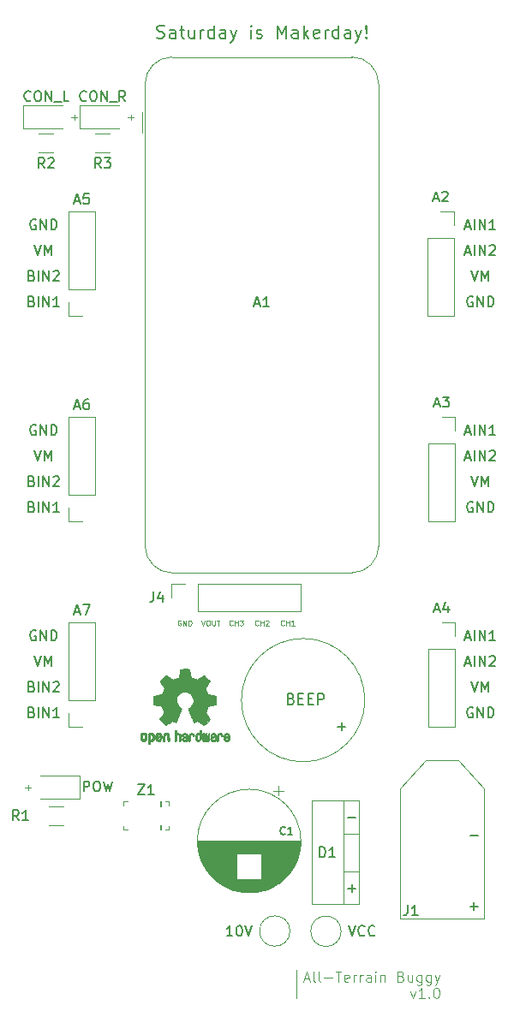
<source format=gto>
G04 #@! TF.GenerationSoftware,KiCad,Pcbnew,(5.1.10)-1*
G04 #@! TF.CreationDate,2022-02-12T13:03:44-05:00*
G04 #@! TF.ProjectId,M5_BuggyProject,4d355f42-7567-4677-9950-726f6a656374,v1.0*
G04 #@! TF.SameCoordinates,Original*
G04 #@! TF.FileFunction,Legend,Top*
G04 #@! TF.FilePolarity,Positive*
%FSLAX46Y46*%
G04 Gerber Fmt 4.6, Leading zero omitted, Abs format (unit mm)*
G04 Created by KiCad (PCBNEW (5.1.10)-1) date 2022-02-12 13:03:44*
%MOMM*%
%LPD*%
G01*
G04 APERTURE LIST*
%ADD10C,0.076200*%
%ADD11C,0.150000*%
%ADD12C,0.152400*%
%ADD13C,0.120000*%
%ADD14C,0.101600*%
%ADD15C,0.010000*%
%ADD16C,0.100000*%
%ADD17C,0.127000*%
%ADD18C,1.600000*%
%ADD19R,1.600000X1.600000*%
%ADD20R,1.700000X1.700000*%
%ADD21O,1.700000X1.700000*%
%ADD22R,2.000000X2.000000*%
%ADD23C,2.000000*%
%ADD24O,2.000000X2.000000*%
%ADD25C,6.000000*%
%ADD26R,2.500000X1.700000*%
%ADD27C,6.400000*%
%ADD28C,0.800000*%
G04 APERTURE END LIST*
D10*
X83783714Y-37350518D02*
X84364285Y-37350518D01*
X84074000Y-37640804D02*
X84074000Y-37060232D01*
X78195714Y-37350518D02*
X78776285Y-37350518D01*
X78486000Y-37640804D02*
X78486000Y-37060232D01*
X73623714Y-103644518D02*
X74204285Y-103644518D01*
X73914000Y-103934804D02*
X73914000Y-103354232D01*
X99217238Y-87557428D02*
X99193047Y-87581619D01*
X99120476Y-87605809D01*
X99072095Y-87605809D01*
X98999523Y-87581619D01*
X98951142Y-87533238D01*
X98926952Y-87484857D01*
X98902761Y-87388095D01*
X98902761Y-87315523D01*
X98926952Y-87218761D01*
X98951142Y-87170380D01*
X98999523Y-87122000D01*
X99072095Y-87097809D01*
X99120476Y-87097809D01*
X99193047Y-87122000D01*
X99217238Y-87146190D01*
X99434952Y-87605809D02*
X99434952Y-87097809D01*
X99434952Y-87339714D02*
X99725238Y-87339714D01*
X99725238Y-87605809D02*
X99725238Y-87097809D01*
X100233238Y-87605809D02*
X99942952Y-87605809D01*
X100088095Y-87605809D02*
X100088095Y-87097809D01*
X100039714Y-87170380D01*
X99991333Y-87218761D01*
X99942952Y-87242952D01*
X96677238Y-87557428D02*
X96653047Y-87581619D01*
X96580476Y-87605809D01*
X96532095Y-87605809D01*
X96459523Y-87581619D01*
X96411142Y-87533238D01*
X96386952Y-87484857D01*
X96362761Y-87388095D01*
X96362761Y-87315523D01*
X96386952Y-87218761D01*
X96411142Y-87170380D01*
X96459523Y-87122000D01*
X96532095Y-87097809D01*
X96580476Y-87097809D01*
X96653047Y-87122000D01*
X96677238Y-87146190D01*
X96894952Y-87605809D02*
X96894952Y-87097809D01*
X96894952Y-87339714D02*
X97185238Y-87339714D01*
X97185238Y-87605809D02*
X97185238Y-87097809D01*
X97402952Y-87146190D02*
X97427142Y-87122000D01*
X97475523Y-87097809D01*
X97596476Y-87097809D01*
X97644857Y-87122000D01*
X97669047Y-87146190D01*
X97693238Y-87194571D01*
X97693238Y-87242952D01*
X97669047Y-87315523D01*
X97378761Y-87605809D01*
X97693238Y-87605809D01*
X94137238Y-87557428D02*
X94113047Y-87581619D01*
X94040476Y-87605809D01*
X93992095Y-87605809D01*
X93919523Y-87581619D01*
X93871142Y-87533238D01*
X93846952Y-87484857D01*
X93822761Y-87388095D01*
X93822761Y-87315523D01*
X93846952Y-87218761D01*
X93871142Y-87170380D01*
X93919523Y-87122000D01*
X93992095Y-87097809D01*
X94040476Y-87097809D01*
X94113047Y-87122000D01*
X94137238Y-87146190D01*
X94354952Y-87605809D02*
X94354952Y-87097809D01*
X94354952Y-87339714D02*
X94645238Y-87339714D01*
X94645238Y-87605809D02*
X94645238Y-87097809D01*
X94838761Y-87097809D02*
X95153238Y-87097809D01*
X94983904Y-87291333D01*
X95056476Y-87291333D01*
X95104857Y-87315523D01*
X95129047Y-87339714D01*
X95153238Y-87388095D01*
X95153238Y-87509047D01*
X95129047Y-87557428D01*
X95104857Y-87581619D01*
X95056476Y-87605809D01*
X94911333Y-87605809D01*
X94862952Y-87581619D01*
X94838761Y-87557428D01*
X91052952Y-87097809D02*
X91222285Y-87605809D01*
X91391619Y-87097809D01*
X91657714Y-87097809D02*
X91754476Y-87097809D01*
X91802857Y-87122000D01*
X91851238Y-87170380D01*
X91875428Y-87267142D01*
X91875428Y-87436476D01*
X91851238Y-87533238D01*
X91802857Y-87581619D01*
X91754476Y-87605809D01*
X91657714Y-87605809D01*
X91609333Y-87581619D01*
X91560952Y-87533238D01*
X91536761Y-87436476D01*
X91536761Y-87267142D01*
X91560952Y-87170380D01*
X91609333Y-87122000D01*
X91657714Y-87097809D01*
X92093142Y-87097809D02*
X92093142Y-87509047D01*
X92117333Y-87557428D01*
X92141523Y-87581619D01*
X92189904Y-87605809D01*
X92286666Y-87605809D01*
X92335047Y-87581619D01*
X92359238Y-87557428D01*
X92383428Y-87509047D01*
X92383428Y-87097809D01*
X92552761Y-87097809D02*
X92843047Y-87097809D01*
X92697904Y-87605809D02*
X92697904Y-87097809D01*
X89020952Y-87122000D02*
X88972571Y-87097809D01*
X88900000Y-87097809D01*
X88827428Y-87122000D01*
X88779047Y-87170380D01*
X88754857Y-87218761D01*
X88730666Y-87315523D01*
X88730666Y-87388095D01*
X88754857Y-87484857D01*
X88779047Y-87533238D01*
X88827428Y-87581619D01*
X88900000Y-87605809D01*
X88948380Y-87605809D01*
X89020952Y-87581619D01*
X89045142Y-87557428D01*
X89045142Y-87388095D01*
X88948380Y-87388095D01*
X89262857Y-87605809D02*
X89262857Y-87097809D01*
X89553142Y-87605809D01*
X89553142Y-87097809D01*
X89795047Y-87605809D02*
X89795047Y-87097809D01*
X89916000Y-87097809D01*
X89988571Y-87122000D01*
X90036952Y-87170380D01*
X90061142Y-87218761D01*
X90085333Y-87315523D01*
X90085333Y-87388095D01*
X90061142Y-87484857D01*
X90036952Y-87533238D01*
X89988571Y-87581619D01*
X89916000Y-87605809D01*
X89795047Y-87605809D01*
D11*
X74676095Y-47506000D02*
X74580857Y-47458380D01*
X74438000Y-47458380D01*
X74295142Y-47506000D01*
X74199904Y-47601238D01*
X74152285Y-47696476D01*
X74104666Y-47886952D01*
X74104666Y-48029809D01*
X74152285Y-48220285D01*
X74199904Y-48315523D01*
X74295142Y-48410761D01*
X74438000Y-48458380D01*
X74533238Y-48458380D01*
X74676095Y-48410761D01*
X74723714Y-48363142D01*
X74723714Y-48029809D01*
X74533238Y-48029809D01*
X75152285Y-48458380D02*
X75152285Y-47458380D01*
X75723714Y-48458380D01*
X75723714Y-47458380D01*
X76199904Y-48458380D02*
X76199904Y-47458380D01*
X76438000Y-47458380D01*
X76580857Y-47506000D01*
X76676095Y-47601238D01*
X76723714Y-47696476D01*
X76771333Y-47886952D01*
X76771333Y-48029809D01*
X76723714Y-48220285D01*
X76676095Y-48315523D01*
X76580857Y-48410761D01*
X76438000Y-48458380D01*
X76199904Y-48458380D01*
X74533238Y-49998380D02*
X74866571Y-50998380D01*
X75199904Y-49998380D01*
X75533238Y-50998380D02*
X75533238Y-49998380D01*
X75866571Y-50712666D01*
X76199904Y-49998380D01*
X76199904Y-50998380D01*
X74271333Y-55554571D02*
X74414190Y-55602190D01*
X74461809Y-55649809D01*
X74509428Y-55745047D01*
X74509428Y-55887904D01*
X74461809Y-55983142D01*
X74414190Y-56030761D01*
X74318952Y-56078380D01*
X73938000Y-56078380D01*
X73938000Y-55078380D01*
X74271333Y-55078380D01*
X74366571Y-55126000D01*
X74414190Y-55173619D01*
X74461809Y-55268857D01*
X74461809Y-55364095D01*
X74414190Y-55459333D01*
X74366571Y-55506952D01*
X74271333Y-55554571D01*
X73938000Y-55554571D01*
X74938000Y-56078380D02*
X74938000Y-55078380D01*
X75414190Y-56078380D02*
X75414190Y-55078380D01*
X75985619Y-56078380D01*
X75985619Y-55078380D01*
X76985619Y-56078380D02*
X76414190Y-56078380D01*
X76699904Y-56078380D02*
X76699904Y-55078380D01*
X76604666Y-55221238D01*
X76509428Y-55316476D01*
X76414190Y-55364095D01*
X74271333Y-53014571D02*
X74414190Y-53062190D01*
X74461809Y-53109809D01*
X74509428Y-53205047D01*
X74509428Y-53347904D01*
X74461809Y-53443142D01*
X74414190Y-53490761D01*
X74318952Y-53538380D01*
X73938000Y-53538380D01*
X73938000Y-52538380D01*
X74271333Y-52538380D01*
X74366571Y-52586000D01*
X74414190Y-52633619D01*
X74461809Y-52728857D01*
X74461809Y-52824095D01*
X74414190Y-52919333D01*
X74366571Y-52966952D01*
X74271333Y-53014571D01*
X73938000Y-53014571D01*
X74938000Y-53538380D02*
X74938000Y-52538380D01*
X75414190Y-53538380D02*
X75414190Y-52538380D01*
X75985619Y-53538380D01*
X75985619Y-52538380D01*
X76414190Y-52633619D02*
X76461809Y-52586000D01*
X76557047Y-52538380D01*
X76795142Y-52538380D01*
X76890380Y-52586000D01*
X76938000Y-52633619D01*
X76985619Y-52728857D01*
X76985619Y-52824095D01*
X76938000Y-52966952D01*
X76366571Y-53538380D01*
X76985619Y-53538380D01*
X74676095Y-67826000D02*
X74580857Y-67778380D01*
X74438000Y-67778380D01*
X74295142Y-67826000D01*
X74199904Y-67921238D01*
X74152285Y-68016476D01*
X74104666Y-68206952D01*
X74104666Y-68349809D01*
X74152285Y-68540285D01*
X74199904Y-68635523D01*
X74295142Y-68730761D01*
X74438000Y-68778380D01*
X74533238Y-68778380D01*
X74676095Y-68730761D01*
X74723714Y-68683142D01*
X74723714Y-68349809D01*
X74533238Y-68349809D01*
X75152285Y-68778380D02*
X75152285Y-67778380D01*
X75723714Y-68778380D01*
X75723714Y-67778380D01*
X76199904Y-68778380D02*
X76199904Y-67778380D01*
X76438000Y-67778380D01*
X76580857Y-67826000D01*
X76676095Y-67921238D01*
X76723714Y-68016476D01*
X76771333Y-68206952D01*
X76771333Y-68349809D01*
X76723714Y-68540285D01*
X76676095Y-68635523D01*
X76580857Y-68730761D01*
X76438000Y-68778380D01*
X76199904Y-68778380D01*
X74533238Y-70318380D02*
X74866571Y-71318380D01*
X75199904Y-70318380D01*
X75533238Y-71318380D02*
X75533238Y-70318380D01*
X75866571Y-71032666D01*
X76199904Y-70318380D01*
X76199904Y-71318380D01*
X74271333Y-75874571D02*
X74414190Y-75922190D01*
X74461809Y-75969809D01*
X74509428Y-76065047D01*
X74509428Y-76207904D01*
X74461809Y-76303142D01*
X74414190Y-76350761D01*
X74318952Y-76398380D01*
X73938000Y-76398380D01*
X73938000Y-75398380D01*
X74271333Y-75398380D01*
X74366571Y-75446000D01*
X74414190Y-75493619D01*
X74461809Y-75588857D01*
X74461809Y-75684095D01*
X74414190Y-75779333D01*
X74366571Y-75826952D01*
X74271333Y-75874571D01*
X73938000Y-75874571D01*
X74938000Y-76398380D02*
X74938000Y-75398380D01*
X75414190Y-76398380D02*
X75414190Y-75398380D01*
X75985619Y-76398380D01*
X75985619Y-75398380D01*
X76985619Y-76398380D02*
X76414190Y-76398380D01*
X76699904Y-76398380D02*
X76699904Y-75398380D01*
X76604666Y-75541238D01*
X76509428Y-75636476D01*
X76414190Y-75684095D01*
X74271333Y-73334571D02*
X74414190Y-73382190D01*
X74461809Y-73429809D01*
X74509428Y-73525047D01*
X74509428Y-73667904D01*
X74461809Y-73763142D01*
X74414190Y-73810761D01*
X74318952Y-73858380D01*
X73938000Y-73858380D01*
X73938000Y-72858380D01*
X74271333Y-72858380D01*
X74366571Y-72906000D01*
X74414190Y-72953619D01*
X74461809Y-73048857D01*
X74461809Y-73144095D01*
X74414190Y-73239333D01*
X74366571Y-73286952D01*
X74271333Y-73334571D01*
X73938000Y-73334571D01*
X74938000Y-73858380D02*
X74938000Y-72858380D01*
X75414190Y-73858380D02*
X75414190Y-72858380D01*
X75985619Y-73858380D01*
X75985619Y-72858380D01*
X76414190Y-72953619D02*
X76461809Y-72906000D01*
X76557047Y-72858380D01*
X76795142Y-72858380D01*
X76890380Y-72906000D01*
X76938000Y-72953619D01*
X76985619Y-73048857D01*
X76985619Y-73144095D01*
X76938000Y-73286952D01*
X76366571Y-73858380D01*
X76985619Y-73858380D01*
X79414857Y-104016880D02*
X79414857Y-103016880D01*
X79795809Y-103016880D01*
X79891047Y-103064500D01*
X79938666Y-103112119D01*
X79986285Y-103207357D01*
X79986285Y-103350214D01*
X79938666Y-103445452D01*
X79891047Y-103493071D01*
X79795809Y-103540690D01*
X79414857Y-103540690D01*
X80605333Y-103016880D02*
X80795809Y-103016880D01*
X80891047Y-103064500D01*
X80986285Y-103159738D01*
X81033904Y-103350214D01*
X81033904Y-103683547D01*
X80986285Y-103874023D01*
X80891047Y-103969261D01*
X80795809Y-104016880D01*
X80605333Y-104016880D01*
X80510095Y-103969261D01*
X80414857Y-103874023D01*
X80367238Y-103683547D01*
X80367238Y-103350214D01*
X80414857Y-103159738D01*
X80510095Y-103064500D01*
X80605333Y-103016880D01*
X81367238Y-103016880D02*
X81605333Y-104016880D01*
X81795809Y-103302595D01*
X81986285Y-104016880D01*
X82224380Y-103016880D01*
D12*
X99923600Y-94849696D02*
X100076000Y-94900496D01*
X100126800Y-94951296D01*
X100177600Y-95052896D01*
X100177600Y-95205296D01*
X100126800Y-95306896D01*
X100076000Y-95357696D01*
X99974400Y-95408496D01*
X99568000Y-95408496D01*
X99568000Y-94341696D01*
X99923600Y-94341696D01*
X100025200Y-94392496D01*
X100076000Y-94443296D01*
X100126800Y-94544896D01*
X100126800Y-94646496D01*
X100076000Y-94748096D01*
X100025200Y-94798896D01*
X99923600Y-94849696D01*
X99568000Y-94849696D01*
X100634800Y-94849696D02*
X100990400Y-94849696D01*
X101142800Y-95408496D02*
X100634800Y-95408496D01*
X100634800Y-94341696D01*
X101142800Y-94341696D01*
X101600000Y-94849696D02*
X101955600Y-94849696D01*
X102108000Y-95408496D02*
X101600000Y-95408496D01*
X101600000Y-94341696D01*
X102108000Y-94341696D01*
X102565200Y-95408496D02*
X102565200Y-94341696D01*
X102971600Y-94341696D01*
X103073200Y-94392496D01*
X103124000Y-94443296D01*
X103174800Y-94544896D01*
X103174800Y-94697296D01*
X103124000Y-94798896D01*
X103073200Y-94849696D01*
X102971600Y-94900496D01*
X102565200Y-94900496D01*
D11*
X105600666Y-117308380D02*
X105934000Y-118308380D01*
X106267333Y-117308380D01*
X107172095Y-118213142D02*
X107124476Y-118260761D01*
X106981619Y-118308380D01*
X106886380Y-118308380D01*
X106743523Y-118260761D01*
X106648285Y-118165523D01*
X106600666Y-118070285D01*
X106553047Y-117879809D01*
X106553047Y-117736952D01*
X106600666Y-117546476D01*
X106648285Y-117451238D01*
X106743523Y-117356000D01*
X106886380Y-117308380D01*
X106981619Y-117308380D01*
X107124476Y-117356000D01*
X107172095Y-117403619D01*
X108172095Y-118213142D02*
X108124476Y-118260761D01*
X107981619Y-118308380D01*
X107886380Y-118308380D01*
X107743523Y-118260761D01*
X107648285Y-118165523D01*
X107600666Y-118070285D01*
X107553047Y-117879809D01*
X107553047Y-117736952D01*
X107600666Y-117546476D01*
X107648285Y-117451238D01*
X107743523Y-117356000D01*
X107886380Y-117308380D01*
X107981619Y-117308380D01*
X108124476Y-117356000D01*
X108172095Y-117403619D01*
X94122952Y-118308380D02*
X93551523Y-118308380D01*
X93837238Y-118308380D02*
X93837238Y-117308380D01*
X93742000Y-117451238D01*
X93646761Y-117546476D01*
X93551523Y-117594095D01*
X94742000Y-117308380D02*
X94837238Y-117308380D01*
X94932476Y-117356000D01*
X94980095Y-117403619D01*
X95027714Y-117498857D01*
X95075333Y-117689333D01*
X95075333Y-117927428D01*
X95027714Y-118117904D01*
X94980095Y-118213142D01*
X94932476Y-118260761D01*
X94837238Y-118308380D01*
X94742000Y-118308380D01*
X94646761Y-118260761D01*
X94599142Y-118213142D01*
X94551523Y-118117904D01*
X94503904Y-117927428D01*
X94503904Y-117689333D01*
X94551523Y-117498857D01*
X94599142Y-117403619D01*
X94646761Y-117356000D01*
X94742000Y-117308380D01*
X95361047Y-117308380D02*
X95694380Y-118308380D01*
X96027714Y-117308380D01*
X79660952Y-35663142D02*
X79613333Y-35710761D01*
X79470476Y-35758380D01*
X79375238Y-35758380D01*
X79232380Y-35710761D01*
X79137142Y-35615523D01*
X79089523Y-35520285D01*
X79041904Y-35329809D01*
X79041904Y-35186952D01*
X79089523Y-34996476D01*
X79137142Y-34901238D01*
X79232380Y-34806000D01*
X79375238Y-34758380D01*
X79470476Y-34758380D01*
X79613333Y-34806000D01*
X79660952Y-34853619D01*
X80280000Y-34758380D02*
X80470476Y-34758380D01*
X80565714Y-34806000D01*
X80660952Y-34901238D01*
X80708571Y-35091714D01*
X80708571Y-35425047D01*
X80660952Y-35615523D01*
X80565714Y-35710761D01*
X80470476Y-35758380D01*
X80280000Y-35758380D01*
X80184761Y-35710761D01*
X80089523Y-35615523D01*
X80041904Y-35425047D01*
X80041904Y-35091714D01*
X80089523Y-34901238D01*
X80184761Y-34806000D01*
X80280000Y-34758380D01*
X81137142Y-35758380D02*
X81137142Y-34758380D01*
X81708571Y-35758380D01*
X81708571Y-34758380D01*
X81946666Y-35853619D02*
X82708571Y-35853619D01*
X83518095Y-35758380D02*
X83184761Y-35282190D01*
X82946666Y-35758380D02*
X82946666Y-34758380D01*
X83327619Y-34758380D01*
X83422857Y-34806000D01*
X83470476Y-34853619D01*
X83518095Y-34948857D01*
X83518095Y-35091714D01*
X83470476Y-35186952D01*
X83422857Y-35234571D01*
X83327619Y-35282190D01*
X82946666Y-35282190D01*
X74168190Y-35663142D02*
X74120571Y-35710761D01*
X73977714Y-35758380D01*
X73882476Y-35758380D01*
X73739619Y-35710761D01*
X73644380Y-35615523D01*
X73596761Y-35520285D01*
X73549142Y-35329809D01*
X73549142Y-35186952D01*
X73596761Y-34996476D01*
X73644380Y-34901238D01*
X73739619Y-34806000D01*
X73882476Y-34758380D01*
X73977714Y-34758380D01*
X74120571Y-34806000D01*
X74168190Y-34853619D01*
X74787238Y-34758380D02*
X74977714Y-34758380D01*
X75072952Y-34806000D01*
X75168190Y-34901238D01*
X75215809Y-35091714D01*
X75215809Y-35425047D01*
X75168190Y-35615523D01*
X75072952Y-35710761D01*
X74977714Y-35758380D01*
X74787238Y-35758380D01*
X74692000Y-35710761D01*
X74596761Y-35615523D01*
X74549142Y-35425047D01*
X74549142Y-35091714D01*
X74596761Y-34901238D01*
X74692000Y-34806000D01*
X74787238Y-34758380D01*
X75644380Y-35758380D02*
X75644380Y-34758380D01*
X76215809Y-35758380D01*
X76215809Y-34758380D01*
X76453904Y-35853619D02*
X77215809Y-35853619D01*
X77930095Y-35758380D02*
X77453904Y-35758380D01*
X77453904Y-34758380D01*
X105537047Y-106624428D02*
X106298952Y-106624428D01*
X105537047Y-113609428D02*
X106298952Y-113609428D01*
X105918000Y-113990380D02*
X105918000Y-113228476D01*
X117602047Y-108402428D02*
X118363952Y-108402428D01*
X117602047Y-115387428D02*
X118363952Y-115387428D01*
X117983000Y-115768380D02*
X117983000Y-115006476D01*
D13*
X100457000Y-121920000D02*
X100457000Y-121666000D01*
X100457000Y-121920000D02*
X100457000Y-124460000D01*
D12*
X86656333Y-29470047D02*
X86837761Y-29530523D01*
X87140142Y-29530523D01*
X87261095Y-29470047D01*
X87321571Y-29409571D01*
X87382047Y-29288619D01*
X87382047Y-29167666D01*
X87321571Y-29046714D01*
X87261095Y-28986238D01*
X87140142Y-28925761D01*
X86898238Y-28865285D01*
X86777285Y-28804809D01*
X86716809Y-28744333D01*
X86656333Y-28623380D01*
X86656333Y-28502428D01*
X86716809Y-28381476D01*
X86777285Y-28321000D01*
X86898238Y-28260523D01*
X87200619Y-28260523D01*
X87382047Y-28321000D01*
X88470619Y-29530523D02*
X88470619Y-28865285D01*
X88410142Y-28744333D01*
X88289190Y-28683857D01*
X88047285Y-28683857D01*
X87926333Y-28744333D01*
X88470619Y-29470047D02*
X88349666Y-29530523D01*
X88047285Y-29530523D01*
X87926333Y-29470047D01*
X87865857Y-29349095D01*
X87865857Y-29228142D01*
X87926333Y-29107190D01*
X88047285Y-29046714D01*
X88349666Y-29046714D01*
X88470619Y-28986238D01*
X88893952Y-28683857D02*
X89377761Y-28683857D01*
X89075380Y-28260523D02*
X89075380Y-29349095D01*
X89135857Y-29470047D01*
X89256809Y-29530523D01*
X89377761Y-29530523D01*
X90345380Y-28683857D02*
X90345380Y-29530523D01*
X89801095Y-28683857D02*
X89801095Y-29349095D01*
X89861571Y-29470047D01*
X89982523Y-29530523D01*
X90163952Y-29530523D01*
X90284904Y-29470047D01*
X90345380Y-29409571D01*
X90950142Y-29530523D02*
X90950142Y-28683857D01*
X90950142Y-28925761D02*
X91010619Y-28804809D01*
X91071095Y-28744333D01*
X91192047Y-28683857D01*
X91313000Y-28683857D01*
X92280619Y-29530523D02*
X92280619Y-28260523D01*
X92280619Y-29470047D02*
X92159666Y-29530523D01*
X91917761Y-29530523D01*
X91796809Y-29470047D01*
X91736333Y-29409571D01*
X91675857Y-29288619D01*
X91675857Y-28925761D01*
X91736333Y-28804809D01*
X91796809Y-28744333D01*
X91917761Y-28683857D01*
X92159666Y-28683857D01*
X92280619Y-28744333D01*
X93429666Y-29530523D02*
X93429666Y-28865285D01*
X93369190Y-28744333D01*
X93248238Y-28683857D01*
X93006333Y-28683857D01*
X92885380Y-28744333D01*
X93429666Y-29470047D02*
X93308714Y-29530523D01*
X93006333Y-29530523D01*
X92885380Y-29470047D01*
X92824904Y-29349095D01*
X92824904Y-29228142D01*
X92885380Y-29107190D01*
X93006333Y-29046714D01*
X93308714Y-29046714D01*
X93429666Y-28986238D01*
X93913476Y-28683857D02*
X94215857Y-29530523D01*
X94518238Y-28683857D02*
X94215857Y-29530523D01*
X94094904Y-29832904D01*
X94034428Y-29893380D01*
X93913476Y-29953857D01*
X95969666Y-29530523D02*
X95969666Y-28683857D01*
X95969666Y-28260523D02*
X95909190Y-28321000D01*
X95969666Y-28381476D01*
X96030142Y-28321000D01*
X95969666Y-28260523D01*
X95969666Y-28381476D01*
X96513952Y-29470047D02*
X96634904Y-29530523D01*
X96876809Y-29530523D01*
X96997761Y-29470047D01*
X97058238Y-29349095D01*
X97058238Y-29288619D01*
X96997761Y-29167666D01*
X96876809Y-29107190D01*
X96695380Y-29107190D01*
X96574428Y-29046714D01*
X96513952Y-28925761D01*
X96513952Y-28865285D01*
X96574428Y-28744333D01*
X96695380Y-28683857D01*
X96876809Y-28683857D01*
X96997761Y-28744333D01*
X98570142Y-29530523D02*
X98570142Y-28260523D01*
X98993476Y-29167666D01*
X99416809Y-28260523D01*
X99416809Y-29530523D01*
X100565857Y-29530523D02*
X100565857Y-28865285D01*
X100505380Y-28744333D01*
X100384428Y-28683857D01*
X100142523Y-28683857D01*
X100021571Y-28744333D01*
X100565857Y-29470047D02*
X100444904Y-29530523D01*
X100142523Y-29530523D01*
X100021571Y-29470047D01*
X99961095Y-29349095D01*
X99961095Y-29228142D01*
X100021571Y-29107190D01*
X100142523Y-29046714D01*
X100444904Y-29046714D01*
X100565857Y-28986238D01*
X101170619Y-29530523D02*
X101170619Y-28260523D01*
X101291571Y-29046714D02*
X101654428Y-29530523D01*
X101654428Y-28683857D02*
X101170619Y-29167666D01*
X102682523Y-29470047D02*
X102561571Y-29530523D01*
X102319666Y-29530523D01*
X102198714Y-29470047D01*
X102138238Y-29349095D01*
X102138238Y-28865285D01*
X102198714Y-28744333D01*
X102319666Y-28683857D01*
X102561571Y-28683857D01*
X102682523Y-28744333D01*
X102743000Y-28865285D01*
X102743000Y-28986238D01*
X102138238Y-29107190D01*
X103287285Y-29530523D02*
X103287285Y-28683857D01*
X103287285Y-28925761D02*
X103347761Y-28804809D01*
X103408238Y-28744333D01*
X103529190Y-28683857D01*
X103650142Y-28683857D01*
X104617761Y-29530523D02*
X104617761Y-28260523D01*
X104617761Y-29470047D02*
X104496809Y-29530523D01*
X104254904Y-29530523D01*
X104133952Y-29470047D01*
X104073476Y-29409571D01*
X104013000Y-29288619D01*
X104013000Y-28925761D01*
X104073476Y-28804809D01*
X104133952Y-28744333D01*
X104254904Y-28683857D01*
X104496809Y-28683857D01*
X104617761Y-28744333D01*
X105766809Y-29530523D02*
X105766809Y-28865285D01*
X105706333Y-28744333D01*
X105585380Y-28683857D01*
X105343476Y-28683857D01*
X105222523Y-28744333D01*
X105766809Y-29470047D02*
X105645857Y-29530523D01*
X105343476Y-29530523D01*
X105222523Y-29470047D01*
X105162047Y-29349095D01*
X105162047Y-29228142D01*
X105222523Y-29107190D01*
X105343476Y-29046714D01*
X105645857Y-29046714D01*
X105766809Y-28986238D01*
X106250619Y-28683857D02*
X106553000Y-29530523D01*
X106855380Y-28683857D02*
X106553000Y-29530523D01*
X106432047Y-29832904D01*
X106371571Y-29893380D01*
X106250619Y-29953857D01*
X107339190Y-29409571D02*
X107399666Y-29470047D01*
X107339190Y-29530523D01*
X107278714Y-29470047D01*
X107339190Y-29409571D01*
X107339190Y-29530523D01*
X107339190Y-29046714D02*
X107278714Y-28321000D01*
X107339190Y-28260523D01*
X107399666Y-28321000D01*
X107339190Y-29046714D01*
X107339190Y-28260523D01*
D14*
X101195293Y-122546533D02*
X101679102Y-122546533D01*
X101098531Y-122836819D02*
X101437198Y-121820819D01*
X101775864Y-122836819D01*
X102259674Y-122836819D02*
X102162912Y-122788438D01*
X102114531Y-122691676D01*
X102114531Y-121820819D01*
X102791864Y-122836819D02*
X102695102Y-122788438D01*
X102646721Y-122691676D01*
X102646721Y-121820819D01*
X103178912Y-122449771D02*
X103953007Y-122449771D01*
X104291674Y-121820819D02*
X104872245Y-121820819D01*
X104581960Y-122836819D02*
X104581960Y-121820819D01*
X105597960Y-122788438D02*
X105501198Y-122836819D01*
X105307674Y-122836819D01*
X105210912Y-122788438D01*
X105162531Y-122691676D01*
X105162531Y-122304628D01*
X105210912Y-122207866D01*
X105307674Y-122159485D01*
X105501198Y-122159485D01*
X105597960Y-122207866D01*
X105646340Y-122304628D01*
X105646340Y-122401390D01*
X105162531Y-122498152D01*
X106081769Y-122836819D02*
X106081769Y-122159485D01*
X106081769Y-122353009D02*
X106130150Y-122256247D01*
X106178531Y-122207866D01*
X106275293Y-122159485D01*
X106372055Y-122159485D01*
X106710721Y-122836819D02*
X106710721Y-122159485D01*
X106710721Y-122353009D02*
X106759102Y-122256247D01*
X106807483Y-122207866D01*
X106904245Y-122159485D01*
X107001007Y-122159485D01*
X107775102Y-122836819D02*
X107775102Y-122304628D01*
X107726721Y-122207866D01*
X107629960Y-122159485D01*
X107436436Y-122159485D01*
X107339674Y-122207866D01*
X107775102Y-122788438D02*
X107678340Y-122836819D01*
X107436436Y-122836819D01*
X107339674Y-122788438D01*
X107291293Y-122691676D01*
X107291293Y-122594914D01*
X107339674Y-122498152D01*
X107436436Y-122449771D01*
X107678340Y-122449771D01*
X107775102Y-122401390D01*
X108258912Y-122836819D02*
X108258912Y-122159485D01*
X108258912Y-121820819D02*
X108210531Y-121869200D01*
X108258912Y-121917580D01*
X108307293Y-121869200D01*
X108258912Y-121820819D01*
X108258912Y-121917580D01*
X108742721Y-122159485D02*
X108742721Y-122836819D01*
X108742721Y-122256247D02*
X108791102Y-122207866D01*
X108887864Y-122159485D01*
X109033007Y-122159485D01*
X109129769Y-122207866D01*
X109178150Y-122304628D01*
X109178150Y-122836819D01*
X110774721Y-122304628D02*
X110919864Y-122353009D01*
X110968245Y-122401390D01*
X111016626Y-122498152D01*
X111016626Y-122643295D01*
X110968245Y-122740057D01*
X110919864Y-122788438D01*
X110823102Y-122836819D01*
X110436055Y-122836819D01*
X110436055Y-121820819D01*
X110774721Y-121820819D01*
X110871483Y-121869200D01*
X110919864Y-121917580D01*
X110968245Y-122014342D01*
X110968245Y-122111104D01*
X110919864Y-122207866D01*
X110871483Y-122256247D01*
X110774721Y-122304628D01*
X110436055Y-122304628D01*
X111887483Y-122159485D02*
X111887483Y-122836819D01*
X111452055Y-122159485D02*
X111452055Y-122691676D01*
X111500436Y-122788438D01*
X111597198Y-122836819D01*
X111742340Y-122836819D01*
X111839102Y-122788438D01*
X111887483Y-122740057D01*
X112806721Y-122159485D02*
X112806721Y-122981961D01*
X112758340Y-123078723D01*
X112709960Y-123127104D01*
X112613198Y-123175485D01*
X112468055Y-123175485D01*
X112371293Y-123127104D01*
X112806721Y-122788438D02*
X112709960Y-122836819D01*
X112516436Y-122836819D01*
X112419674Y-122788438D01*
X112371293Y-122740057D01*
X112322912Y-122643295D01*
X112322912Y-122353009D01*
X112371293Y-122256247D01*
X112419674Y-122207866D01*
X112516436Y-122159485D01*
X112709960Y-122159485D01*
X112806721Y-122207866D01*
X113725960Y-122159485D02*
X113725960Y-122981961D01*
X113677579Y-123078723D01*
X113629198Y-123127104D01*
X113532436Y-123175485D01*
X113387293Y-123175485D01*
X113290531Y-123127104D01*
X113725960Y-122788438D02*
X113629198Y-122836819D01*
X113435674Y-122836819D01*
X113338912Y-122788438D01*
X113290531Y-122740057D01*
X113242150Y-122643295D01*
X113242150Y-122353009D01*
X113290531Y-122256247D01*
X113338912Y-122207866D01*
X113435674Y-122159485D01*
X113629198Y-122159485D01*
X113725960Y-122207866D01*
X114113007Y-122159485D02*
X114354912Y-122836819D01*
X114596817Y-122159485D02*
X114354912Y-122836819D01*
X114258150Y-123078723D01*
X114209769Y-123127104D01*
X114113007Y-123175485D01*
X111693960Y-123785085D02*
X111935864Y-124462419D01*
X112177769Y-123785085D01*
X113097007Y-124462419D02*
X112516436Y-124462419D01*
X112806721Y-124462419D02*
X112806721Y-123446419D01*
X112709960Y-123591561D01*
X112613198Y-123688323D01*
X112516436Y-123736704D01*
X113532436Y-124365657D02*
X113580817Y-124414038D01*
X113532436Y-124462419D01*
X113484055Y-124414038D01*
X113532436Y-124365657D01*
X113532436Y-124462419D01*
X114209769Y-123446419D02*
X114306531Y-123446419D01*
X114403293Y-123494800D01*
X114451674Y-123543180D01*
X114500055Y-123639942D01*
X114548436Y-123833466D01*
X114548436Y-124075371D01*
X114500055Y-124268895D01*
X114451674Y-124365657D01*
X114403293Y-124414038D01*
X114306531Y-124462419D01*
X114209769Y-124462419D01*
X114113007Y-124414038D01*
X114064626Y-124365657D01*
X114016245Y-124268895D01*
X113967864Y-124075371D01*
X113967864Y-123833466D01*
X114016245Y-123639942D01*
X114064626Y-123543180D01*
X114113007Y-123494800D01*
X114209769Y-123446419D01*
D11*
X74676095Y-88146000D02*
X74580857Y-88098380D01*
X74438000Y-88098380D01*
X74295142Y-88146000D01*
X74199904Y-88241238D01*
X74152285Y-88336476D01*
X74104666Y-88526952D01*
X74104666Y-88669809D01*
X74152285Y-88860285D01*
X74199904Y-88955523D01*
X74295142Y-89050761D01*
X74438000Y-89098380D01*
X74533238Y-89098380D01*
X74676095Y-89050761D01*
X74723714Y-89003142D01*
X74723714Y-88669809D01*
X74533238Y-88669809D01*
X75152285Y-89098380D02*
X75152285Y-88098380D01*
X75723714Y-89098380D01*
X75723714Y-88098380D01*
X76199904Y-89098380D02*
X76199904Y-88098380D01*
X76438000Y-88098380D01*
X76580857Y-88146000D01*
X76676095Y-88241238D01*
X76723714Y-88336476D01*
X76771333Y-88526952D01*
X76771333Y-88669809D01*
X76723714Y-88860285D01*
X76676095Y-88955523D01*
X76580857Y-89050761D01*
X76438000Y-89098380D01*
X76199904Y-89098380D01*
X74533238Y-90638380D02*
X74866571Y-91638380D01*
X75199904Y-90638380D01*
X75533238Y-91638380D02*
X75533238Y-90638380D01*
X75866571Y-91352666D01*
X76199904Y-90638380D01*
X76199904Y-91638380D01*
X74271333Y-93654571D02*
X74414190Y-93702190D01*
X74461809Y-93749809D01*
X74509428Y-93845047D01*
X74509428Y-93987904D01*
X74461809Y-94083142D01*
X74414190Y-94130761D01*
X74318952Y-94178380D01*
X73938000Y-94178380D01*
X73938000Y-93178380D01*
X74271333Y-93178380D01*
X74366571Y-93226000D01*
X74414190Y-93273619D01*
X74461809Y-93368857D01*
X74461809Y-93464095D01*
X74414190Y-93559333D01*
X74366571Y-93606952D01*
X74271333Y-93654571D01*
X73938000Y-93654571D01*
X74938000Y-94178380D02*
X74938000Y-93178380D01*
X75414190Y-94178380D02*
X75414190Y-93178380D01*
X75985619Y-94178380D01*
X75985619Y-93178380D01*
X76414190Y-93273619D02*
X76461809Y-93226000D01*
X76557047Y-93178380D01*
X76795142Y-93178380D01*
X76890380Y-93226000D01*
X76938000Y-93273619D01*
X76985619Y-93368857D01*
X76985619Y-93464095D01*
X76938000Y-93606952D01*
X76366571Y-94178380D01*
X76985619Y-94178380D01*
X74271333Y-96194571D02*
X74414190Y-96242190D01*
X74461809Y-96289809D01*
X74509428Y-96385047D01*
X74509428Y-96527904D01*
X74461809Y-96623142D01*
X74414190Y-96670761D01*
X74318952Y-96718380D01*
X73938000Y-96718380D01*
X73938000Y-95718380D01*
X74271333Y-95718380D01*
X74366571Y-95766000D01*
X74414190Y-95813619D01*
X74461809Y-95908857D01*
X74461809Y-96004095D01*
X74414190Y-96099333D01*
X74366571Y-96146952D01*
X74271333Y-96194571D01*
X73938000Y-96194571D01*
X74938000Y-96718380D02*
X74938000Y-95718380D01*
X75414190Y-96718380D02*
X75414190Y-95718380D01*
X75985619Y-96718380D01*
X75985619Y-95718380D01*
X76985619Y-96718380D02*
X76414190Y-96718380D01*
X76699904Y-96718380D02*
X76699904Y-95718380D01*
X76604666Y-95861238D01*
X76509428Y-95956476D01*
X76414190Y-96004095D01*
X117141809Y-88812666D02*
X117618000Y-88812666D01*
X117046571Y-89098380D02*
X117379904Y-88098380D01*
X117713238Y-89098380D01*
X118046571Y-89098380D02*
X118046571Y-88098380D01*
X118522761Y-89098380D02*
X118522761Y-88098380D01*
X119094190Y-89098380D01*
X119094190Y-88098380D01*
X120094190Y-89098380D02*
X119522761Y-89098380D01*
X119808476Y-89098380D02*
X119808476Y-88098380D01*
X119713238Y-88241238D01*
X119618000Y-88336476D01*
X119522761Y-88384095D01*
X117856095Y-95766000D02*
X117760857Y-95718380D01*
X117618000Y-95718380D01*
X117475142Y-95766000D01*
X117379904Y-95861238D01*
X117332285Y-95956476D01*
X117284666Y-96146952D01*
X117284666Y-96289809D01*
X117332285Y-96480285D01*
X117379904Y-96575523D01*
X117475142Y-96670761D01*
X117618000Y-96718380D01*
X117713238Y-96718380D01*
X117856095Y-96670761D01*
X117903714Y-96623142D01*
X117903714Y-96289809D01*
X117713238Y-96289809D01*
X118332285Y-96718380D02*
X118332285Y-95718380D01*
X118903714Y-96718380D01*
X118903714Y-95718380D01*
X119379904Y-96718380D02*
X119379904Y-95718380D01*
X119618000Y-95718380D01*
X119760857Y-95766000D01*
X119856095Y-95861238D01*
X119903714Y-95956476D01*
X119951333Y-96146952D01*
X119951333Y-96289809D01*
X119903714Y-96480285D01*
X119856095Y-96575523D01*
X119760857Y-96670761D01*
X119618000Y-96718380D01*
X119379904Y-96718380D01*
X117713238Y-93178380D02*
X118046571Y-94178380D01*
X118379904Y-93178380D01*
X118713238Y-94178380D02*
X118713238Y-93178380D01*
X119046571Y-93892666D01*
X119379904Y-93178380D01*
X119379904Y-94178380D01*
X117141809Y-91352666D02*
X117618000Y-91352666D01*
X117046571Y-91638380D02*
X117379904Y-90638380D01*
X117713238Y-91638380D01*
X118046571Y-91638380D02*
X118046571Y-90638380D01*
X118522761Y-91638380D02*
X118522761Y-90638380D01*
X119094190Y-91638380D01*
X119094190Y-90638380D01*
X119522761Y-90733619D02*
X119570380Y-90686000D01*
X119665619Y-90638380D01*
X119903714Y-90638380D01*
X119998952Y-90686000D01*
X120046571Y-90733619D01*
X120094190Y-90828857D01*
X120094190Y-90924095D01*
X120046571Y-91066952D01*
X119475142Y-91638380D01*
X120094190Y-91638380D01*
X117856095Y-75446000D02*
X117760857Y-75398380D01*
X117618000Y-75398380D01*
X117475142Y-75446000D01*
X117379904Y-75541238D01*
X117332285Y-75636476D01*
X117284666Y-75826952D01*
X117284666Y-75969809D01*
X117332285Y-76160285D01*
X117379904Y-76255523D01*
X117475142Y-76350761D01*
X117618000Y-76398380D01*
X117713238Y-76398380D01*
X117856095Y-76350761D01*
X117903714Y-76303142D01*
X117903714Y-75969809D01*
X117713238Y-75969809D01*
X118332285Y-76398380D02*
X118332285Y-75398380D01*
X118903714Y-76398380D01*
X118903714Y-75398380D01*
X119379904Y-76398380D02*
X119379904Y-75398380D01*
X119618000Y-75398380D01*
X119760857Y-75446000D01*
X119856095Y-75541238D01*
X119903714Y-75636476D01*
X119951333Y-75826952D01*
X119951333Y-75969809D01*
X119903714Y-76160285D01*
X119856095Y-76255523D01*
X119760857Y-76350761D01*
X119618000Y-76398380D01*
X119379904Y-76398380D01*
X117713238Y-72858380D02*
X118046571Y-73858380D01*
X118379904Y-72858380D01*
X118713238Y-73858380D02*
X118713238Y-72858380D01*
X119046571Y-73572666D01*
X119379904Y-72858380D01*
X119379904Y-73858380D01*
X117141809Y-71032666D02*
X117618000Y-71032666D01*
X117046571Y-71318380D02*
X117379904Y-70318380D01*
X117713238Y-71318380D01*
X118046571Y-71318380D02*
X118046571Y-70318380D01*
X118522761Y-71318380D02*
X118522761Y-70318380D01*
X119094190Y-71318380D01*
X119094190Y-70318380D01*
X119522761Y-70413619D02*
X119570380Y-70366000D01*
X119665619Y-70318380D01*
X119903714Y-70318380D01*
X119998952Y-70366000D01*
X120046571Y-70413619D01*
X120094190Y-70508857D01*
X120094190Y-70604095D01*
X120046571Y-70746952D01*
X119475142Y-71318380D01*
X120094190Y-71318380D01*
X117141809Y-68492666D02*
X117618000Y-68492666D01*
X117046571Y-68778380D02*
X117379904Y-67778380D01*
X117713238Y-68778380D01*
X118046571Y-68778380D02*
X118046571Y-67778380D01*
X118522761Y-68778380D02*
X118522761Y-67778380D01*
X119094190Y-68778380D01*
X119094190Y-67778380D01*
X120094190Y-68778380D02*
X119522761Y-68778380D01*
X119808476Y-68778380D02*
X119808476Y-67778380D01*
X119713238Y-67921238D01*
X119618000Y-68016476D01*
X119522761Y-68064095D01*
X117856095Y-55126000D02*
X117760857Y-55078380D01*
X117618000Y-55078380D01*
X117475142Y-55126000D01*
X117379904Y-55221238D01*
X117332285Y-55316476D01*
X117284666Y-55506952D01*
X117284666Y-55649809D01*
X117332285Y-55840285D01*
X117379904Y-55935523D01*
X117475142Y-56030761D01*
X117618000Y-56078380D01*
X117713238Y-56078380D01*
X117856095Y-56030761D01*
X117903714Y-55983142D01*
X117903714Y-55649809D01*
X117713238Y-55649809D01*
X118332285Y-56078380D02*
X118332285Y-55078380D01*
X118903714Y-56078380D01*
X118903714Y-55078380D01*
X119379904Y-56078380D02*
X119379904Y-55078380D01*
X119618000Y-55078380D01*
X119760857Y-55126000D01*
X119856095Y-55221238D01*
X119903714Y-55316476D01*
X119951333Y-55506952D01*
X119951333Y-55649809D01*
X119903714Y-55840285D01*
X119856095Y-55935523D01*
X119760857Y-56030761D01*
X119618000Y-56078380D01*
X119379904Y-56078380D01*
X117713238Y-52538380D02*
X118046571Y-53538380D01*
X118379904Y-52538380D01*
X118713238Y-53538380D02*
X118713238Y-52538380D01*
X119046571Y-53252666D01*
X119379904Y-52538380D01*
X119379904Y-53538380D01*
X117141809Y-50712666D02*
X117618000Y-50712666D01*
X117046571Y-50998380D02*
X117379904Y-49998380D01*
X117713238Y-50998380D01*
X118046571Y-50998380D02*
X118046571Y-49998380D01*
X118522761Y-50998380D02*
X118522761Y-49998380D01*
X119094190Y-50998380D01*
X119094190Y-49998380D01*
X119522761Y-50093619D02*
X119570380Y-50046000D01*
X119665619Y-49998380D01*
X119903714Y-49998380D01*
X119998952Y-50046000D01*
X120046571Y-50093619D01*
X120094190Y-50188857D01*
X120094190Y-50284095D01*
X120046571Y-50426952D01*
X119475142Y-50998380D01*
X120094190Y-50998380D01*
X117141809Y-48172666D02*
X117618000Y-48172666D01*
X117046571Y-48458380D02*
X117379904Y-47458380D01*
X117713238Y-48458380D01*
X118046571Y-48458380D02*
X118046571Y-47458380D01*
X118522761Y-48458380D02*
X118522761Y-47458380D01*
X119094190Y-48458380D01*
X119094190Y-47458380D01*
X120094190Y-48458380D02*
X119522761Y-48458380D01*
X119808476Y-48458380D02*
X119808476Y-47458380D01*
X119713238Y-47601238D01*
X119618000Y-47696476D01*
X119522761Y-47744095D01*
D13*
G04 #@! TO.C,A1*
X85488000Y-34036000D02*
X85488000Y-79756000D01*
X108568000Y-34036000D02*
X108568000Y-79756000D01*
X105918000Y-82406000D02*
X88138000Y-82406000D01*
X105918000Y-31386000D02*
X88138000Y-31386000D01*
X85168000Y-38846000D02*
X85168000Y-36846000D01*
X88138000Y-82406000D02*
G75*
G02*
X85488000Y-79756000I0J2650000D01*
G01*
X108568000Y-79756000D02*
G75*
G02*
X105918000Y-82406000I-2650000J0D01*
G01*
X85488000Y-34036000D02*
G75*
G02*
X88138000Y-31386000I2650000J0D01*
G01*
X105918000Y-31386000D02*
G75*
G02*
X108568000Y-34036000I0J-2650000D01*
G01*
D15*
G04 #@! TO.C,REF\u002A\u002A*
G36*
X86176886Y-98215505D02*
G01*
X86251539Y-98252727D01*
X86317431Y-98321261D01*
X86335577Y-98346648D01*
X86355345Y-98379866D01*
X86368172Y-98415945D01*
X86375510Y-98464098D01*
X86378813Y-98533536D01*
X86379538Y-98625206D01*
X86376263Y-98750830D01*
X86364877Y-98845154D01*
X86343041Y-98915523D01*
X86308419Y-98969286D01*
X86258670Y-99013788D01*
X86255014Y-99016423D01*
X86205985Y-99043377D01*
X86146945Y-99056712D01*
X86071859Y-99060000D01*
X85949795Y-99060000D01*
X85949744Y-99178497D01*
X85948608Y-99244492D01*
X85941686Y-99283202D01*
X85923598Y-99306419D01*
X85888962Y-99325933D01*
X85880645Y-99329920D01*
X85841720Y-99348603D01*
X85811583Y-99360403D01*
X85789174Y-99361422D01*
X85773433Y-99347761D01*
X85763302Y-99315522D01*
X85757723Y-99260804D01*
X85755635Y-99179711D01*
X85755981Y-99068344D01*
X85757700Y-98922802D01*
X85758237Y-98879269D01*
X85760172Y-98729205D01*
X85761904Y-98631042D01*
X85949692Y-98631042D01*
X85950748Y-98714364D01*
X85955438Y-98768880D01*
X85966051Y-98804837D01*
X85984872Y-98832482D01*
X85997650Y-98845965D01*
X86049890Y-98885417D01*
X86096142Y-98888628D01*
X86143867Y-98856049D01*
X86145077Y-98854846D01*
X86164494Y-98829668D01*
X86176307Y-98795447D01*
X86182265Y-98742748D01*
X86184120Y-98662131D01*
X86184154Y-98644271D01*
X86179670Y-98533175D01*
X86165074Y-98456161D01*
X86138650Y-98409147D01*
X86098683Y-98388050D01*
X86075584Y-98385923D01*
X86020762Y-98395900D01*
X85983158Y-98428752D01*
X85960523Y-98488857D01*
X85950606Y-98580598D01*
X85949692Y-98631042D01*
X85761904Y-98631042D01*
X85762222Y-98613060D01*
X85764873Y-98525679D01*
X85768606Y-98461905D01*
X85773907Y-98416582D01*
X85781258Y-98384555D01*
X85791143Y-98360668D01*
X85804046Y-98339764D01*
X85809579Y-98331898D01*
X85882969Y-98257595D01*
X85975760Y-98215467D01*
X86083096Y-98203722D01*
X86176886Y-98215505D01*
G37*
X86176886Y-98215505D02*
X86251539Y-98252727D01*
X86317431Y-98321261D01*
X86335577Y-98346648D01*
X86355345Y-98379866D01*
X86368172Y-98415945D01*
X86375510Y-98464098D01*
X86378813Y-98533536D01*
X86379538Y-98625206D01*
X86376263Y-98750830D01*
X86364877Y-98845154D01*
X86343041Y-98915523D01*
X86308419Y-98969286D01*
X86258670Y-99013788D01*
X86255014Y-99016423D01*
X86205985Y-99043377D01*
X86146945Y-99056712D01*
X86071859Y-99060000D01*
X85949795Y-99060000D01*
X85949744Y-99178497D01*
X85948608Y-99244492D01*
X85941686Y-99283202D01*
X85923598Y-99306419D01*
X85888962Y-99325933D01*
X85880645Y-99329920D01*
X85841720Y-99348603D01*
X85811583Y-99360403D01*
X85789174Y-99361422D01*
X85773433Y-99347761D01*
X85763302Y-99315522D01*
X85757723Y-99260804D01*
X85755635Y-99179711D01*
X85755981Y-99068344D01*
X85757700Y-98922802D01*
X85758237Y-98879269D01*
X85760172Y-98729205D01*
X85761904Y-98631042D01*
X85949692Y-98631042D01*
X85950748Y-98714364D01*
X85955438Y-98768880D01*
X85966051Y-98804837D01*
X85984872Y-98832482D01*
X85997650Y-98845965D01*
X86049890Y-98885417D01*
X86096142Y-98888628D01*
X86143867Y-98856049D01*
X86145077Y-98854846D01*
X86164494Y-98829668D01*
X86176307Y-98795447D01*
X86182265Y-98742748D01*
X86184120Y-98662131D01*
X86184154Y-98644271D01*
X86179670Y-98533175D01*
X86165074Y-98456161D01*
X86138650Y-98409147D01*
X86098683Y-98388050D01*
X86075584Y-98385923D01*
X86020762Y-98395900D01*
X85983158Y-98428752D01*
X85960523Y-98488857D01*
X85950606Y-98580598D01*
X85949692Y-98631042D01*
X85761904Y-98631042D01*
X85762222Y-98613060D01*
X85764873Y-98525679D01*
X85768606Y-98461905D01*
X85773907Y-98416582D01*
X85781258Y-98384555D01*
X85791143Y-98360668D01*
X85804046Y-98339764D01*
X85809579Y-98331898D01*
X85882969Y-98257595D01*
X85975760Y-98215467D01*
X86083096Y-98203722D01*
X86176886Y-98215505D01*
G36*
X87679664Y-98226089D02*
G01*
X87742367Y-98262358D01*
X87785961Y-98298358D01*
X87817845Y-98336075D01*
X87839810Y-98382199D01*
X87853649Y-98443421D01*
X87861153Y-98526431D01*
X87864117Y-98637919D01*
X87864461Y-98718062D01*
X87864461Y-99013065D01*
X87698385Y-99087515D01*
X87688615Y-98764402D01*
X87684579Y-98643729D01*
X87680344Y-98556141D01*
X87675097Y-98495650D01*
X87668025Y-98456268D01*
X87658311Y-98432007D01*
X87645144Y-98416880D01*
X87640919Y-98413606D01*
X87576909Y-98388034D01*
X87512208Y-98398153D01*
X87473692Y-98425000D01*
X87458025Y-98444024D01*
X87447180Y-98468988D01*
X87440288Y-98506834D01*
X87436479Y-98564502D01*
X87434883Y-98648935D01*
X87434615Y-98736928D01*
X87434563Y-98847323D01*
X87432672Y-98925463D01*
X87426345Y-98978165D01*
X87412983Y-99012242D01*
X87389985Y-99034511D01*
X87354754Y-99051787D01*
X87307697Y-99069738D01*
X87256303Y-99089278D01*
X87262421Y-98742485D01*
X87264884Y-98617468D01*
X87267767Y-98525082D01*
X87271898Y-98458881D01*
X87278107Y-98412420D01*
X87287226Y-98379256D01*
X87300083Y-98352944D01*
X87315584Y-98329729D01*
X87390371Y-98255569D01*
X87481628Y-98212684D01*
X87580883Y-98202412D01*
X87679664Y-98226089D01*
G37*
X87679664Y-98226089D02*
X87742367Y-98262358D01*
X87785961Y-98298358D01*
X87817845Y-98336075D01*
X87839810Y-98382199D01*
X87853649Y-98443421D01*
X87861153Y-98526431D01*
X87864117Y-98637919D01*
X87864461Y-98718062D01*
X87864461Y-99013065D01*
X87698385Y-99087515D01*
X87688615Y-98764402D01*
X87684579Y-98643729D01*
X87680344Y-98556141D01*
X87675097Y-98495650D01*
X87668025Y-98456268D01*
X87658311Y-98432007D01*
X87645144Y-98416880D01*
X87640919Y-98413606D01*
X87576909Y-98388034D01*
X87512208Y-98398153D01*
X87473692Y-98425000D01*
X87458025Y-98444024D01*
X87447180Y-98468988D01*
X87440288Y-98506834D01*
X87436479Y-98564502D01*
X87434883Y-98648935D01*
X87434615Y-98736928D01*
X87434563Y-98847323D01*
X87432672Y-98925463D01*
X87426345Y-98978165D01*
X87412983Y-99012242D01*
X87389985Y-99034511D01*
X87354754Y-99051787D01*
X87307697Y-99069738D01*
X87256303Y-99089278D01*
X87262421Y-98742485D01*
X87264884Y-98617468D01*
X87267767Y-98525082D01*
X87271898Y-98458881D01*
X87278107Y-98412420D01*
X87287226Y-98379256D01*
X87300083Y-98352944D01*
X87315584Y-98329729D01*
X87390371Y-98255569D01*
X87481628Y-98212684D01*
X87580883Y-98202412D01*
X87679664Y-98226089D01*
G36*
X85424886Y-98218256D02*
G01*
X85516464Y-98266409D01*
X85584049Y-98343905D01*
X85608057Y-98393727D01*
X85626738Y-98468533D01*
X85636301Y-98563052D01*
X85637208Y-98666210D01*
X85629921Y-98766935D01*
X85614903Y-98854153D01*
X85592615Y-98916791D01*
X85585765Y-98927579D01*
X85504632Y-99008105D01*
X85408266Y-99056336D01*
X85303701Y-99070450D01*
X85197968Y-99048629D01*
X85168543Y-99035547D01*
X85111241Y-98995231D01*
X85060950Y-98941775D01*
X85056197Y-98934995D01*
X85036878Y-98902321D01*
X85024108Y-98867394D01*
X85016564Y-98821414D01*
X85012924Y-98755584D01*
X85011865Y-98661105D01*
X85011846Y-98639923D01*
X85011894Y-98633182D01*
X85207231Y-98633182D01*
X85208368Y-98722349D01*
X85212841Y-98781520D01*
X85222246Y-98819741D01*
X85238176Y-98846053D01*
X85246308Y-98854846D01*
X85293058Y-98888261D01*
X85338447Y-98886737D01*
X85384340Y-98857752D01*
X85411712Y-98826809D01*
X85427923Y-98781643D01*
X85437026Y-98710420D01*
X85437651Y-98702114D01*
X85439204Y-98573037D01*
X85422965Y-98477172D01*
X85389152Y-98415107D01*
X85337984Y-98387432D01*
X85319720Y-98385923D01*
X85271760Y-98393513D01*
X85238953Y-98419808D01*
X85218895Y-98470095D01*
X85209178Y-98549664D01*
X85207231Y-98633182D01*
X85011894Y-98633182D01*
X85012574Y-98539249D01*
X85015629Y-98468906D01*
X85022322Y-98420163D01*
X85033960Y-98384288D01*
X85051853Y-98352548D01*
X85055808Y-98346648D01*
X85122267Y-98267104D01*
X85194685Y-98220929D01*
X85282849Y-98202599D01*
X85312787Y-98201703D01*
X85424886Y-98218256D01*
G37*
X85424886Y-98218256D02*
X85516464Y-98266409D01*
X85584049Y-98343905D01*
X85608057Y-98393727D01*
X85626738Y-98468533D01*
X85636301Y-98563052D01*
X85637208Y-98666210D01*
X85629921Y-98766935D01*
X85614903Y-98854153D01*
X85592615Y-98916791D01*
X85585765Y-98927579D01*
X85504632Y-99008105D01*
X85408266Y-99056336D01*
X85303701Y-99070450D01*
X85197968Y-99048629D01*
X85168543Y-99035547D01*
X85111241Y-98995231D01*
X85060950Y-98941775D01*
X85056197Y-98934995D01*
X85036878Y-98902321D01*
X85024108Y-98867394D01*
X85016564Y-98821414D01*
X85012924Y-98755584D01*
X85011865Y-98661105D01*
X85011846Y-98639923D01*
X85011894Y-98633182D01*
X85207231Y-98633182D01*
X85208368Y-98722349D01*
X85212841Y-98781520D01*
X85222246Y-98819741D01*
X85238176Y-98846053D01*
X85246308Y-98854846D01*
X85293058Y-98888261D01*
X85338447Y-98886737D01*
X85384340Y-98857752D01*
X85411712Y-98826809D01*
X85427923Y-98781643D01*
X85437026Y-98710420D01*
X85437651Y-98702114D01*
X85439204Y-98573037D01*
X85422965Y-98477172D01*
X85389152Y-98415107D01*
X85337984Y-98387432D01*
X85319720Y-98385923D01*
X85271760Y-98393513D01*
X85238953Y-98419808D01*
X85218895Y-98470095D01*
X85209178Y-98549664D01*
X85207231Y-98633182D01*
X85011894Y-98633182D01*
X85012574Y-98539249D01*
X85015629Y-98468906D01*
X85022322Y-98420163D01*
X85033960Y-98384288D01*
X85051853Y-98352548D01*
X85055808Y-98346648D01*
X85122267Y-98267104D01*
X85194685Y-98220929D01*
X85282849Y-98202599D01*
X85312787Y-98201703D01*
X85424886Y-98218256D01*
G36*
X86942254Y-98230745D02*
G01*
X87019286Y-98282567D01*
X87078816Y-98357412D01*
X87114378Y-98452654D01*
X87121571Y-98522756D01*
X87120754Y-98552009D01*
X87113914Y-98574407D01*
X87095112Y-98594474D01*
X87058408Y-98616733D01*
X86997862Y-98645709D01*
X86907534Y-98685927D01*
X86907077Y-98686129D01*
X86823933Y-98724210D01*
X86755753Y-98758025D01*
X86709505Y-98783933D01*
X86692158Y-98798295D01*
X86692154Y-98798411D01*
X86707443Y-98829685D01*
X86743196Y-98864157D01*
X86784242Y-98888990D01*
X86805037Y-98893923D01*
X86861770Y-98876862D01*
X86910627Y-98834133D01*
X86934465Y-98787155D01*
X86957397Y-98752522D01*
X87002318Y-98713081D01*
X87055123Y-98679009D01*
X87101710Y-98660480D01*
X87111452Y-98659462D01*
X87122418Y-98676215D01*
X87123079Y-98719039D01*
X87115020Y-98776781D01*
X87099827Y-98838289D01*
X87079086Y-98892409D01*
X87078038Y-98894510D01*
X87015621Y-98981660D01*
X86934726Y-99040939D01*
X86842856Y-99070034D01*
X86747513Y-99066634D01*
X86656198Y-99028428D01*
X86652138Y-99025741D01*
X86580306Y-98960642D01*
X86533073Y-98875705D01*
X86506934Y-98764021D01*
X86503426Y-98732643D01*
X86497213Y-98584536D01*
X86504661Y-98515468D01*
X86692154Y-98515468D01*
X86694590Y-98558552D01*
X86707914Y-98571126D01*
X86741132Y-98561719D01*
X86793494Y-98539483D01*
X86852024Y-98511610D01*
X86853479Y-98510872D01*
X86903089Y-98484777D01*
X86923000Y-98467363D01*
X86918090Y-98449107D01*
X86897416Y-98425120D01*
X86844819Y-98390406D01*
X86788177Y-98387856D01*
X86737369Y-98413119D01*
X86702276Y-98461847D01*
X86692154Y-98515468D01*
X86504661Y-98515468D01*
X86509992Y-98466036D01*
X86542778Y-98372055D01*
X86588421Y-98306215D01*
X86670802Y-98239681D01*
X86761546Y-98206676D01*
X86854185Y-98204573D01*
X86942254Y-98230745D01*
G37*
X86942254Y-98230745D02*
X87019286Y-98282567D01*
X87078816Y-98357412D01*
X87114378Y-98452654D01*
X87121571Y-98522756D01*
X87120754Y-98552009D01*
X87113914Y-98574407D01*
X87095112Y-98594474D01*
X87058408Y-98616733D01*
X86997862Y-98645709D01*
X86907534Y-98685927D01*
X86907077Y-98686129D01*
X86823933Y-98724210D01*
X86755753Y-98758025D01*
X86709505Y-98783933D01*
X86692158Y-98798295D01*
X86692154Y-98798411D01*
X86707443Y-98829685D01*
X86743196Y-98864157D01*
X86784242Y-98888990D01*
X86805037Y-98893923D01*
X86861770Y-98876862D01*
X86910627Y-98834133D01*
X86934465Y-98787155D01*
X86957397Y-98752522D01*
X87002318Y-98713081D01*
X87055123Y-98679009D01*
X87101710Y-98660480D01*
X87111452Y-98659462D01*
X87122418Y-98676215D01*
X87123079Y-98719039D01*
X87115020Y-98776781D01*
X87099827Y-98838289D01*
X87079086Y-98892409D01*
X87078038Y-98894510D01*
X87015621Y-98981660D01*
X86934726Y-99040939D01*
X86842856Y-99070034D01*
X86747513Y-99066634D01*
X86656198Y-99028428D01*
X86652138Y-99025741D01*
X86580306Y-98960642D01*
X86533073Y-98875705D01*
X86506934Y-98764021D01*
X86503426Y-98732643D01*
X86497213Y-98584536D01*
X86504661Y-98515468D01*
X86692154Y-98515468D01*
X86694590Y-98558552D01*
X86707914Y-98571126D01*
X86741132Y-98561719D01*
X86793494Y-98539483D01*
X86852024Y-98511610D01*
X86853479Y-98510872D01*
X86903089Y-98484777D01*
X86923000Y-98467363D01*
X86918090Y-98449107D01*
X86897416Y-98425120D01*
X86844819Y-98390406D01*
X86788177Y-98387856D01*
X86737369Y-98413119D01*
X86702276Y-98461847D01*
X86692154Y-98515468D01*
X86504661Y-98515468D01*
X86509992Y-98466036D01*
X86542778Y-98372055D01*
X86588421Y-98306215D01*
X86670802Y-98239681D01*
X86761546Y-98206676D01*
X86854185Y-98204573D01*
X86942254Y-98230745D01*
G36*
X88567846Y-98123120D02*
G01*
X88573572Y-98202980D01*
X88580149Y-98250039D01*
X88589262Y-98270566D01*
X88602598Y-98270829D01*
X88606923Y-98268378D01*
X88664444Y-98250636D01*
X88739268Y-98251672D01*
X88815339Y-98269910D01*
X88862918Y-98293505D01*
X88911702Y-98331198D01*
X88947364Y-98373855D01*
X88971845Y-98428057D01*
X88987087Y-98500384D01*
X88995030Y-98597419D01*
X88997616Y-98725742D01*
X88997662Y-98750358D01*
X88997692Y-99026870D01*
X88936161Y-99048320D01*
X88892459Y-99062912D01*
X88868482Y-99069706D01*
X88867777Y-99069769D01*
X88865415Y-99051345D01*
X88863406Y-99000526D01*
X88861901Y-98923993D01*
X88861053Y-98828430D01*
X88860923Y-98770329D01*
X88860651Y-98655771D01*
X88859252Y-98573667D01*
X88855849Y-98517393D01*
X88849567Y-98480326D01*
X88839529Y-98455844D01*
X88824861Y-98437325D01*
X88815702Y-98428406D01*
X88752789Y-98392466D01*
X88684136Y-98389775D01*
X88621848Y-98420170D01*
X88610329Y-98431144D01*
X88593433Y-98451779D01*
X88581714Y-98476256D01*
X88574233Y-98511647D01*
X88570054Y-98565026D01*
X88568237Y-98643466D01*
X88567846Y-98751617D01*
X88567846Y-99026870D01*
X88506315Y-99048320D01*
X88462613Y-99062912D01*
X88438636Y-99069706D01*
X88437930Y-99069769D01*
X88436126Y-99051069D01*
X88434500Y-98998322D01*
X88433117Y-98916557D01*
X88432042Y-98810805D01*
X88431340Y-98686094D01*
X88431077Y-98547455D01*
X88431077Y-98012806D01*
X88558077Y-97959236D01*
X88567846Y-98123120D01*
G37*
X88567846Y-98123120D02*
X88573572Y-98202980D01*
X88580149Y-98250039D01*
X88589262Y-98270566D01*
X88602598Y-98270829D01*
X88606923Y-98268378D01*
X88664444Y-98250636D01*
X88739268Y-98251672D01*
X88815339Y-98269910D01*
X88862918Y-98293505D01*
X88911702Y-98331198D01*
X88947364Y-98373855D01*
X88971845Y-98428057D01*
X88987087Y-98500384D01*
X88995030Y-98597419D01*
X88997616Y-98725742D01*
X88997662Y-98750358D01*
X88997692Y-99026870D01*
X88936161Y-99048320D01*
X88892459Y-99062912D01*
X88868482Y-99069706D01*
X88867777Y-99069769D01*
X88865415Y-99051345D01*
X88863406Y-99000526D01*
X88861901Y-98923993D01*
X88861053Y-98828430D01*
X88860923Y-98770329D01*
X88860651Y-98655771D01*
X88859252Y-98573667D01*
X88855849Y-98517393D01*
X88849567Y-98480326D01*
X88839529Y-98455844D01*
X88824861Y-98437325D01*
X88815702Y-98428406D01*
X88752789Y-98392466D01*
X88684136Y-98389775D01*
X88621848Y-98420170D01*
X88610329Y-98431144D01*
X88593433Y-98451779D01*
X88581714Y-98476256D01*
X88574233Y-98511647D01*
X88570054Y-98565026D01*
X88568237Y-98643466D01*
X88567846Y-98751617D01*
X88567846Y-99026870D01*
X88506315Y-99048320D01*
X88462613Y-99062912D01*
X88438636Y-99069706D01*
X88437930Y-99069769D01*
X88436126Y-99051069D01*
X88434500Y-98998322D01*
X88433117Y-98916557D01*
X88432042Y-98810805D01*
X88431340Y-98686094D01*
X88431077Y-98547455D01*
X88431077Y-98012806D01*
X88558077Y-97959236D01*
X88567846Y-98123120D01*
G36*
X89461501Y-98257303D02*
G01*
X89538060Y-98285733D01*
X89538936Y-98286279D01*
X89586285Y-98321127D01*
X89621241Y-98361852D01*
X89645825Y-98414925D01*
X89662062Y-98486814D01*
X89671975Y-98583992D01*
X89677586Y-98712928D01*
X89678077Y-98731298D01*
X89685141Y-99008287D01*
X89625695Y-99039028D01*
X89582681Y-99059802D01*
X89556710Y-99069646D01*
X89555509Y-99069769D01*
X89551014Y-99051606D01*
X89547444Y-99002612D01*
X89545248Y-98931031D01*
X89544769Y-98873068D01*
X89544758Y-98779170D01*
X89540466Y-98720203D01*
X89525503Y-98692079D01*
X89493482Y-98690706D01*
X89438014Y-98711998D01*
X89354269Y-98751136D01*
X89292689Y-98783643D01*
X89261017Y-98811845D01*
X89251706Y-98842582D01*
X89251692Y-98844104D01*
X89267057Y-98897054D01*
X89312547Y-98925660D01*
X89382166Y-98929803D01*
X89432313Y-98929084D01*
X89458754Y-98943527D01*
X89475243Y-98978218D01*
X89484733Y-99022416D01*
X89471057Y-99047493D01*
X89465907Y-99051082D01*
X89417425Y-99065496D01*
X89349531Y-99067537D01*
X89279612Y-99057983D01*
X89230068Y-99040522D01*
X89161570Y-98982364D01*
X89122634Y-98901408D01*
X89114923Y-98838160D01*
X89120807Y-98781111D01*
X89142101Y-98734542D01*
X89184265Y-98693181D01*
X89252759Y-98651755D01*
X89353044Y-98604993D01*
X89359154Y-98602350D01*
X89449490Y-98560617D01*
X89505235Y-98526391D01*
X89529129Y-98495635D01*
X89523913Y-98464311D01*
X89492328Y-98428383D01*
X89482883Y-98420116D01*
X89419617Y-98388058D01*
X89354064Y-98389407D01*
X89296972Y-98420838D01*
X89259093Y-98479024D01*
X89255574Y-98490446D01*
X89221300Y-98545837D01*
X89177809Y-98572518D01*
X89114923Y-98598960D01*
X89114923Y-98530548D01*
X89134052Y-98431110D01*
X89190831Y-98339902D01*
X89220378Y-98309389D01*
X89287542Y-98270228D01*
X89372956Y-98252500D01*
X89461501Y-98257303D01*
G37*
X89461501Y-98257303D02*
X89538060Y-98285733D01*
X89538936Y-98286279D01*
X89586285Y-98321127D01*
X89621241Y-98361852D01*
X89645825Y-98414925D01*
X89662062Y-98486814D01*
X89671975Y-98583992D01*
X89677586Y-98712928D01*
X89678077Y-98731298D01*
X89685141Y-99008287D01*
X89625695Y-99039028D01*
X89582681Y-99059802D01*
X89556710Y-99069646D01*
X89555509Y-99069769D01*
X89551014Y-99051606D01*
X89547444Y-99002612D01*
X89545248Y-98931031D01*
X89544769Y-98873068D01*
X89544758Y-98779170D01*
X89540466Y-98720203D01*
X89525503Y-98692079D01*
X89493482Y-98690706D01*
X89438014Y-98711998D01*
X89354269Y-98751136D01*
X89292689Y-98783643D01*
X89261017Y-98811845D01*
X89251706Y-98842582D01*
X89251692Y-98844104D01*
X89267057Y-98897054D01*
X89312547Y-98925660D01*
X89382166Y-98929803D01*
X89432313Y-98929084D01*
X89458754Y-98943527D01*
X89475243Y-98978218D01*
X89484733Y-99022416D01*
X89471057Y-99047493D01*
X89465907Y-99051082D01*
X89417425Y-99065496D01*
X89349531Y-99067537D01*
X89279612Y-99057983D01*
X89230068Y-99040522D01*
X89161570Y-98982364D01*
X89122634Y-98901408D01*
X89114923Y-98838160D01*
X89120807Y-98781111D01*
X89142101Y-98734542D01*
X89184265Y-98693181D01*
X89252759Y-98651755D01*
X89353044Y-98604993D01*
X89359154Y-98602350D01*
X89449490Y-98560617D01*
X89505235Y-98526391D01*
X89529129Y-98495635D01*
X89523913Y-98464311D01*
X89492328Y-98428383D01*
X89482883Y-98420116D01*
X89419617Y-98388058D01*
X89354064Y-98389407D01*
X89296972Y-98420838D01*
X89259093Y-98479024D01*
X89255574Y-98490446D01*
X89221300Y-98545837D01*
X89177809Y-98572518D01*
X89114923Y-98598960D01*
X89114923Y-98530548D01*
X89134052Y-98431110D01*
X89190831Y-98339902D01*
X89220378Y-98309389D01*
X89287542Y-98270228D01*
X89372956Y-98252500D01*
X89461501Y-98257303D01*
G36*
X90121362Y-98255670D02*
G01*
X90210117Y-98288421D01*
X90282022Y-98346350D01*
X90310144Y-98387128D01*
X90340802Y-98461954D01*
X90340165Y-98516058D01*
X90307987Y-98552446D01*
X90296081Y-98558633D01*
X90244675Y-98577925D01*
X90218422Y-98572982D01*
X90209530Y-98540587D01*
X90209077Y-98522692D01*
X90192797Y-98456859D01*
X90150365Y-98410807D01*
X90091388Y-98388564D01*
X90025475Y-98394161D01*
X89971895Y-98423229D01*
X89953798Y-98439810D01*
X89940971Y-98459925D01*
X89932306Y-98490332D01*
X89926696Y-98537788D01*
X89923035Y-98609050D01*
X89920215Y-98710875D01*
X89919484Y-98743115D01*
X89916820Y-98853410D01*
X89913792Y-98931036D01*
X89909250Y-98982396D01*
X89902046Y-99013890D01*
X89891033Y-99031920D01*
X89875060Y-99042888D01*
X89864834Y-99047733D01*
X89821406Y-99064301D01*
X89795842Y-99069769D01*
X89787395Y-99051507D01*
X89782239Y-98996296D01*
X89780346Y-98903499D01*
X89781689Y-98772478D01*
X89782107Y-98752269D01*
X89785058Y-98632733D01*
X89788548Y-98545449D01*
X89793514Y-98483591D01*
X89800893Y-98440336D01*
X89811624Y-98408860D01*
X89826645Y-98382339D01*
X89834502Y-98370975D01*
X89879553Y-98320692D01*
X89929940Y-98281581D01*
X89936108Y-98278167D01*
X90026458Y-98251212D01*
X90121362Y-98255670D01*
G37*
X90121362Y-98255670D02*
X90210117Y-98288421D01*
X90282022Y-98346350D01*
X90310144Y-98387128D01*
X90340802Y-98461954D01*
X90340165Y-98516058D01*
X90307987Y-98552446D01*
X90296081Y-98558633D01*
X90244675Y-98577925D01*
X90218422Y-98572982D01*
X90209530Y-98540587D01*
X90209077Y-98522692D01*
X90192797Y-98456859D01*
X90150365Y-98410807D01*
X90091388Y-98388564D01*
X90025475Y-98394161D01*
X89971895Y-98423229D01*
X89953798Y-98439810D01*
X89940971Y-98459925D01*
X89932306Y-98490332D01*
X89926696Y-98537788D01*
X89923035Y-98609050D01*
X89920215Y-98710875D01*
X89919484Y-98743115D01*
X89916820Y-98853410D01*
X89913792Y-98931036D01*
X89909250Y-98982396D01*
X89902046Y-99013890D01*
X89891033Y-99031920D01*
X89875060Y-99042888D01*
X89864834Y-99047733D01*
X89821406Y-99064301D01*
X89795842Y-99069769D01*
X89787395Y-99051507D01*
X89782239Y-98996296D01*
X89780346Y-98903499D01*
X89781689Y-98772478D01*
X89782107Y-98752269D01*
X89785058Y-98632733D01*
X89788548Y-98545449D01*
X89793514Y-98483591D01*
X89800893Y-98440336D01*
X89811624Y-98408860D01*
X89826645Y-98382339D01*
X89834502Y-98370975D01*
X89879553Y-98320692D01*
X89929940Y-98281581D01*
X89936108Y-98278167D01*
X90026458Y-98251212D01*
X90121362Y-98255670D01*
G36*
X91010081Y-98411289D02*
G01*
X91009833Y-98557320D01*
X91008872Y-98669655D01*
X91006794Y-98753678D01*
X91003193Y-98814769D01*
X90997665Y-98858309D01*
X90989804Y-98889679D01*
X90979207Y-98914262D01*
X90971182Y-98928294D01*
X90904728Y-99004388D01*
X90820470Y-99052084D01*
X90727249Y-99069199D01*
X90633900Y-99053546D01*
X90578312Y-99025418D01*
X90519957Y-98976760D01*
X90480186Y-98917333D01*
X90456190Y-98839507D01*
X90445161Y-98735652D01*
X90443599Y-98659462D01*
X90443809Y-98653986D01*
X90580308Y-98653986D01*
X90581141Y-98741355D01*
X90584961Y-98799192D01*
X90593746Y-98837029D01*
X90609474Y-98864398D01*
X90628266Y-98885042D01*
X90691375Y-98924890D01*
X90759137Y-98928295D01*
X90823179Y-98895025D01*
X90828164Y-98890517D01*
X90849439Y-98867067D01*
X90862779Y-98839166D01*
X90870001Y-98797641D01*
X90872923Y-98733316D01*
X90873385Y-98662200D01*
X90872383Y-98572858D01*
X90868238Y-98513258D01*
X90859236Y-98474089D01*
X90843667Y-98446040D01*
X90830902Y-98431144D01*
X90771600Y-98393575D01*
X90703301Y-98389057D01*
X90638110Y-98417753D01*
X90625528Y-98428406D01*
X90604111Y-98452063D01*
X90590744Y-98480251D01*
X90583566Y-98522245D01*
X90580719Y-98587319D01*
X90580308Y-98653986D01*
X90443809Y-98653986D01*
X90448322Y-98536765D01*
X90464362Y-98444577D01*
X90494528Y-98375269D01*
X90541629Y-98321211D01*
X90578312Y-98293505D01*
X90644990Y-98263572D01*
X90722272Y-98249678D01*
X90794110Y-98253397D01*
X90834308Y-98268400D01*
X90850082Y-98272670D01*
X90860550Y-98256750D01*
X90867856Y-98214089D01*
X90873385Y-98149106D01*
X90879437Y-98076732D01*
X90887844Y-98033187D01*
X90903141Y-98008287D01*
X90929864Y-97991845D01*
X90946654Y-97984564D01*
X91010154Y-97957963D01*
X91010081Y-98411289D01*
G37*
X91010081Y-98411289D02*
X91009833Y-98557320D01*
X91008872Y-98669655D01*
X91006794Y-98753678D01*
X91003193Y-98814769D01*
X90997665Y-98858309D01*
X90989804Y-98889679D01*
X90979207Y-98914262D01*
X90971182Y-98928294D01*
X90904728Y-99004388D01*
X90820470Y-99052084D01*
X90727249Y-99069199D01*
X90633900Y-99053546D01*
X90578312Y-99025418D01*
X90519957Y-98976760D01*
X90480186Y-98917333D01*
X90456190Y-98839507D01*
X90445161Y-98735652D01*
X90443599Y-98659462D01*
X90443809Y-98653986D01*
X90580308Y-98653986D01*
X90581141Y-98741355D01*
X90584961Y-98799192D01*
X90593746Y-98837029D01*
X90609474Y-98864398D01*
X90628266Y-98885042D01*
X90691375Y-98924890D01*
X90759137Y-98928295D01*
X90823179Y-98895025D01*
X90828164Y-98890517D01*
X90849439Y-98867067D01*
X90862779Y-98839166D01*
X90870001Y-98797641D01*
X90872923Y-98733316D01*
X90873385Y-98662200D01*
X90872383Y-98572858D01*
X90868238Y-98513258D01*
X90859236Y-98474089D01*
X90843667Y-98446040D01*
X90830902Y-98431144D01*
X90771600Y-98393575D01*
X90703301Y-98389057D01*
X90638110Y-98417753D01*
X90625528Y-98428406D01*
X90604111Y-98452063D01*
X90590744Y-98480251D01*
X90583566Y-98522245D01*
X90580719Y-98587319D01*
X90580308Y-98653986D01*
X90443809Y-98653986D01*
X90448322Y-98536765D01*
X90464362Y-98444577D01*
X90494528Y-98375269D01*
X90541629Y-98321211D01*
X90578312Y-98293505D01*
X90644990Y-98263572D01*
X90722272Y-98249678D01*
X90794110Y-98253397D01*
X90834308Y-98268400D01*
X90850082Y-98272670D01*
X90860550Y-98256750D01*
X90867856Y-98214089D01*
X90873385Y-98149106D01*
X90879437Y-98076732D01*
X90887844Y-98033187D01*
X90903141Y-98008287D01*
X90929864Y-97991845D01*
X90946654Y-97984564D01*
X91010154Y-97957963D01*
X91010081Y-98411289D01*
G36*
X91803929Y-98267662D02*
G01*
X91806911Y-98319068D01*
X91809247Y-98397192D01*
X91810749Y-98495857D01*
X91811231Y-98599343D01*
X91811231Y-98949533D01*
X91749401Y-99011363D01*
X91706793Y-99049462D01*
X91669390Y-99064895D01*
X91618270Y-99063918D01*
X91597978Y-99061433D01*
X91534554Y-99054200D01*
X91482095Y-99050055D01*
X91469308Y-99049672D01*
X91426199Y-99052176D01*
X91364544Y-99058462D01*
X91340638Y-99061433D01*
X91281922Y-99066028D01*
X91242464Y-99056046D01*
X91203338Y-99025228D01*
X91189215Y-99011363D01*
X91127385Y-98949533D01*
X91127385Y-98294503D01*
X91177150Y-98271829D01*
X91220002Y-98255034D01*
X91245073Y-98249154D01*
X91251501Y-98267736D01*
X91257509Y-98319655D01*
X91262697Y-98399172D01*
X91266664Y-98500546D01*
X91268577Y-98586192D01*
X91273923Y-98923231D01*
X91320560Y-98929825D01*
X91362976Y-98925214D01*
X91383760Y-98910287D01*
X91389570Y-98882377D01*
X91394530Y-98822925D01*
X91398246Y-98739466D01*
X91400324Y-98639532D01*
X91400624Y-98588104D01*
X91400923Y-98292054D01*
X91462454Y-98270604D01*
X91506004Y-98256020D01*
X91529694Y-98249219D01*
X91530377Y-98249154D01*
X91532754Y-98267642D01*
X91535366Y-98318906D01*
X91537995Y-98396649D01*
X91540421Y-98494574D01*
X91542115Y-98586192D01*
X91547461Y-98923231D01*
X91664692Y-98923231D01*
X91670072Y-98615746D01*
X91675451Y-98308261D01*
X91732601Y-98278707D01*
X91774797Y-98258413D01*
X91799770Y-98249204D01*
X91800491Y-98249154D01*
X91803929Y-98267662D01*
G37*
X91803929Y-98267662D02*
X91806911Y-98319068D01*
X91809247Y-98397192D01*
X91810749Y-98495857D01*
X91811231Y-98599343D01*
X91811231Y-98949533D01*
X91749401Y-99011363D01*
X91706793Y-99049462D01*
X91669390Y-99064895D01*
X91618270Y-99063918D01*
X91597978Y-99061433D01*
X91534554Y-99054200D01*
X91482095Y-99050055D01*
X91469308Y-99049672D01*
X91426199Y-99052176D01*
X91364544Y-99058462D01*
X91340638Y-99061433D01*
X91281922Y-99066028D01*
X91242464Y-99056046D01*
X91203338Y-99025228D01*
X91189215Y-99011363D01*
X91127385Y-98949533D01*
X91127385Y-98294503D01*
X91177150Y-98271829D01*
X91220002Y-98255034D01*
X91245073Y-98249154D01*
X91251501Y-98267736D01*
X91257509Y-98319655D01*
X91262697Y-98399172D01*
X91266664Y-98500546D01*
X91268577Y-98586192D01*
X91273923Y-98923231D01*
X91320560Y-98929825D01*
X91362976Y-98925214D01*
X91383760Y-98910287D01*
X91389570Y-98882377D01*
X91394530Y-98822925D01*
X91398246Y-98739466D01*
X91400324Y-98639532D01*
X91400624Y-98588104D01*
X91400923Y-98292054D01*
X91462454Y-98270604D01*
X91506004Y-98256020D01*
X91529694Y-98249219D01*
X91530377Y-98249154D01*
X91532754Y-98267642D01*
X91535366Y-98318906D01*
X91537995Y-98396649D01*
X91540421Y-98494574D01*
X91542115Y-98586192D01*
X91547461Y-98923231D01*
X91664692Y-98923231D01*
X91670072Y-98615746D01*
X91675451Y-98308261D01*
X91732601Y-98278707D01*
X91774797Y-98258413D01*
X91799770Y-98249204D01*
X91800491Y-98249154D01*
X91803929Y-98267662D01*
G36*
X92295333Y-98264528D02*
G01*
X92351590Y-98290117D01*
X92395747Y-98321124D01*
X92428101Y-98355795D01*
X92450438Y-98400520D01*
X92464546Y-98461692D01*
X92472211Y-98545701D01*
X92475220Y-98658940D01*
X92475538Y-98733509D01*
X92475538Y-99024420D01*
X92425773Y-99047095D01*
X92386576Y-99063667D01*
X92367157Y-99069769D01*
X92363442Y-99051610D01*
X92360495Y-99002648D01*
X92358691Y-98931153D01*
X92358308Y-98874385D01*
X92356661Y-98792371D01*
X92352222Y-98727309D01*
X92345740Y-98687467D01*
X92340590Y-98679000D01*
X92305977Y-98687646D01*
X92251640Y-98709823D01*
X92188722Y-98739886D01*
X92128368Y-98772192D01*
X92081721Y-98801098D01*
X92059926Y-98820961D01*
X92059839Y-98821175D01*
X92061714Y-98857935D01*
X92078525Y-98893026D01*
X92108039Y-98921528D01*
X92151116Y-98931061D01*
X92187932Y-98929950D01*
X92240074Y-98929133D01*
X92267444Y-98941349D01*
X92283882Y-98973624D01*
X92285955Y-98979710D01*
X92293081Y-99025739D01*
X92274024Y-99053687D01*
X92224353Y-99067007D01*
X92170697Y-99069470D01*
X92074142Y-99051210D01*
X92024159Y-99025131D01*
X91962429Y-98963868D01*
X91929690Y-98888670D01*
X91926753Y-98809211D01*
X91954424Y-98735167D01*
X91996047Y-98688769D01*
X92037604Y-98662793D01*
X92102922Y-98629907D01*
X92179038Y-98596557D01*
X92191726Y-98591461D01*
X92275333Y-98554565D01*
X92323530Y-98522046D01*
X92339030Y-98489718D01*
X92324550Y-98453394D01*
X92299692Y-98425000D01*
X92240939Y-98390039D01*
X92176293Y-98387417D01*
X92117008Y-98414358D01*
X92074339Y-98468088D01*
X92068739Y-98481950D01*
X92036133Y-98532936D01*
X91988530Y-98570787D01*
X91928461Y-98601850D01*
X91928461Y-98513768D01*
X91931997Y-98459951D01*
X91947156Y-98417534D01*
X91980768Y-98372279D01*
X92013035Y-98337420D01*
X92063209Y-98288062D01*
X92102193Y-98261547D01*
X92144064Y-98250911D01*
X92191460Y-98249154D01*
X92295333Y-98264528D01*
G37*
X92295333Y-98264528D02*
X92351590Y-98290117D01*
X92395747Y-98321124D01*
X92428101Y-98355795D01*
X92450438Y-98400520D01*
X92464546Y-98461692D01*
X92472211Y-98545701D01*
X92475220Y-98658940D01*
X92475538Y-98733509D01*
X92475538Y-99024420D01*
X92425773Y-99047095D01*
X92386576Y-99063667D01*
X92367157Y-99069769D01*
X92363442Y-99051610D01*
X92360495Y-99002648D01*
X92358691Y-98931153D01*
X92358308Y-98874385D01*
X92356661Y-98792371D01*
X92352222Y-98727309D01*
X92345740Y-98687467D01*
X92340590Y-98679000D01*
X92305977Y-98687646D01*
X92251640Y-98709823D01*
X92188722Y-98739886D01*
X92128368Y-98772192D01*
X92081721Y-98801098D01*
X92059926Y-98820961D01*
X92059839Y-98821175D01*
X92061714Y-98857935D01*
X92078525Y-98893026D01*
X92108039Y-98921528D01*
X92151116Y-98931061D01*
X92187932Y-98929950D01*
X92240074Y-98929133D01*
X92267444Y-98941349D01*
X92283882Y-98973624D01*
X92285955Y-98979710D01*
X92293081Y-99025739D01*
X92274024Y-99053687D01*
X92224353Y-99067007D01*
X92170697Y-99069470D01*
X92074142Y-99051210D01*
X92024159Y-99025131D01*
X91962429Y-98963868D01*
X91929690Y-98888670D01*
X91926753Y-98809211D01*
X91954424Y-98735167D01*
X91996047Y-98688769D01*
X92037604Y-98662793D01*
X92102922Y-98629907D01*
X92179038Y-98596557D01*
X92191726Y-98591461D01*
X92275333Y-98554565D01*
X92323530Y-98522046D01*
X92339030Y-98489718D01*
X92324550Y-98453394D01*
X92299692Y-98425000D01*
X92240939Y-98390039D01*
X92176293Y-98387417D01*
X92117008Y-98414358D01*
X92074339Y-98468088D01*
X92068739Y-98481950D01*
X92036133Y-98532936D01*
X91988530Y-98570787D01*
X91928461Y-98601850D01*
X91928461Y-98513768D01*
X91931997Y-98459951D01*
X91947156Y-98417534D01*
X91980768Y-98372279D01*
X92013035Y-98337420D01*
X92063209Y-98288062D01*
X92102193Y-98261547D01*
X92144064Y-98250911D01*
X92191460Y-98249154D01*
X92295333Y-98264528D01*
G36*
X92978807Y-98267782D02*
G01*
X93002161Y-98277988D01*
X93057902Y-98322134D01*
X93105569Y-98385967D01*
X93135048Y-98454087D01*
X93139846Y-98487670D01*
X93123760Y-98534556D01*
X93088475Y-98559365D01*
X93050644Y-98574387D01*
X93033321Y-98577155D01*
X93024886Y-98557066D01*
X93008230Y-98513351D01*
X93000923Y-98493598D01*
X92959948Y-98425271D01*
X92900622Y-98391191D01*
X92824552Y-98392239D01*
X92818918Y-98393581D01*
X92778305Y-98412836D01*
X92748448Y-98450375D01*
X92728055Y-98510809D01*
X92715836Y-98598751D01*
X92710500Y-98718813D01*
X92710000Y-98782698D01*
X92709752Y-98883403D01*
X92708126Y-98952054D01*
X92703801Y-98995673D01*
X92695454Y-99021282D01*
X92681765Y-99035903D01*
X92661411Y-99046558D01*
X92660234Y-99047095D01*
X92621038Y-99063667D01*
X92601619Y-99069769D01*
X92598635Y-99051319D01*
X92596081Y-99000323D01*
X92594140Y-98923308D01*
X92592997Y-98826805D01*
X92592769Y-98756184D01*
X92593932Y-98619525D01*
X92598479Y-98515851D01*
X92607999Y-98439108D01*
X92624081Y-98383246D01*
X92648313Y-98342212D01*
X92682286Y-98309954D01*
X92715833Y-98287440D01*
X92796499Y-98257476D01*
X92890381Y-98250718D01*
X92978807Y-98267782D01*
G37*
X92978807Y-98267782D02*
X93002161Y-98277988D01*
X93057902Y-98322134D01*
X93105569Y-98385967D01*
X93135048Y-98454087D01*
X93139846Y-98487670D01*
X93123760Y-98534556D01*
X93088475Y-98559365D01*
X93050644Y-98574387D01*
X93033321Y-98577155D01*
X93024886Y-98557066D01*
X93008230Y-98513351D01*
X93000923Y-98493598D01*
X92959948Y-98425271D01*
X92900622Y-98391191D01*
X92824552Y-98392239D01*
X92818918Y-98393581D01*
X92778305Y-98412836D01*
X92748448Y-98450375D01*
X92728055Y-98510809D01*
X92715836Y-98598751D01*
X92710500Y-98718813D01*
X92710000Y-98782698D01*
X92709752Y-98883403D01*
X92708126Y-98952054D01*
X92703801Y-98995673D01*
X92695454Y-99021282D01*
X92681765Y-99035903D01*
X92661411Y-99046558D01*
X92660234Y-99047095D01*
X92621038Y-99063667D01*
X92601619Y-99069769D01*
X92598635Y-99051319D01*
X92596081Y-99000323D01*
X92594140Y-98923308D01*
X92592997Y-98826805D01*
X92592769Y-98756184D01*
X92593932Y-98619525D01*
X92598479Y-98515851D01*
X92607999Y-98439108D01*
X92624081Y-98383246D01*
X92648313Y-98342212D01*
X92682286Y-98309954D01*
X92715833Y-98287440D01*
X92796499Y-98257476D01*
X92890381Y-98250718D01*
X92978807Y-98267782D01*
G36*
X93653224Y-98278838D02*
G01*
X93730528Y-98329361D01*
X93767814Y-98374590D01*
X93797353Y-98456663D01*
X93799699Y-98521607D01*
X93794385Y-98608445D01*
X93594115Y-98696103D01*
X93496739Y-98740887D01*
X93433113Y-98776913D01*
X93400029Y-98808117D01*
X93394280Y-98838436D01*
X93412658Y-98871805D01*
X93432923Y-98893923D01*
X93491889Y-98929393D01*
X93556024Y-98931879D01*
X93614926Y-98904235D01*
X93658197Y-98849320D01*
X93665936Y-98829928D01*
X93703006Y-98769364D01*
X93745654Y-98743552D01*
X93804154Y-98721471D01*
X93804154Y-98805184D01*
X93798982Y-98862150D01*
X93778723Y-98910189D01*
X93736262Y-98965346D01*
X93729951Y-98972514D01*
X93682720Y-99021585D01*
X93642121Y-99047920D01*
X93591328Y-99060035D01*
X93549220Y-99064003D01*
X93473902Y-99064991D01*
X93420286Y-99052466D01*
X93386838Y-99033869D01*
X93334268Y-98992975D01*
X93297879Y-98948748D01*
X93274850Y-98893126D01*
X93262359Y-98818047D01*
X93257587Y-98715449D01*
X93257206Y-98663376D01*
X93258501Y-98600948D01*
X93376471Y-98600948D01*
X93377839Y-98634438D01*
X93381249Y-98639923D01*
X93403753Y-98632472D01*
X93452182Y-98612753D01*
X93516908Y-98584718D01*
X93530443Y-98578692D01*
X93612244Y-98537096D01*
X93657312Y-98500538D01*
X93667217Y-98466296D01*
X93643526Y-98431648D01*
X93623960Y-98416339D01*
X93553360Y-98385721D01*
X93487280Y-98390780D01*
X93431959Y-98428151D01*
X93393636Y-98494473D01*
X93381349Y-98547116D01*
X93376471Y-98600948D01*
X93258501Y-98600948D01*
X93259730Y-98541720D01*
X93269032Y-98451710D01*
X93287460Y-98386167D01*
X93317360Y-98337912D01*
X93361080Y-98299767D01*
X93380141Y-98287440D01*
X93466726Y-98255336D01*
X93561522Y-98253316D01*
X93653224Y-98278838D01*
G37*
X93653224Y-98278838D02*
X93730528Y-98329361D01*
X93767814Y-98374590D01*
X93797353Y-98456663D01*
X93799699Y-98521607D01*
X93794385Y-98608445D01*
X93594115Y-98696103D01*
X93496739Y-98740887D01*
X93433113Y-98776913D01*
X93400029Y-98808117D01*
X93394280Y-98838436D01*
X93412658Y-98871805D01*
X93432923Y-98893923D01*
X93491889Y-98929393D01*
X93556024Y-98931879D01*
X93614926Y-98904235D01*
X93658197Y-98849320D01*
X93665936Y-98829928D01*
X93703006Y-98769364D01*
X93745654Y-98743552D01*
X93804154Y-98721471D01*
X93804154Y-98805184D01*
X93798982Y-98862150D01*
X93778723Y-98910189D01*
X93736262Y-98965346D01*
X93729951Y-98972514D01*
X93682720Y-99021585D01*
X93642121Y-99047920D01*
X93591328Y-99060035D01*
X93549220Y-99064003D01*
X93473902Y-99064991D01*
X93420286Y-99052466D01*
X93386838Y-99033869D01*
X93334268Y-98992975D01*
X93297879Y-98948748D01*
X93274850Y-98893126D01*
X93262359Y-98818047D01*
X93257587Y-98715449D01*
X93257206Y-98663376D01*
X93258501Y-98600948D01*
X93376471Y-98600948D01*
X93377839Y-98634438D01*
X93381249Y-98639923D01*
X93403753Y-98632472D01*
X93452182Y-98612753D01*
X93516908Y-98584718D01*
X93530443Y-98578692D01*
X93612244Y-98537096D01*
X93657312Y-98500538D01*
X93667217Y-98466296D01*
X93643526Y-98431648D01*
X93623960Y-98416339D01*
X93553360Y-98385721D01*
X93487280Y-98390780D01*
X93431959Y-98428151D01*
X93393636Y-98494473D01*
X93381349Y-98547116D01*
X93376471Y-98600948D01*
X93258501Y-98600948D01*
X93259730Y-98541720D01*
X93269032Y-98451710D01*
X93287460Y-98386167D01*
X93317360Y-98337912D01*
X93361080Y-98299767D01*
X93380141Y-98287440D01*
X93466726Y-98255336D01*
X93561522Y-98253316D01*
X93653224Y-98278838D01*
G36*
X89547878Y-91918776D02*
G01*
X89653612Y-91919355D01*
X89730132Y-91920922D01*
X89782372Y-91923972D01*
X89815263Y-91928996D01*
X89833737Y-91936489D01*
X89842727Y-91946944D01*
X89847163Y-91960853D01*
X89847594Y-91962654D01*
X89854333Y-91995145D01*
X89866808Y-92059252D01*
X89883719Y-92148151D01*
X89903771Y-92255019D01*
X89925664Y-92373033D01*
X89926429Y-92377178D01*
X89948359Y-92492831D01*
X89968877Y-92595014D01*
X89986659Y-92677598D01*
X90000381Y-92734456D01*
X90008718Y-92759458D01*
X90009116Y-92759901D01*
X90033677Y-92772110D01*
X90084315Y-92792456D01*
X90150095Y-92816545D01*
X90150461Y-92816674D01*
X90233317Y-92847818D01*
X90331000Y-92887491D01*
X90423077Y-92927381D01*
X90427434Y-92929353D01*
X90577407Y-92997420D01*
X90909498Y-92770639D01*
X91011374Y-92701504D01*
X91103657Y-92639697D01*
X91181003Y-92588733D01*
X91238064Y-92552127D01*
X91269495Y-92533394D01*
X91272479Y-92532004D01*
X91295321Y-92538190D01*
X91337982Y-92568035D01*
X91402128Y-92622947D01*
X91489421Y-92704334D01*
X91578535Y-92790922D01*
X91664441Y-92876247D01*
X91741327Y-92954108D01*
X91804564Y-93019697D01*
X91849523Y-93068205D01*
X91871576Y-93094825D01*
X91872396Y-93096195D01*
X91874834Y-93114463D01*
X91865650Y-93144295D01*
X91842574Y-93189721D01*
X91803337Y-93254770D01*
X91745670Y-93343470D01*
X91668795Y-93457657D01*
X91600570Y-93558162D01*
X91539582Y-93648303D01*
X91489356Y-93722849D01*
X91453416Y-93776565D01*
X91435287Y-93804218D01*
X91434146Y-93806095D01*
X91436359Y-93832590D01*
X91453138Y-93884086D01*
X91481142Y-93950851D01*
X91491122Y-93972172D01*
X91534672Y-94067159D01*
X91581134Y-94174937D01*
X91618877Y-94268192D01*
X91646073Y-94337406D01*
X91667675Y-94390006D01*
X91680158Y-94417497D01*
X91681709Y-94419616D01*
X91704668Y-94423124D01*
X91758786Y-94432738D01*
X91836868Y-94447089D01*
X91931719Y-94464807D01*
X92036143Y-94484525D01*
X92142944Y-94504874D01*
X92244926Y-94524486D01*
X92334894Y-94541991D01*
X92405653Y-94556022D01*
X92450006Y-94565209D01*
X92460885Y-94567807D01*
X92472122Y-94574218D01*
X92480605Y-94588697D01*
X92486714Y-94616133D01*
X92490832Y-94661411D01*
X92493341Y-94729420D01*
X92494621Y-94825047D01*
X92495054Y-94953180D01*
X92495077Y-95005701D01*
X92495077Y-95432845D01*
X92392500Y-95453091D01*
X92335431Y-95464070D01*
X92250269Y-95480095D01*
X92147372Y-95499233D01*
X92037096Y-95519551D01*
X92006615Y-95525132D01*
X91904855Y-95544917D01*
X91816205Y-95564373D01*
X91748108Y-95581697D01*
X91708004Y-95595088D01*
X91701323Y-95599079D01*
X91684919Y-95627342D01*
X91661399Y-95682109D01*
X91635316Y-95752588D01*
X91630142Y-95767769D01*
X91595956Y-95861896D01*
X91553523Y-95968101D01*
X91511997Y-96063473D01*
X91511792Y-96063916D01*
X91442640Y-96213525D01*
X91897512Y-96882617D01*
X91605500Y-97175116D01*
X91517180Y-97262170D01*
X91436625Y-97338909D01*
X91368360Y-97401237D01*
X91316908Y-97445056D01*
X91286794Y-97466270D01*
X91282474Y-97467616D01*
X91257111Y-97457016D01*
X91205358Y-97427547D01*
X91132868Y-97382705D01*
X91045294Y-97325984D01*
X90950612Y-97262462D01*
X90854516Y-97197668D01*
X90768837Y-97141287D01*
X90699016Y-97096788D01*
X90650494Y-97067639D01*
X90628782Y-97057308D01*
X90602293Y-97066050D01*
X90552062Y-97089087D01*
X90488451Y-97121631D01*
X90481708Y-97125249D01*
X90396046Y-97168210D01*
X90337306Y-97189279D01*
X90300772Y-97189503D01*
X90281731Y-97169928D01*
X90281620Y-97169654D01*
X90272102Y-97146472D01*
X90249403Y-97091441D01*
X90215282Y-97008822D01*
X90171500Y-96902872D01*
X90119816Y-96777852D01*
X90061992Y-96638020D01*
X90005991Y-96502637D01*
X89944447Y-96353234D01*
X89887939Y-96214832D01*
X89838161Y-96091673D01*
X89796806Y-95988002D01*
X89765568Y-95908059D01*
X89746141Y-95856088D01*
X89740154Y-95836692D01*
X89755168Y-95814443D01*
X89794439Y-95778982D01*
X89846807Y-95739887D01*
X89995941Y-95616245D01*
X90112511Y-95474522D01*
X90195118Y-95317704D01*
X90242366Y-95148775D01*
X90252857Y-94970722D01*
X90245231Y-94888539D01*
X90203682Y-94718031D01*
X90132123Y-94567459D01*
X90034995Y-94438309D01*
X89916734Y-94332064D01*
X89781780Y-94250210D01*
X89634571Y-94194232D01*
X89479544Y-94165615D01*
X89321139Y-94165844D01*
X89163794Y-94196405D01*
X89011946Y-94258782D01*
X88870035Y-94354460D01*
X88810803Y-94408572D01*
X88697203Y-94547520D01*
X88618106Y-94699361D01*
X88572986Y-94859667D01*
X88561316Y-95024012D01*
X88582569Y-95187971D01*
X88636220Y-95347118D01*
X88721740Y-95497025D01*
X88838605Y-95633267D01*
X88969193Y-95739887D01*
X89023588Y-95780642D01*
X89062014Y-95815718D01*
X89075846Y-95836726D01*
X89068603Y-95859635D01*
X89048005Y-95914365D01*
X89015746Y-95996672D01*
X88973521Y-96102315D01*
X88923023Y-96227050D01*
X88865948Y-96366636D01*
X88809854Y-96502670D01*
X88747967Y-96652201D01*
X88690644Y-96790767D01*
X88639644Y-96914107D01*
X88596727Y-97017964D01*
X88563653Y-97098080D01*
X88542181Y-97150195D01*
X88534225Y-97169654D01*
X88515429Y-97189423D01*
X88479074Y-97189365D01*
X88420479Y-97168441D01*
X88334968Y-97125613D01*
X88334292Y-97125249D01*
X88269907Y-97092012D01*
X88217861Y-97067802D01*
X88188512Y-97057404D01*
X88187217Y-97057308D01*
X88165124Y-97067855D01*
X88116348Y-97097184D01*
X88046331Y-97141827D01*
X87960514Y-97198314D01*
X87865388Y-97262462D01*
X87768540Y-97327411D01*
X87681253Y-97383896D01*
X87609181Y-97428421D01*
X87557977Y-97457490D01*
X87533526Y-97467616D01*
X87511010Y-97454307D01*
X87465742Y-97417112D01*
X87402244Y-97360128D01*
X87325039Y-97287449D01*
X87238651Y-97203171D01*
X87210399Y-97175016D01*
X86918287Y-96882416D01*
X87140631Y-96556104D01*
X87208202Y-96455897D01*
X87267507Y-96365963D01*
X87315217Y-96291510D01*
X87348007Y-96237751D01*
X87362548Y-96209894D01*
X87362974Y-96207912D01*
X87355308Y-96181655D01*
X87334689Y-96128837D01*
X87304685Y-96058310D01*
X87283625Y-96011093D01*
X87244248Y-95920694D01*
X87207165Y-95829366D01*
X87178415Y-95752200D01*
X87170605Y-95728692D01*
X87148417Y-95665916D01*
X87126727Y-95617411D01*
X87114813Y-95599079D01*
X87088523Y-95587859D01*
X87031142Y-95571954D01*
X86950118Y-95553167D01*
X86852895Y-95533299D01*
X86809385Y-95525132D01*
X86698896Y-95504829D01*
X86592916Y-95485170D01*
X86501801Y-95468088D01*
X86435908Y-95455518D01*
X86423500Y-95453091D01*
X86320923Y-95432845D01*
X86320923Y-95005701D01*
X86321153Y-94865246D01*
X86322099Y-94758979D01*
X86324141Y-94682013D01*
X86327662Y-94629460D01*
X86333043Y-94596433D01*
X86340666Y-94578045D01*
X86350912Y-94569408D01*
X86355115Y-94567807D01*
X86380470Y-94562127D01*
X86436484Y-94550795D01*
X86515964Y-94535179D01*
X86611712Y-94516647D01*
X86716533Y-94496569D01*
X86823232Y-94476312D01*
X86924613Y-94457246D01*
X87013479Y-94440739D01*
X87082637Y-94428159D01*
X87124889Y-94420875D01*
X87134290Y-94419616D01*
X87142807Y-94402763D01*
X87161660Y-94357870D01*
X87187324Y-94293430D01*
X87197123Y-94268192D01*
X87236648Y-94170686D01*
X87283192Y-94062959D01*
X87324877Y-93972172D01*
X87355550Y-93902753D01*
X87375956Y-93845710D01*
X87382768Y-93810777D01*
X87381682Y-93806095D01*
X87367285Y-93783991D01*
X87334412Y-93734831D01*
X87286590Y-93663848D01*
X87227348Y-93576278D01*
X87160215Y-93477357D01*
X87146941Y-93457830D01*
X87069046Y-93342140D01*
X87011787Y-93254044D01*
X86972881Y-93189486D01*
X86950044Y-93144411D01*
X86940994Y-93114763D01*
X86943448Y-93096485D01*
X86943511Y-93096369D01*
X86962827Y-93072361D01*
X87005551Y-93025947D01*
X87067051Y-92961937D01*
X87142698Y-92885145D01*
X87227861Y-92800382D01*
X87237465Y-92790922D01*
X87344790Y-92686989D01*
X87427615Y-92610675D01*
X87487605Y-92560571D01*
X87526423Y-92535270D01*
X87543520Y-92532004D01*
X87568473Y-92546250D01*
X87620255Y-92579156D01*
X87693520Y-92627208D01*
X87782920Y-92686890D01*
X87883111Y-92754688D01*
X87906501Y-92770639D01*
X88238593Y-92997420D01*
X88388565Y-92929353D01*
X88479770Y-92889685D01*
X88577669Y-92849791D01*
X88661831Y-92817983D01*
X88665538Y-92816674D01*
X88731369Y-92792576D01*
X88782116Y-92772200D01*
X88806842Y-92759936D01*
X88806884Y-92759901D01*
X88814729Y-92737734D01*
X88828066Y-92683217D01*
X88845570Y-92602480D01*
X88865917Y-92501650D01*
X88887782Y-92386856D01*
X88889571Y-92377178D01*
X88911504Y-92258904D01*
X88931640Y-92151542D01*
X88948680Y-92061917D01*
X88961328Y-91996851D01*
X88968284Y-91963168D01*
X88968406Y-91962654D01*
X88972639Y-91948325D01*
X88980871Y-91937507D01*
X88998033Y-91929706D01*
X89029058Y-91924429D01*
X89078878Y-91921182D01*
X89152424Y-91919472D01*
X89254629Y-91918807D01*
X89390425Y-91918693D01*
X89408000Y-91918692D01*
X89547878Y-91918776D01*
G37*
X89547878Y-91918776D02*
X89653612Y-91919355D01*
X89730132Y-91920922D01*
X89782372Y-91923972D01*
X89815263Y-91928996D01*
X89833737Y-91936489D01*
X89842727Y-91946944D01*
X89847163Y-91960853D01*
X89847594Y-91962654D01*
X89854333Y-91995145D01*
X89866808Y-92059252D01*
X89883719Y-92148151D01*
X89903771Y-92255019D01*
X89925664Y-92373033D01*
X89926429Y-92377178D01*
X89948359Y-92492831D01*
X89968877Y-92595014D01*
X89986659Y-92677598D01*
X90000381Y-92734456D01*
X90008718Y-92759458D01*
X90009116Y-92759901D01*
X90033677Y-92772110D01*
X90084315Y-92792456D01*
X90150095Y-92816545D01*
X90150461Y-92816674D01*
X90233317Y-92847818D01*
X90331000Y-92887491D01*
X90423077Y-92927381D01*
X90427434Y-92929353D01*
X90577407Y-92997420D01*
X90909498Y-92770639D01*
X91011374Y-92701504D01*
X91103657Y-92639697D01*
X91181003Y-92588733D01*
X91238064Y-92552127D01*
X91269495Y-92533394D01*
X91272479Y-92532004D01*
X91295321Y-92538190D01*
X91337982Y-92568035D01*
X91402128Y-92622947D01*
X91489421Y-92704334D01*
X91578535Y-92790922D01*
X91664441Y-92876247D01*
X91741327Y-92954108D01*
X91804564Y-93019697D01*
X91849523Y-93068205D01*
X91871576Y-93094825D01*
X91872396Y-93096195D01*
X91874834Y-93114463D01*
X91865650Y-93144295D01*
X91842574Y-93189721D01*
X91803337Y-93254770D01*
X91745670Y-93343470D01*
X91668795Y-93457657D01*
X91600570Y-93558162D01*
X91539582Y-93648303D01*
X91489356Y-93722849D01*
X91453416Y-93776565D01*
X91435287Y-93804218D01*
X91434146Y-93806095D01*
X91436359Y-93832590D01*
X91453138Y-93884086D01*
X91481142Y-93950851D01*
X91491122Y-93972172D01*
X91534672Y-94067159D01*
X91581134Y-94174937D01*
X91618877Y-94268192D01*
X91646073Y-94337406D01*
X91667675Y-94390006D01*
X91680158Y-94417497D01*
X91681709Y-94419616D01*
X91704668Y-94423124D01*
X91758786Y-94432738D01*
X91836868Y-94447089D01*
X91931719Y-94464807D01*
X92036143Y-94484525D01*
X92142944Y-94504874D01*
X92244926Y-94524486D01*
X92334894Y-94541991D01*
X92405653Y-94556022D01*
X92450006Y-94565209D01*
X92460885Y-94567807D01*
X92472122Y-94574218D01*
X92480605Y-94588697D01*
X92486714Y-94616133D01*
X92490832Y-94661411D01*
X92493341Y-94729420D01*
X92494621Y-94825047D01*
X92495054Y-94953180D01*
X92495077Y-95005701D01*
X92495077Y-95432845D01*
X92392500Y-95453091D01*
X92335431Y-95464070D01*
X92250269Y-95480095D01*
X92147372Y-95499233D01*
X92037096Y-95519551D01*
X92006615Y-95525132D01*
X91904855Y-95544917D01*
X91816205Y-95564373D01*
X91748108Y-95581697D01*
X91708004Y-95595088D01*
X91701323Y-95599079D01*
X91684919Y-95627342D01*
X91661399Y-95682109D01*
X91635316Y-95752588D01*
X91630142Y-95767769D01*
X91595956Y-95861896D01*
X91553523Y-95968101D01*
X91511997Y-96063473D01*
X91511792Y-96063916D01*
X91442640Y-96213525D01*
X91897512Y-96882617D01*
X91605500Y-97175116D01*
X91517180Y-97262170D01*
X91436625Y-97338909D01*
X91368360Y-97401237D01*
X91316908Y-97445056D01*
X91286794Y-97466270D01*
X91282474Y-97467616D01*
X91257111Y-97457016D01*
X91205358Y-97427547D01*
X91132868Y-97382705D01*
X91045294Y-97325984D01*
X90950612Y-97262462D01*
X90854516Y-97197668D01*
X90768837Y-97141287D01*
X90699016Y-97096788D01*
X90650494Y-97067639D01*
X90628782Y-97057308D01*
X90602293Y-97066050D01*
X90552062Y-97089087D01*
X90488451Y-97121631D01*
X90481708Y-97125249D01*
X90396046Y-97168210D01*
X90337306Y-97189279D01*
X90300772Y-97189503D01*
X90281731Y-97169928D01*
X90281620Y-97169654D01*
X90272102Y-97146472D01*
X90249403Y-97091441D01*
X90215282Y-97008822D01*
X90171500Y-96902872D01*
X90119816Y-96777852D01*
X90061992Y-96638020D01*
X90005991Y-96502637D01*
X89944447Y-96353234D01*
X89887939Y-96214832D01*
X89838161Y-96091673D01*
X89796806Y-95988002D01*
X89765568Y-95908059D01*
X89746141Y-95856088D01*
X89740154Y-95836692D01*
X89755168Y-95814443D01*
X89794439Y-95778982D01*
X89846807Y-95739887D01*
X89995941Y-95616245D01*
X90112511Y-95474522D01*
X90195118Y-95317704D01*
X90242366Y-95148775D01*
X90252857Y-94970722D01*
X90245231Y-94888539D01*
X90203682Y-94718031D01*
X90132123Y-94567459D01*
X90034995Y-94438309D01*
X89916734Y-94332064D01*
X89781780Y-94250210D01*
X89634571Y-94194232D01*
X89479544Y-94165615D01*
X89321139Y-94165844D01*
X89163794Y-94196405D01*
X89011946Y-94258782D01*
X88870035Y-94354460D01*
X88810803Y-94408572D01*
X88697203Y-94547520D01*
X88618106Y-94699361D01*
X88572986Y-94859667D01*
X88561316Y-95024012D01*
X88582569Y-95187971D01*
X88636220Y-95347118D01*
X88721740Y-95497025D01*
X88838605Y-95633267D01*
X88969193Y-95739887D01*
X89023588Y-95780642D01*
X89062014Y-95815718D01*
X89075846Y-95836726D01*
X89068603Y-95859635D01*
X89048005Y-95914365D01*
X89015746Y-95996672D01*
X88973521Y-96102315D01*
X88923023Y-96227050D01*
X88865948Y-96366636D01*
X88809854Y-96502670D01*
X88747967Y-96652201D01*
X88690644Y-96790767D01*
X88639644Y-96914107D01*
X88596727Y-97017964D01*
X88563653Y-97098080D01*
X88542181Y-97150195D01*
X88534225Y-97169654D01*
X88515429Y-97189423D01*
X88479074Y-97189365D01*
X88420479Y-97168441D01*
X88334968Y-97125613D01*
X88334292Y-97125249D01*
X88269907Y-97092012D01*
X88217861Y-97067802D01*
X88188512Y-97057404D01*
X88187217Y-97057308D01*
X88165124Y-97067855D01*
X88116348Y-97097184D01*
X88046331Y-97141827D01*
X87960514Y-97198314D01*
X87865388Y-97262462D01*
X87768540Y-97327411D01*
X87681253Y-97383896D01*
X87609181Y-97428421D01*
X87557977Y-97457490D01*
X87533526Y-97467616D01*
X87511010Y-97454307D01*
X87465742Y-97417112D01*
X87402244Y-97360128D01*
X87325039Y-97287449D01*
X87238651Y-97203171D01*
X87210399Y-97175016D01*
X86918287Y-96882416D01*
X87140631Y-96556104D01*
X87208202Y-96455897D01*
X87267507Y-96365963D01*
X87315217Y-96291510D01*
X87348007Y-96237751D01*
X87362548Y-96209894D01*
X87362974Y-96207912D01*
X87355308Y-96181655D01*
X87334689Y-96128837D01*
X87304685Y-96058310D01*
X87283625Y-96011093D01*
X87244248Y-95920694D01*
X87207165Y-95829366D01*
X87178415Y-95752200D01*
X87170605Y-95728692D01*
X87148417Y-95665916D01*
X87126727Y-95617411D01*
X87114813Y-95599079D01*
X87088523Y-95587859D01*
X87031142Y-95571954D01*
X86950118Y-95553167D01*
X86852895Y-95533299D01*
X86809385Y-95525132D01*
X86698896Y-95504829D01*
X86592916Y-95485170D01*
X86501801Y-95468088D01*
X86435908Y-95455518D01*
X86423500Y-95453091D01*
X86320923Y-95432845D01*
X86320923Y-95005701D01*
X86321153Y-94865246D01*
X86322099Y-94758979D01*
X86324141Y-94682013D01*
X86327662Y-94629460D01*
X86333043Y-94596433D01*
X86340666Y-94578045D01*
X86350912Y-94569408D01*
X86355115Y-94567807D01*
X86380470Y-94562127D01*
X86436484Y-94550795D01*
X86515964Y-94535179D01*
X86611712Y-94516647D01*
X86716533Y-94496569D01*
X86823232Y-94476312D01*
X86924613Y-94457246D01*
X87013479Y-94440739D01*
X87082637Y-94428159D01*
X87124889Y-94420875D01*
X87134290Y-94419616D01*
X87142807Y-94402763D01*
X87161660Y-94357870D01*
X87187324Y-94293430D01*
X87197123Y-94268192D01*
X87236648Y-94170686D01*
X87283192Y-94062959D01*
X87324877Y-93972172D01*
X87355550Y-93902753D01*
X87375956Y-93845710D01*
X87382768Y-93810777D01*
X87381682Y-93806095D01*
X87367285Y-93783991D01*
X87334412Y-93734831D01*
X87286590Y-93663848D01*
X87227348Y-93576278D01*
X87160215Y-93477357D01*
X87146941Y-93457830D01*
X87069046Y-93342140D01*
X87011787Y-93254044D01*
X86972881Y-93189486D01*
X86950044Y-93144411D01*
X86940994Y-93114763D01*
X86943448Y-93096485D01*
X86943511Y-93096369D01*
X86962827Y-93072361D01*
X87005551Y-93025947D01*
X87067051Y-92961937D01*
X87142698Y-92885145D01*
X87227861Y-92800382D01*
X87237465Y-92790922D01*
X87344790Y-92686989D01*
X87427615Y-92610675D01*
X87487605Y-92560571D01*
X87526423Y-92535270D01*
X87543520Y-92532004D01*
X87568473Y-92546250D01*
X87620255Y-92579156D01*
X87693520Y-92627208D01*
X87782920Y-92686890D01*
X87883111Y-92754688D01*
X87906501Y-92770639D01*
X88238593Y-92997420D01*
X88388565Y-92929353D01*
X88479770Y-92889685D01*
X88577669Y-92849791D01*
X88661831Y-92817983D01*
X88665538Y-92816674D01*
X88731369Y-92792576D01*
X88782116Y-92772200D01*
X88806842Y-92759936D01*
X88806884Y-92759901D01*
X88814729Y-92737734D01*
X88828066Y-92683217D01*
X88845570Y-92602480D01*
X88865917Y-92501650D01*
X88887782Y-92386856D01*
X88889571Y-92377178D01*
X88911504Y-92258904D01*
X88931640Y-92151542D01*
X88948680Y-92061917D01*
X88961328Y-91996851D01*
X88968284Y-91963168D01*
X88968406Y-91962654D01*
X88972639Y-91948325D01*
X88980871Y-91937507D01*
X88998033Y-91929706D01*
X89029058Y-91924429D01*
X89078878Y-91921182D01*
X89152424Y-91919472D01*
X89254629Y-91918807D01*
X89390425Y-91918693D01*
X89408000Y-91918692D01*
X89547878Y-91918776D01*
D13*
G04 #@! TO.C,A7*
X80578000Y-94996000D02*
X77918000Y-94996000D01*
X80578000Y-94996000D02*
X80578000Y-87316000D01*
X80578000Y-87316000D02*
X77918000Y-87316000D01*
X77918000Y-94996000D02*
X77918000Y-87316000D01*
X77918000Y-97596000D02*
X77918000Y-96266000D01*
X79248000Y-97596000D02*
X77918000Y-97596000D01*
G04 #@! TO.C,C1*
X99133000Y-103946354D02*
X98133000Y-103946354D01*
X98633000Y-103446354D02*
X98633000Y-104446354D01*
X96357000Y-114007000D02*
X95159000Y-114007000D01*
X96620000Y-113967000D02*
X94896000Y-113967000D01*
X96820000Y-113927000D02*
X94696000Y-113927000D01*
X96988000Y-113887000D02*
X94528000Y-113887000D01*
X97136000Y-113847000D02*
X94380000Y-113847000D01*
X97268000Y-113807000D02*
X94248000Y-113807000D01*
X97388000Y-113767000D02*
X94128000Y-113767000D01*
X97500000Y-113727000D02*
X94016000Y-113727000D01*
X97604000Y-113687000D02*
X93912000Y-113687000D01*
X97702000Y-113647000D02*
X93814000Y-113647000D01*
X97795000Y-113607000D02*
X93721000Y-113607000D01*
X97883000Y-113567000D02*
X93633000Y-113567000D01*
X97967000Y-113527000D02*
X93549000Y-113527000D01*
X98047000Y-113487000D02*
X93469000Y-113487000D01*
X98123000Y-113447000D02*
X93393000Y-113447000D01*
X98197000Y-113407000D02*
X93319000Y-113407000D01*
X98268000Y-113367000D02*
X93248000Y-113367000D01*
X98337000Y-113327000D02*
X93179000Y-113327000D01*
X98403000Y-113287000D02*
X93113000Y-113287000D01*
X98467000Y-113247000D02*
X93049000Y-113247000D01*
X98528000Y-113207000D02*
X92988000Y-113207000D01*
X98588000Y-113167000D02*
X92928000Y-113167000D01*
X98647000Y-113127000D02*
X92869000Y-113127000D01*
X98703000Y-113087000D02*
X92813000Y-113087000D01*
X98758000Y-113047000D02*
X92758000Y-113047000D01*
X98812000Y-113007000D02*
X92704000Y-113007000D01*
X98864000Y-112967000D02*
X92652000Y-112967000D01*
X98914000Y-112927000D02*
X92602000Y-112927000D01*
X98964000Y-112887000D02*
X92552000Y-112887000D01*
X99012000Y-112847000D02*
X92504000Y-112847000D01*
X99059000Y-112807000D02*
X92457000Y-112807000D01*
X99105000Y-112767000D02*
X92411000Y-112767000D01*
X99150000Y-112727000D02*
X92366000Y-112727000D01*
X99194000Y-112687000D02*
X92322000Y-112687000D01*
X94517000Y-112647000D02*
X92280000Y-112647000D01*
X99236000Y-112647000D02*
X96999000Y-112647000D01*
X94517000Y-112607000D02*
X92238000Y-112607000D01*
X99278000Y-112607000D02*
X96999000Y-112607000D01*
X94517000Y-112567000D02*
X92197000Y-112567000D01*
X99319000Y-112567000D02*
X96999000Y-112567000D01*
X94517000Y-112527000D02*
X92157000Y-112527000D01*
X99359000Y-112527000D02*
X96999000Y-112527000D01*
X94517000Y-112487000D02*
X92118000Y-112487000D01*
X99398000Y-112487000D02*
X96999000Y-112487000D01*
X94517000Y-112447000D02*
X92079000Y-112447000D01*
X99437000Y-112447000D02*
X96999000Y-112447000D01*
X94517000Y-112407000D02*
X92042000Y-112407000D01*
X99474000Y-112407000D02*
X96999000Y-112407000D01*
X94517000Y-112367000D02*
X92005000Y-112367000D01*
X99511000Y-112367000D02*
X96999000Y-112367000D01*
X94517000Y-112327000D02*
X91969000Y-112327000D01*
X99547000Y-112327000D02*
X96999000Y-112327000D01*
X94517000Y-112287000D02*
X91934000Y-112287000D01*
X99582000Y-112287000D02*
X96999000Y-112287000D01*
X94517000Y-112247000D02*
X91900000Y-112247000D01*
X99616000Y-112247000D02*
X96999000Y-112247000D01*
X94517000Y-112207000D02*
X91866000Y-112207000D01*
X99650000Y-112207000D02*
X96999000Y-112207000D01*
X94517000Y-112167000D02*
X91833000Y-112167000D01*
X99683000Y-112167000D02*
X96999000Y-112167000D01*
X94517000Y-112127000D02*
X91801000Y-112127000D01*
X99715000Y-112127000D02*
X96999000Y-112127000D01*
X94517000Y-112087000D02*
X91769000Y-112087000D01*
X99747000Y-112087000D02*
X96999000Y-112087000D01*
X94517000Y-112047000D02*
X91738000Y-112047000D01*
X99778000Y-112047000D02*
X96999000Y-112047000D01*
X94517000Y-112007000D02*
X91708000Y-112007000D01*
X99808000Y-112007000D02*
X96999000Y-112007000D01*
X94517000Y-111967000D02*
X91678000Y-111967000D01*
X99838000Y-111967000D02*
X96999000Y-111967000D01*
X94517000Y-111927000D02*
X91648000Y-111927000D01*
X99868000Y-111927000D02*
X96999000Y-111927000D01*
X94517000Y-111887000D02*
X91620000Y-111887000D01*
X99896000Y-111887000D02*
X96999000Y-111887000D01*
X94517000Y-111847000D02*
X91592000Y-111847000D01*
X99924000Y-111847000D02*
X96999000Y-111847000D01*
X94517000Y-111807000D02*
X91564000Y-111807000D01*
X99952000Y-111807000D02*
X96999000Y-111807000D01*
X94517000Y-111767000D02*
X91537000Y-111767000D01*
X99979000Y-111767000D02*
X96999000Y-111767000D01*
X94517000Y-111727000D02*
X91511000Y-111727000D01*
X100005000Y-111727000D02*
X96999000Y-111727000D01*
X94517000Y-111687000D02*
X91485000Y-111687000D01*
X100031000Y-111687000D02*
X96999000Y-111687000D01*
X94517000Y-111647000D02*
X91460000Y-111647000D01*
X100056000Y-111647000D02*
X96999000Y-111647000D01*
X94517000Y-111607000D02*
X91435000Y-111607000D01*
X100081000Y-111607000D02*
X96999000Y-111607000D01*
X94517000Y-111567000D02*
X91411000Y-111567000D01*
X100105000Y-111567000D02*
X96999000Y-111567000D01*
X94517000Y-111527000D02*
X91387000Y-111527000D01*
X100129000Y-111527000D02*
X96999000Y-111527000D01*
X94517000Y-111487000D02*
X91363000Y-111487000D01*
X100153000Y-111487000D02*
X96999000Y-111487000D01*
X94517000Y-111447000D02*
X91341000Y-111447000D01*
X100175000Y-111447000D02*
X96999000Y-111447000D01*
X94517000Y-111407000D02*
X91318000Y-111407000D01*
X100198000Y-111407000D02*
X96999000Y-111407000D01*
X94517000Y-111367000D02*
X91296000Y-111367000D01*
X100220000Y-111367000D02*
X96999000Y-111367000D01*
X94517000Y-111327000D02*
X91275000Y-111327000D01*
X100241000Y-111327000D02*
X96999000Y-111327000D01*
X94517000Y-111287000D02*
X91254000Y-111287000D01*
X100262000Y-111287000D02*
X96999000Y-111287000D01*
X94517000Y-111247000D02*
X91233000Y-111247000D01*
X100283000Y-111247000D02*
X96999000Y-111247000D01*
X94517000Y-111207000D02*
X91213000Y-111207000D01*
X100303000Y-111207000D02*
X96999000Y-111207000D01*
X94517000Y-111167000D02*
X91194000Y-111167000D01*
X100322000Y-111167000D02*
X96999000Y-111167000D01*
X94517000Y-111127000D02*
X91174000Y-111127000D01*
X100342000Y-111127000D02*
X96999000Y-111127000D01*
X94517000Y-111087000D02*
X91155000Y-111087000D01*
X100361000Y-111087000D02*
X96999000Y-111087000D01*
X94517000Y-111047000D02*
X91137000Y-111047000D01*
X100379000Y-111047000D02*
X96999000Y-111047000D01*
X94517000Y-111007000D02*
X91119000Y-111007000D01*
X100397000Y-111007000D02*
X96999000Y-111007000D01*
X94517000Y-110967000D02*
X91101000Y-110967000D01*
X100415000Y-110967000D02*
X96999000Y-110967000D01*
X94517000Y-110927000D02*
X91084000Y-110927000D01*
X100432000Y-110927000D02*
X96999000Y-110927000D01*
X94517000Y-110887000D02*
X91068000Y-110887000D01*
X100448000Y-110887000D02*
X96999000Y-110887000D01*
X94517000Y-110847000D02*
X91051000Y-110847000D01*
X100465000Y-110847000D02*
X96999000Y-110847000D01*
X94517000Y-110807000D02*
X91035000Y-110807000D01*
X100481000Y-110807000D02*
X96999000Y-110807000D01*
X94517000Y-110767000D02*
X91020000Y-110767000D01*
X100496000Y-110767000D02*
X96999000Y-110767000D01*
X94517000Y-110727000D02*
X91004000Y-110727000D01*
X100512000Y-110727000D02*
X96999000Y-110727000D01*
X94517000Y-110687000D02*
X90990000Y-110687000D01*
X100526000Y-110687000D02*
X96999000Y-110687000D01*
X94517000Y-110647000D02*
X90975000Y-110647000D01*
X100541000Y-110647000D02*
X96999000Y-110647000D01*
X94517000Y-110607000D02*
X90961000Y-110607000D01*
X100555000Y-110607000D02*
X96999000Y-110607000D01*
X94517000Y-110567000D02*
X90947000Y-110567000D01*
X100569000Y-110567000D02*
X96999000Y-110567000D01*
X94517000Y-110527000D02*
X90934000Y-110527000D01*
X100582000Y-110527000D02*
X96999000Y-110527000D01*
X94517000Y-110487000D02*
X90921000Y-110487000D01*
X100595000Y-110487000D02*
X96999000Y-110487000D01*
X94517000Y-110447000D02*
X90908000Y-110447000D01*
X100608000Y-110447000D02*
X96999000Y-110447000D01*
X94517000Y-110407000D02*
X90896000Y-110407000D01*
X100620000Y-110407000D02*
X96999000Y-110407000D01*
X94517000Y-110367000D02*
X90884000Y-110367000D01*
X100632000Y-110367000D02*
X96999000Y-110367000D01*
X94517000Y-110327000D02*
X90873000Y-110327000D01*
X100643000Y-110327000D02*
X96999000Y-110327000D01*
X94517000Y-110287000D02*
X90861000Y-110287000D01*
X100655000Y-110287000D02*
X96999000Y-110287000D01*
X94517000Y-110247000D02*
X90851000Y-110247000D01*
X100665000Y-110247000D02*
X96999000Y-110247000D01*
X94517000Y-110207000D02*
X90840000Y-110207000D01*
X100676000Y-110207000D02*
X96999000Y-110207000D01*
X100686000Y-110167000D02*
X90830000Y-110167000D01*
X100696000Y-110127000D02*
X90820000Y-110127000D01*
X100705000Y-110087000D02*
X90811000Y-110087000D01*
X100714000Y-110047000D02*
X90802000Y-110047000D01*
X100723000Y-110007000D02*
X90793000Y-110007000D01*
X100732000Y-109967000D02*
X90784000Y-109967000D01*
X100740000Y-109927000D02*
X90776000Y-109927000D01*
X100748000Y-109887000D02*
X90768000Y-109887000D01*
X100755000Y-109847000D02*
X90761000Y-109847000D01*
X100762000Y-109807000D02*
X90754000Y-109807000D01*
X100769000Y-109767000D02*
X90747000Y-109767000D01*
X100776000Y-109727000D02*
X90740000Y-109727000D01*
X100782000Y-109687000D02*
X90734000Y-109687000D01*
X100788000Y-109647000D02*
X90728000Y-109647000D01*
X100793000Y-109606000D02*
X90723000Y-109606000D01*
X100798000Y-109566000D02*
X90718000Y-109566000D01*
X100803000Y-109526000D02*
X90713000Y-109526000D01*
X100808000Y-109486000D02*
X90708000Y-109486000D01*
X100812000Y-109446000D02*
X90704000Y-109446000D01*
X100816000Y-109406000D02*
X90700000Y-109406000D01*
X100820000Y-109366000D02*
X90696000Y-109366000D01*
X100823000Y-109326000D02*
X90693000Y-109326000D01*
X100826000Y-109286000D02*
X90690000Y-109286000D01*
X100828000Y-109246000D02*
X90688000Y-109246000D01*
X100831000Y-109206000D02*
X90685000Y-109206000D01*
X100833000Y-109166000D02*
X90683000Y-109166000D01*
X100835000Y-109126000D02*
X90681000Y-109126000D01*
X100836000Y-109086000D02*
X90680000Y-109086000D01*
X100837000Y-109046000D02*
X90679000Y-109046000D01*
X100838000Y-109006000D02*
X90678000Y-109006000D01*
X100838000Y-108966000D02*
X90678000Y-108966000D01*
X100838000Y-108926000D02*
X90678000Y-108926000D01*
X100878000Y-108926000D02*
G75*
G03*
X100878000Y-108926000I-5120000J0D01*
G01*
G04 #@! TO.C,R1*
X75980936Y-107336000D02*
X77435064Y-107336000D01*
X75980936Y-105516000D02*
X77435064Y-105516000D01*
G04 #@! TO.C,D1*
X106622600Y-111921000D02*
X105112600Y-111921000D01*
X106622600Y-108220000D02*
X105112600Y-108220000D01*
X105112600Y-104950000D02*
X105112600Y-115190000D01*
X106622600Y-115190000D02*
X101981600Y-115190000D01*
X106622600Y-104950000D02*
X101981600Y-104950000D01*
X101981600Y-104950000D02*
X101981600Y-115190000D01*
X106622600Y-104950000D02*
X106622600Y-115190000D01*
G04 #@! TO.C,A6*
X79248000Y-77276000D02*
X77918000Y-77276000D01*
X77918000Y-77276000D02*
X77918000Y-75946000D01*
X77918000Y-74676000D02*
X77918000Y-66996000D01*
X80578000Y-66996000D02*
X77918000Y-66996000D01*
X80578000Y-74676000D02*
X80578000Y-66996000D01*
X80578000Y-74676000D02*
X77918000Y-74676000D01*
G04 #@! TO.C,A4*
X114808000Y-87316000D02*
X116138000Y-87316000D01*
X116138000Y-87316000D02*
X116138000Y-88646000D01*
X116138000Y-89916000D02*
X116138000Y-97596000D01*
X113478000Y-97596000D02*
X116138000Y-97596000D01*
X113478000Y-89916000D02*
X113478000Y-97596000D01*
X113478000Y-89916000D02*
X116138000Y-89916000D01*
G04 #@! TO.C,A2*
X114703001Y-46676000D02*
X116033001Y-46676000D01*
X116033001Y-46676000D02*
X116033001Y-48006000D01*
X116033001Y-49276000D02*
X116033001Y-56956000D01*
X113373001Y-56956000D02*
X116033001Y-56956000D01*
X113373001Y-49276000D02*
X113373001Y-56956000D01*
X113373001Y-49276000D02*
X116033001Y-49276000D01*
G04 #@! TO.C,A3*
X113478000Y-69596000D02*
X116138000Y-69596000D01*
X113478000Y-69596000D02*
X113478000Y-77276000D01*
X113478000Y-77276000D02*
X116138000Y-77276000D01*
X116138000Y-69596000D02*
X116138000Y-77276000D01*
X116138000Y-66996000D02*
X116138000Y-68326000D01*
X114808000Y-66996000D02*
X116138000Y-66996000D01*
G04 #@! TO.C,A5*
X80578000Y-54356000D02*
X77918000Y-54356000D01*
X80578000Y-54356000D02*
X80578000Y-46676000D01*
X80578000Y-46676000D02*
X77918000Y-46676000D01*
X77918000Y-54356000D02*
X77918000Y-46676000D01*
X77918000Y-56956000D02*
X77918000Y-55626000D01*
X79248000Y-56956000D02*
X77918000Y-56956000D01*
G04 #@! TO.C,J1*
X113258000Y-100906000D02*
X110658000Y-103756000D01*
X118958000Y-103756000D02*
X116408000Y-100906000D01*
X110658000Y-116606000D02*
X118958000Y-116606000D01*
X110658000Y-103756000D02*
X110658000Y-116606000D01*
X116408000Y-100906000D02*
X113258000Y-100906000D01*
X118958000Y-116606000D02*
X118958000Y-103756000D01*
D16*
G04 #@! TO.C,Z1*
X87038180Y-105023920D02*
X87038180Y-105483660D01*
X87038180Y-105483660D02*
X86961980Y-105483660D01*
X86961980Y-105483660D02*
X86961980Y-105023920D01*
X86961980Y-105023920D02*
X87038180Y-105023920D01*
X87038180Y-107825540D02*
X87038180Y-107360720D01*
X87038180Y-107360720D02*
X86961980Y-107360720D01*
X86961980Y-107360720D02*
X86961980Y-107825540D01*
X86961980Y-107825540D02*
X87038180Y-107825540D01*
X83348000Y-105026000D02*
X83748000Y-105026000D01*
X83348000Y-105026000D02*
X83348000Y-105426000D01*
X87848000Y-105026000D02*
X87448000Y-105026000D01*
X87848000Y-105026000D02*
X87848000Y-105426000D01*
X87848000Y-107826000D02*
X87848000Y-107426000D01*
X87848000Y-107826000D02*
X87448000Y-107826000D01*
X83348000Y-107826000D02*
X83748000Y-107826000D01*
X83348000Y-107826000D02*
X83348000Y-107426000D01*
D13*
G04 #@! TO.C,BZ1*
X107202000Y-94996000D02*
G75*
G03*
X107202000Y-94996000I-6100000J0D01*
G01*
G04 #@! TO.C,R2*
X74964936Y-38968000D02*
X76419064Y-38968000D01*
X74964936Y-40788000D02*
X76419064Y-40788000D01*
G04 #@! TO.C,R3*
X80552936Y-40788000D02*
X82007064Y-40788000D01*
X80552936Y-38968000D02*
X82007064Y-38968000D01*
G04 #@! TO.C,D2*
X73407000Y-38473000D02*
X77292000Y-38473000D01*
X73407000Y-36203000D02*
X73407000Y-38473000D01*
X77292000Y-36203000D02*
X73407000Y-36203000D01*
G04 #@! TO.C,D3*
X75108000Y-104767000D02*
X78993000Y-104767000D01*
X78993000Y-104767000D02*
X78993000Y-102497000D01*
X78993000Y-102497000D02*
X75108000Y-102497000D01*
G04 #@! TO.C,D4*
X78995000Y-38473000D02*
X82880000Y-38473000D01*
X78995000Y-36203000D02*
X78995000Y-38473000D01*
X82880000Y-36203000D02*
X78995000Y-36203000D01*
G04 #@! TO.C,J2*
X104852600Y-117856000D02*
G75*
G03*
X104852600Y-117856000I-1500000J0D01*
G01*
G04 #@! TO.C,J3*
X99798000Y-117831001D02*
G75*
G03*
X99798000Y-117831001I-1500000J0D01*
G01*
G04 #@! TO.C,J4*
X90678000Y-86166000D02*
X90678000Y-83506000D01*
X90678000Y-86166000D02*
X100898000Y-86166000D01*
X100898000Y-86166000D02*
X100898000Y-83506000D01*
X90678000Y-83506000D02*
X100898000Y-83506000D01*
X88078000Y-83506000D02*
X89408000Y-83506000D01*
X88078000Y-84836000D02*
X88078000Y-83506000D01*
G04 #@! TO.C,A1*
D11*
X96313714Y-55792666D02*
X96789904Y-55792666D01*
X96218476Y-56078380D02*
X96551809Y-55078380D01*
X96885142Y-56078380D01*
X97742285Y-56078380D02*
X97170857Y-56078380D01*
X97456571Y-56078380D02*
X97456571Y-55078380D01*
X97361333Y-55221238D01*
X97266095Y-55316476D01*
X97170857Y-55364095D01*
G04 #@! TO.C,A7*
X78533714Y-86272666D02*
X79009904Y-86272666D01*
X78438476Y-86558380D02*
X78771809Y-85558380D01*
X79105142Y-86558380D01*
X79343238Y-85558380D02*
X80009904Y-85558380D01*
X79581333Y-86558380D01*
G04 #@! TO.C,C1*
D17*
X99314000Y-108222142D02*
X99277714Y-108258428D01*
X99168857Y-108294714D01*
X99096285Y-108294714D01*
X98987428Y-108258428D01*
X98914857Y-108185857D01*
X98878571Y-108113285D01*
X98842285Y-107968142D01*
X98842285Y-107859285D01*
X98878571Y-107714142D01*
X98914857Y-107641571D01*
X98987428Y-107569000D01*
X99096285Y-107532714D01*
X99168857Y-107532714D01*
X99277714Y-107569000D01*
X99314000Y-107605285D01*
X100039714Y-108294714D02*
X99604285Y-108294714D01*
X99822000Y-108294714D02*
X99822000Y-107532714D01*
X99749428Y-107641571D01*
X99676857Y-107714142D01*
X99604285Y-107750428D01*
G04 #@! TO.C,R1*
D11*
X72985333Y-106878380D02*
X72652000Y-106402190D01*
X72413904Y-106878380D02*
X72413904Y-105878380D01*
X72794857Y-105878380D01*
X72890095Y-105926000D01*
X72937714Y-105973619D01*
X72985333Y-106068857D01*
X72985333Y-106211714D01*
X72937714Y-106306952D01*
X72890095Y-106354571D01*
X72794857Y-106402190D01*
X72413904Y-106402190D01*
X73937714Y-106878380D02*
X73366285Y-106878380D01*
X73652000Y-106878380D02*
X73652000Y-105878380D01*
X73556761Y-106021238D01*
X73461523Y-106116476D01*
X73366285Y-106164095D01*
G04 #@! TO.C,D1*
X102741504Y-110522380D02*
X102741504Y-109522380D01*
X102979600Y-109522380D01*
X103122457Y-109570000D01*
X103217695Y-109665238D01*
X103265314Y-109760476D01*
X103312933Y-109950952D01*
X103312933Y-110093809D01*
X103265314Y-110284285D01*
X103217695Y-110379523D01*
X103122457Y-110474761D01*
X102979600Y-110522380D01*
X102741504Y-110522380D01*
X104265314Y-110522380D02*
X103693885Y-110522380D01*
X103979600Y-110522380D02*
X103979600Y-109522380D01*
X103884361Y-109665238D01*
X103789123Y-109760476D01*
X103693885Y-109808095D01*
G04 #@! TO.C,A6*
X78533714Y-65952666D02*
X79009904Y-65952666D01*
X78438476Y-66238380D02*
X78771809Y-65238380D01*
X79105142Y-66238380D01*
X79867047Y-65238380D02*
X79676571Y-65238380D01*
X79581333Y-65286000D01*
X79533714Y-65333619D01*
X79438476Y-65476476D01*
X79390857Y-65666952D01*
X79390857Y-66047904D01*
X79438476Y-66143142D01*
X79486095Y-66190761D01*
X79581333Y-66238380D01*
X79771809Y-66238380D01*
X79867047Y-66190761D01*
X79914666Y-66143142D01*
X79962285Y-66047904D01*
X79962285Y-65809809D01*
X79914666Y-65714571D01*
X79867047Y-65666952D01*
X79771809Y-65619333D01*
X79581333Y-65619333D01*
X79486095Y-65666952D01*
X79438476Y-65714571D01*
X79390857Y-65809809D01*
G04 #@! TO.C,A4*
X114093714Y-86042666D02*
X114569904Y-86042666D01*
X113998476Y-86328380D02*
X114331809Y-85328380D01*
X114665142Y-86328380D01*
X115427047Y-85661714D02*
X115427047Y-86328380D01*
X115188952Y-85280761D02*
X114950857Y-85995047D01*
X115569904Y-85995047D01*
G04 #@! TO.C,A2*
X113988715Y-45402666D02*
X114464905Y-45402666D01*
X113893477Y-45688380D02*
X114226810Y-44688380D01*
X114560143Y-45688380D01*
X114845858Y-44783619D02*
X114893477Y-44736000D01*
X114988715Y-44688380D01*
X115226810Y-44688380D01*
X115322048Y-44736000D01*
X115369667Y-44783619D01*
X115417286Y-44878857D01*
X115417286Y-44974095D01*
X115369667Y-45116952D01*
X114798239Y-45688380D01*
X115417286Y-45688380D01*
G04 #@! TO.C,A3*
X114093714Y-65722666D02*
X114569904Y-65722666D01*
X113998476Y-66008380D02*
X114331809Y-65008380D01*
X114665142Y-66008380D01*
X114903238Y-65008380D02*
X115522285Y-65008380D01*
X115188952Y-65389333D01*
X115331809Y-65389333D01*
X115427047Y-65436952D01*
X115474666Y-65484571D01*
X115522285Y-65579809D01*
X115522285Y-65817904D01*
X115474666Y-65913142D01*
X115427047Y-65960761D01*
X115331809Y-66008380D01*
X115046095Y-66008380D01*
X114950857Y-65960761D01*
X114903238Y-65913142D01*
G04 #@! TO.C,A5*
X78533714Y-45632666D02*
X79009904Y-45632666D01*
X78438476Y-45918380D02*
X78771809Y-44918380D01*
X79105142Y-45918380D01*
X79914666Y-44918380D02*
X79438476Y-44918380D01*
X79390857Y-45394571D01*
X79438476Y-45346952D01*
X79533714Y-45299333D01*
X79771809Y-45299333D01*
X79867047Y-45346952D01*
X79914666Y-45394571D01*
X79962285Y-45489809D01*
X79962285Y-45727904D01*
X79914666Y-45823142D01*
X79867047Y-45870761D01*
X79771809Y-45918380D01*
X79533714Y-45918380D01*
X79438476Y-45870761D01*
X79390857Y-45823142D01*
G04 #@! TO.C,J1*
X111426666Y-115276380D02*
X111426666Y-115990666D01*
X111379047Y-116133523D01*
X111283809Y-116228761D01*
X111140952Y-116276380D01*
X111045714Y-116276380D01*
X112426666Y-116276380D02*
X111855238Y-116276380D01*
X112140952Y-116276380D02*
X112140952Y-115276380D01*
X112045714Y-115419238D01*
X111950476Y-115514476D01*
X111855238Y-115562095D01*
G04 #@! TO.C,Z1*
X84788476Y-103338380D02*
X85455142Y-103338380D01*
X84788476Y-104338380D01*
X85455142Y-104338380D01*
X86359904Y-104338380D02*
X85788476Y-104338380D01*
X86074190Y-104338380D02*
X86074190Y-103338380D01*
X85978952Y-103481238D01*
X85883714Y-103576476D01*
X85788476Y-103624095D01*
G04 #@! TO.C,BZ1*
X104531047Y-97607428D02*
X105292952Y-97607428D01*
X104912000Y-97988380D02*
X104912000Y-97226476D01*
G04 #@! TO.C,R2*
X75525333Y-42362380D02*
X75192000Y-41886190D01*
X74953904Y-42362380D02*
X74953904Y-41362380D01*
X75334857Y-41362380D01*
X75430095Y-41410000D01*
X75477714Y-41457619D01*
X75525333Y-41552857D01*
X75525333Y-41695714D01*
X75477714Y-41790952D01*
X75430095Y-41838571D01*
X75334857Y-41886190D01*
X74953904Y-41886190D01*
X75906285Y-41457619D02*
X75953904Y-41410000D01*
X76049142Y-41362380D01*
X76287238Y-41362380D01*
X76382476Y-41410000D01*
X76430095Y-41457619D01*
X76477714Y-41552857D01*
X76477714Y-41648095D01*
X76430095Y-41790952D01*
X75858666Y-42362380D01*
X76477714Y-42362380D01*
G04 #@! TO.C,R3*
X81113333Y-42362380D02*
X80780000Y-41886190D01*
X80541904Y-42362380D02*
X80541904Y-41362380D01*
X80922857Y-41362380D01*
X81018095Y-41410000D01*
X81065714Y-41457619D01*
X81113333Y-41552857D01*
X81113333Y-41695714D01*
X81065714Y-41790952D01*
X81018095Y-41838571D01*
X80922857Y-41886190D01*
X80541904Y-41886190D01*
X81446666Y-41362380D02*
X82065714Y-41362380D01*
X81732380Y-41743333D01*
X81875238Y-41743333D01*
X81970476Y-41790952D01*
X82018095Y-41838571D01*
X82065714Y-41933809D01*
X82065714Y-42171904D01*
X82018095Y-42267142D01*
X81970476Y-42314761D01*
X81875238Y-42362380D01*
X81589523Y-42362380D01*
X81494285Y-42314761D01*
X81446666Y-42267142D01*
G04 #@! TO.C,J4*
X86304666Y-84288380D02*
X86304666Y-85002666D01*
X86257047Y-85145523D01*
X86161809Y-85240761D01*
X86018952Y-85288380D01*
X85923714Y-85288380D01*
X87209428Y-84621714D02*
X87209428Y-85288380D01*
X86971333Y-84240761D02*
X86733238Y-84955047D01*
X87352285Y-84955047D01*
G04 #@! TD*
%LPC*%
D13*
X72263000Y-109855000D02*
X72263000Y-112395000D01*
D10*
X76136500Y-111741857D02*
X76100214Y-111705571D01*
X76027642Y-111669285D01*
X75955071Y-111669285D01*
X75882500Y-111705571D01*
X75846214Y-111741857D01*
X75809928Y-111814428D01*
X75809928Y-111887000D01*
X75846214Y-111959571D01*
X75882500Y-111995857D01*
X75955071Y-112032142D01*
X76027642Y-112032142D01*
X76100214Y-111995857D01*
X76136500Y-111959571D01*
X76136500Y-111669285D02*
X76136500Y-111959571D01*
X76172785Y-111995857D01*
X76209071Y-111995857D01*
X76281642Y-111959571D01*
X76317928Y-111887000D01*
X76317928Y-111705571D01*
X76245357Y-111596714D01*
X76136500Y-111524142D01*
X75991357Y-111487857D01*
X75846214Y-111524142D01*
X75737357Y-111596714D01*
X75664785Y-111705571D01*
X75628500Y-111850714D01*
X75664785Y-111995857D01*
X75737357Y-112104714D01*
X75846214Y-112177285D01*
X75991357Y-112213571D01*
X76136500Y-112177285D01*
X76245357Y-112104714D01*
X76644500Y-111342714D02*
X76644500Y-111959571D01*
X76680785Y-112032142D01*
X76717071Y-112068428D01*
X76789642Y-112104714D01*
X76934785Y-112104714D01*
X77007357Y-112068428D01*
X77043642Y-112032142D01*
X77079928Y-111959571D01*
X77079928Y-111342714D01*
X77442785Y-112104714D02*
X77442785Y-111342714D01*
X77696785Y-111887000D01*
X77950785Y-111342714D01*
X77950785Y-112104714D01*
X78640214Y-112104714D02*
X78640214Y-111705571D01*
X78603928Y-111633000D01*
X78531357Y-111596714D01*
X78386214Y-111596714D01*
X78313642Y-111633000D01*
X78640214Y-112068428D02*
X78567642Y-112104714D01*
X78386214Y-112104714D01*
X78313642Y-112068428D01*
X78277357Y-111995857D01*
X78277357Y-111923285D01*
X78313642Y-111850714D01*
X78386214Y-111814428D01*
X78567642Y-111814428D01*
X78640214Y-111778142D01*
X78966785Y-112068428D02*
X79039357Y-112104714D01*
X79184500Y-112104714D01*
X79257071Y-112068428D01*
X79293357Y-111995857D01*
X79293357Y-111959571D01*
X79257071Y-111887000D01*
X79184500Y-111850714D01*
X79075642Y-111850714D01*
X79003071Y-111814428D01*
X78966785Y-111741857D01*
X78966785Y-111705571D01*
X79003071Y-111633000D01*
X79075642Y-111596714D01*
X79184500Y-111596714D01*
X79257071Y-111633000D01*
X79583642Y-112068428D02*
X79656214Y-112104714D01*
X79801357Y-112104714D01*
X79873928Y-112068428D01*
X79910214Y-111995857D01*
X79910214Y-111959571D01*
X79873928Y-111887000D01*
X79801357Y-111850714D01*
X79692500Y-111850714D01*
X79619928Y-111814428D01*
X79583642Y-111741857D01*
X79583642Y-111705571D01*
X79619928Y-111633000D01*
X79692500Y-111596714D01*
X79801357Y-111596714D01*
X79873928Y-111633000D01*
X80200500Y-111887000D02*
X80563357Y-111887000D01*
X80127928Y-112104714D02*
X80381928Y-111342714D01*
X80635928Y-112104714D01*
X80889928Y-112104714D02*
X80889928Y-111596714D01*
X80889928Y-111669285D02*
X80926214Y-111633000D01*
X80998785Y-111596714D01*
X81107642Y-111596714D01*
X81180214Y-111633000D01*
X81216500Y-111705571D01*
X81216500Y-112104714D01*
X81216500Y-111705571D02*
X81252785Y-111633000D01*
X81325357Y-111596714D01*
X81434214Y-111596714D01*
X81506785Y-111633000D01*
X81543071Y-111705571D01*
X81543071Y-112104714D01*
X81905928Y-112104714D02*
X81905928Y-111342714D01*
X82232500Y-112104714D02*
X82232500Y-111705571D01*
X82196214Y-111633000D01*
X82123642Y-111596714D01*
X82014785Y-111596714D01*
X81942214Y-111633000D01*
X81905928Y-111669285D01*
X82885642Y-112068428D02*
X82813071Y-112104714D01*
X82667928Y-112104714D01*
X82595357Y-112068428D01*
X82559071Y-111995857D01*
X82559071Y-111705571D01*
X82595357Y-111633000D01*
X82667928Y-111596714D01*
X82813071Y-111596714D01*
X82885642Y-111633000D01*
X82921928Y-111705571D01*
X82921928Y-111778142D01*
X82559071Y-111850714D01*
X83248500Y-112104714D02*
X83248500Y-111596714D01*
X83248500Y-111741857D02*
X83284785Y-111669285D01*
X83321071Y-111633000D01*
X83393642Y-111596714D01*
X83466214Y-111596714D01*
X83683928Y-112068428D02*
X83756500Y-112104714D01*
X83901642Y-112104714D01*
X83974214Y-112068428D01*
X84010500Y-111995857D01*
X84010500Y-111959571D01*
X83974214Y-111887000D01*
X83901642Y-111850714D01*
X83792785Y-111850714D01*
X83720214Y-111814428D01*
X83683928Y-111741857D01*
X83683928Y-111705571D01*
X83720214Y-111633000D01*
X83792785Y-111596714D01*
X83901642Y-111596714D01*
X83974214Y-111633000D01*
X84228214Y-111596714D02*
X84518500Y-111596714D01*
X84337071Y-111342714D02*
X84337071Y-111995857D01*
X84373357Y-112068428D01*
X84445928Y-112104714D01*
X84518500Y-112104714D01*
X84772500Y-112104714D02*
X84772500Y-111342714D01*
X85026500Y-111887000D01*
X85280500Y-111342714D01*
X85280500Y-112104714D01*
X86006214Y-111342714D02*
X85643357Y-111342714D01*
X85607071Y-111705571D01*
X85643357Y-111669285D01*
X85715928Y-111633000D01*
X85897357Y-111633000D01*
X85969928Y-111669285D01*
X86006214Y-111705571D01*
X86042500Y-111778142D01*
X86042500Y-111959571D01*
X86006214Y-112032142D01*
X85969928Y-112068428D01*
X85897357Y-112104714D01*
X85715928Y-112104714D01*
X85643357Y-112068428D01*
X85607071Y-112032142D01*
X75737357Y-110326714D02*
X76281642Y-110326714D01*
X75955071Y-110000142D02*
X75737357Y-110979857D01*
X76209071Y-110653285D02*
X75664785Y-110653285D01*
X75991357Y-110979857D02*
X76209071Y-110000142D01*
X76535642Y-110072714D02*
X76535642Y-110689571D01*
X76571928Y-110762142D01*
X76608214Y-110798428D01*
X76680785Y-110834714D01*
X76825928Y-110834714D01*
X76898500Y-110798428D01*
X76934785Y-110762142D01*
X76971071Y-110689571D01*
X76971071Y-110072714D01*
X77333928Y-110834714D02*
X77333928Y-110072714D01*
X77587928Y-110617000D01*
X77841928Y-110072714D01*
X77841928Y-110834714D01*
X78531357Y-110834714D02*
X78531357Y-110435571D01*
X78495071Y-110363000D01*
X78422500Y-110326714D01*
X78277357Y-110326714D01*
X78204785Y-110363000D01*
X78531357Y-110798428D02*
X78458785Y-110834714D01*
X78277357Y-110834714D01*
X78204785Y-110798428D01*
X78168500Y-110725857D01*
X78168500Y-110653285D01*
X78204785Y-110580714D01*
X78277357Y-110544428D01*
X78458785Y-110544428D01*
X78531357Y-110508142D01*
X78857928Y-110798428D02*
X78930500Y-110834714D01*
X79075642Y-110834714D01*
X79148214Y-110798428D01*
X79184500Y-110725857D01*
X79184500Y-110689571D01*
X79148214Y-110617000D01*
X79075642Y-110580714D01*
X78966785Y-110580714D01*
X78894214Y-110544428D01*
X78857928Y-110471857D01*
X78857928Y-110435571D01*
X78894214Y-110363000D01*
X78966785Y-110326714D01*
X79075642Y-110326714D01*
X79148214Y-110363000D01*
X79474785Y-110798428D02*
X79547357Y-110834714D01*
X79692500Y-110834714D01*
X79765071Y-110798428D01*
X79801357Y-110725857D01*
X79801357Y-110689571D01*
X79765071Y-110617000D01*
X79692500Y-110580714D01*
X79583642Y-110580714D01*
X79511071Y-110544428D01*
X79474785Y-110471857D01*
X79474785Y-110435571D01*
X79511071Y-110363000D01*
X79583642Y-110326714D01*
X79692500Y-110326714D01*
X79765071Y-110363000D01*
X80091642Y-110617000D02*
X80454500Y-110617000D01*
X80019071Y-110834714D02*
X80273071Y-110072714D01*
X80527071Y-110834714D01*
X80781071Y-110834714D02*
X80781071Y-110326714D01*
X80781071Y-110399285D02*
X80817357Y-110363000D01*
X80889928Y-110326714D01*
X80998785Y-110326714D01*
X81071357Y-110363000D01*
X81107642Y-110435571D01*
X81107642Y-110834714D01*
X81107642Y-110435571D02*
X81143928Y-110363000D01*
X81216500Y-110326714D01*
X81325357Y-110326714D01*
X81397928Y-110363000D01*
X81434214Y-110435571D01*
X81434214Y-110834714D01*
X81797071Y-110834714D02*
X81797071Y-110072714D01*
X82123642Y-110834714D02*
X82123642Y-110435571D01*
X82087357Y-110363000D01*
X82014785Y-110326714D01*
X81905928Y-110326714D01*
X81833357Y-110363000D01*
X81797071Y-110399285D01*
X82776785Y-110798428D02*
X82704214Y-110834714D01*
X82559071Y-110834714D01*
X82486500Y-110798428D01*
X82450214Y-110725857D01*
X82450214Y-110435571D01*
X82486500Y-110363000D01*
X82559071Y-110326714D01*
X82704214Y-110326714D01*
X82776785Y-110363000D01*
X82813071Y-110435571D01*
X82813071Y-110508142D01*
X82450214Y-110580714D01*
X83139642Y-110834714D02*
X83139642Y-110326714D01*
X83139642Y-110471857D02*
X83175928Y-110399285D01*
X83212214Y-110363000D01*
X83284785Y-110326714D01*
X83357357Y-110326714D01*
X83575071Y-110798428D02*
X83647642Y-110834714D01*
X83792785Y-110834714D01*
X83865357Y-110798428D01*
X83901642Y-110725857D01*
X83901642Y-110689571D01*
X83865357Y-110617000D01*
X83792785Y-110580714D01*
X83683928Y-110580714D01*
X83611357Y-110544428D01*
X83575071Y-110471857D01*
X83575071Y-110435571D01*
X83611357Y-110363000D01*
X83683928Y-110326714D01*
X83792785Y-110326714D01*
X83865357Y-110363000D01*
X84119357Y-110326714D02*
X84409642Y-110326714D01*
X84228214Y-110072714D02*
X84228214Y-110725857D01*
X84264500Y-110798428D01*
X84337071Y-110834714D01*
X84409642Y-110834714D01*
X84663642Y-110834714D02*
X84663642Y-110072714D01*
X84917642Y-110617000D01*
X85171642Y-110072714D01*
X85171642Y-110834714D01*
X85897357Y-110072714D02*
X85534500Y-110072714D01*
X85498214Y-110435571D01*
X85534500Y-110399285D01*
X85607071Y-110363000D01*
X85788500Y-110363000D01*
X85861071Y-110399285D01*
X85897357Y-110435571D01*
X85933642Y-110508142D01*
X85933642Y-110689571D01*
X85897357Y-110762142D01*
X85861071Y-110798428D01*
X85788500Y-110834714D01*
X85607071Y-110834714D01*
X85534500Y-110798428D01*
X85498214Y-110762142D01*
D15*
G04 #@! TO.C,G\u002A\u002A\u002A*
G36*
X87083612Y-113054282D02*
G01*
X87668964Y-113157303D01*
X88241071Y-113319947D01*
X88795001Y-113541798D01*
X88915875Y-113599463D01*
X89448188Y-113895072D01*
X89939894Y-114236601D01*
X90389131Y-114620243D01*
X90794037Y-115042193D01*
X91152750Y-115498647D01*
X91463408Y-115985799D01*
X91724150Y-116499843D01*
X91933114Y-117036975D01*
X92088437Y-117593389D01*
X92188259Y-118165280D01*
X92230716Y-118748843D01*
X92213948Y-119340272D01*
X92136093Y-119935763D01*
X92101485Y-120110250D01*
X91948138Y-120679889D01*
X91738530Y-121226938D01*
X91476295Y-121747776D01*
X91165066Y-122238779D01*
X90808477Y-122696328D01*
X90410160Y-123116799D01*
X89973750Y-123496572D01*
X89502880Y-123832025D01*
X89001183Y-124119536D01*
X88472293Y-124355483D01*
X87919843Y-124536246D01*
X87580822Y-124616253D01*
X87187201Y-124680987D01*
X86772362Y-124722364D01*
X86361194Y-124738741D01*
X85978586Y-124728478D01*
X85931375Y-124725033D01*
X85315753Y-124645816D01*
X84723030Y-124507641D01*
X84154560Y-124311079D01*
X83611695Y-124056699D01*
X83095788Y-123745072D01*
X82608193Y-123376767D01*
X82489986Y-123275117D01*
X82112799Y-122907512D01*
X81761307Y-122495945D01*
X81444365Y-122053014D01*
X81170827Y-121591316D01*
X80949547Y-121123448D01*
X80912634Y-121031000D01*
X80715626Y-120437978D01*
X80581630Y-119842268D01*
X80510570Y-119245878D01*
X80502369Y-118650816D01*
X80556953Y-118059090D01*
X80674246Y-117472708D01*
X80854171Y-116893678D01*
X81089537Y-116338730D01*
X81180415Y-116172656D01*
X82329705Y-116172656D01*
X82339407Y-116244272D01*
X82372186Y-116309373D01*
X82436617Y-116392871D01*
X82452329Y-116411887D01*
X82527795Y-116514514D01*
X82588235Y-116617391D01*
X82614861Y-116681250D01*
X82622899Y-116731296D01*
X82635633Y-116838263D01*
X82652495Y-116995790D01*
X82672914Y-117197517D01*
X82696320Y-117437083D01*
X82722142Y-117708128D01*
X82749812Y-118004291D01*
X82778758Y-118319212D01*
X82808410Y-118646531D01*
X82838199Y-118979887D01*
X82867555Y-119312919D01*
X82895907Y-119639267D01*
X82922685Y-119952570D01*
X82947320Y-120246469D01*
X82969241Y-120514602D01*
X82987878Y-120750610D01*
X83002661Y-120948131D01*
X83013020Y-121100805D01*
X83016690Y-121164610D01*
X83024331Y-121323668D01*
X83026616Y-121433265D01*
X83021666Y-121507346D01*
X83007598Y-121559855D01*
X82982535Y-121604735D01*
X82951694Y-121646628D01*
X82856036Y-121798429D01*
X82815122Y-121935023D01*
X82819207Y-122038732D01*
X82832976Y-122096984D01*
X82857501Y-122127860D01*
X82909726Y-122140051D01*
X83006596Y-122142245D01*
X83021069Y-122142250D01*
X83134506Y-122137918D01*
X83280283Y-122126185D01*
X83443911Y-122108942D01*
X83610904Y-122088084D01*
X83766774Y-122065501D01*
X83897034Y-122043086D01*
X83987195Y-122022732D01*
X84016054Y-122012277D01*
X84058774Y-121957451D01*
X84074184Y-121868959D01*
X84059941Y-121771522D01*
X84042757Y-121730448D01*
X83999452Y-121682397D01*
X83920428Y-121619552D01*
X83851377Y-121573537D01*
X83759245Y-121507863D01*
X83689576Y-121441817D01*
X83664098Y-121403616D01*
X83640409Y-121313734D01*
X83615376Y-121169548D01*
X83589979Y-120980208D01*
X83565197Y-120754866D01*
X83542009Y-120502677D01*
X83521397Y-120232790D01*
X83504339Y-119954359D01*
X83500139Y-119872125D01*
X83483510Y-119528883D01*
X83469915Y-119243847D01*
X83459196Y-119011799D01*
X83451193Y-118827526D01*
X83445748Y-118685812D01*
X83442702Y-118581441D01*
X83441896Y-118509199D01*
X83443172Y-118463871D01*
X83446370Y-118440240D01*
X83451332Y-118433093D01*
X83456402Y-118435677D01*
X83472844Y-118470093D01*
X83508338Y-118557321D01*
X83560258Y-118690485D01*
X83625979Y-118862712D01*
X83702878Y-119067125D01*
X83788328Y-119296850D01*
X83874023Y-119529510D01*
X83966300Y-119778792D01*
X84053895Y-120010861D01*
X84133961Y-120218518D01*
X84203654Y-120394564D01*
X84260127Y-120531799D01*
X84300534Y-120623026D01*
X84320929Y-120659973D01*
X84390702Y-120696971D01*
X84496197Y-120710684D01*
X84614783Y-120702873D01*
X84723826Y-120675295D01*
X84800697Y-120629710D01*
X84807469Y-120622158D01*
X84831588Y-120567631D01*
X84863139Y-120458696D01*
X84900455Y-120303790D01*
X84941868Y-120111350D01*
X84985711Y-119889812D01*
X85030317Y-119647613D01*
X85074018Y-119393191D01*
X85115147Y-119134982D01*
X85152037Y-118881422D01*
X85153332Y-118872000D01*
X85185652Y-118640231D01*
X85211898Y-118466104D01*
X85233913Y-118344255D01*
X85253543Y-118269321D01*
X85272631Y-118235938D01*
X85293021Y-118238743D01*
X85316557Y-118272373D01*
X85341727Y-118324065D01*
X85357907Y-118369327D01*
X85373099Y-118434649D01*
X85387778Y-118525161D01*
X85402416Y-118645996D01*
X85417487Y-118802285D01*
X85433465Y-118999160D01*
X85450825Y-119241753D01*
X85470039Y-119535194D01*
X85491582Y-119884617D01*
X85502193Y-120062003D01*
X85521036Y-120377029D01*
X85536401Y-120634651D01*
X85548121Y-120840880D01*
X85556032Y-121001725D01*
X85559967Y-121123196D01*
X85559760Y-121211303D01*
X85555247Y-121272056D01*
X85546261Y-121311464D01*
X85532636Y-121335538D01*
X85514208Y-121350288D01*
X85490809Y-121361723D01*
X85466027Y-121373789D01*
X85349508Y-121446543D01*
X85282469Y-121519303D01*
X85253151Y-121608858D01*
X85248750Y-121683962D01*
X85256265Y-121787755D01*
X85275099Y-121873829D01*
X85283525Y-121893903D01*
X85295188Y-121912310D01*
X85312842Y-121926770D01*
X85343408Y-121937664D01*
X85393807Y-121945374D01*
X85470961Y-121950280D01*
X85581791Y-121952762D01*
X85733218Y-121953203D01*
X85932164Y-121951983D01*
X86185550Y-121949483D01*
X86275713Y-121948513D01*
X87233125Y-121938144D01*
X87439500Y-122052464D01*
X87551889Y-122109138D01*
X87673273Y-122157328D01*
X87818332Y-122201714D01*
X88001747Y-122246976D01*
X88153875Y-122280221D01*
X88310323Y-122295664D01*
X88507536Y-122283091D01*
X88753209Y-122241991D01*
X88764111Y-122239755D01*
X89019361Y-122169758D01*
X89275898Y-122068095D01*
X89519724Y-121942526D01*
X89736841Y-121800809D01*
X89913248Y-121650703D01*
X89995844Y-121557081D01*
X90065769Y-121438727D01*
X90138314Y-121267337D01*
X90210016Y-121053086D01*
X90277412Y-120806145D01*
X90328227Y-120580588D01*
X90355562Y-120436338D01*
X90374160Y-120305753D01*
X90385171Y-120171741D01*
X90389747Y-120017206D01*
X90389038Y-119825054D01*
X90387021Y-119707463D01*
X90376375Y-119173625D01*
X90217727Y-118872000D01*
X90036974Y-118581661D01*
X89830078Y-118347671D01*
X89598063Y-118171119D01*
X89514921Y-118125018D01*
X89424717Y-118082324D01*
X89343531Y-118054012D01*
X89253157Y-118036540D01*
X89135389Y-118026367D01*
X88975262Y-118020049D01*
X88566149Y-118033389D01*
X88161893Y-118095153D01*
X88014274Y-118131003D01*
X87938174Y-118151594D01*
X87960990Y-117810989D01*
X87980122Y-117564458D01*
X88000863Y-117376829D01*
X88023993Y-117243507D01*
X88050297Y-117159899D01*
X88078244Y-117122763D01*
X88120270Y-117115605D01*
X88217352Y-117109096D01*
X88361046Y-117103486D01*
X88542907Y-117099026D01*
X88754495Y-117095963D01*
X88987363Y-117094548D01*
X89034937Y-117094486D01*
X89300782Y-117094108D01*
X89510406Y-117092988D01*
X89671088Y-117090675D01*
X89790107Y-117086717D01*
X89874741Y-117080662D01*
X89932269Y-117072060D01*
X89969970Y-117060458D01*
X89995123Y-117045405D01*
X90007610Y-117034139D01*
X90041077Y-116975944D01*
X90080944Y-116868659D01*
X90123721Y-116725920D01*
X90165917Y-116561361D01*
X90204043Y-116388619D01*
X90234611Y-116221329D01*
X90254129Y-116073127D01*
X90254466Y-116069564D01*
X90259580Y-115924178D01*
X90237006Y-115830595D01*
X90178656Y-115780220D01*
X90076442Y-115764456D01*
X89972242Y-115769612D01*
X89856233Y-115787401D01*
X89755766Y-115815204D01*
X89710947Y-115836089D01*
X89683522Y-115849811D01*
X89643561Y-115860413D01*
X89584285Y-115868076D01*
X89498914Y-115872981D01*
X89380671Y-115875312D01*
X89222775Y-115875249D01*
X89018447Y-115872975D01*
X88760910Y-115868670D01*
X88605534Y-115865725D01*
X87575904Y-115845707D01*
X87555862Y-115925562D01*
X87547169Y-115981430D01*
X87534933Y-116089280D01*
X87520273Y-116237764D01*
X87504305Y-116415536D01*
X87488147Y-116611246D01*
X87487366Y-116621146D01*
X87468741Y-116845992D01*
X87447706Y-117080527D01*
X87426112Y-117305320D01*
X87405811Y-117500937D01*
X87392416Y-117617875D01*
X87345653Y-118006334D01*
X87307482Y-118335702D01*
X87277581Y-118609755D01*
X87255625Y-118832272D01*
X87241291Y-119007032D01*
X87234257Y-119137814D01*
X87234199Y-119228395D01*
X87240794Y-119282555D01*
X87248528Y-119300056D01*
X87305412Y-119329516D01*
X87400741Y-119345664D01*
X87510680Y-119347568D01*
X87611392Y-119334297D01*
X87662245Y-119316234D01*
X87705075Y-119273796D01*
X87763969Y-119190643D01*
X87827459Y-119083283D01*
X87838875Y-119061930D01*
X87972146Y-118853163D01*
X88120518Y-118705841D01*
X88284571Y-118619595D01*
X88464885Y-118594053D01*
X88556159Y-118603039D01*
X88650817Y-118625297D01*
X88728639Y-118660993D01*
X88791390Y-118716051D01*
X88840838Y-118796396D01*
X88878751Y-118907953D01*
X88906895Y-119056645D01*
X88927037Y-119248397D01*
X88940944Y-119489134D01*
X88950384Y-119784779D01*
X88953612Y-119935625D01*
X88958092Y-120204496D01*
X88959777Y-120421923D01*
X88958216Y-120599915D01*
X88952961Y-120750484D01*
X88943563Y-120885642D01*
X88929572Y-121017398D01*
X88910541Y-121157765D01*
X88907030Y-121181610D01*
X88881083Y-121341172D01*
X88854260Y-121480188D01*
X88829425Y-121585383D01*
X88809444Y-121643478D01*
X88806365Y-121648178D01*
X88744754Y-121686388D01*
X88637708Y-121719432D01*
X88503274Y-121743783D01*
X88359496Y-121755914D01*
X88259504Y-121755056D01*
X88090375Y-121745375D01*
X88100795Y-121233369D01*
X88111215Y-120721364D01*
X88008551Y-120604436D01*
X87876945Y-120485319D01*
X87729777Y-120402476D01*
X87585753Y-120365887D01*
X87559827Y-120364991D01*
X87456567Y-120384484D01*
X87336438Y-120433766D01*
X87221122Y-120500909D01*
X87132305Y-120573985D01*
X87099438Y-120618250D01*
X87079612Y-120691732D01*
X87065712Y-120814065D01*
X87059244Y-120970755D01*
X87058968Y-121008183D01*
X87055477Y-121169781D01*
X87043182Y-121275221D01*
X87018474Y-121331635D01*
X86977749Y-121346151D01*
X86917400Y-121325901D01*
X86902230Y-121318077D01*
X86871107Y-121301562D01*
X86844129Y-121284726D01*
X86820908Y-121263127D01*
X86801056Y-121232325D01*
X86784184Y-121187878D01*
X86769904Y-121125345D01*
X86757826Y-121040283D01*
X86747563Y-120928252D01*
X86738726Y-120784810D01*
X86730926Y-120605515D01*
X86723774Y-120385927D01*
X86716883Y-120121603D01*
X86709863Y-119808102D01*
X86702326Y-119440984D01*
X86693884Y-119015805D01*
X86691853Y-118913320D01*
X86684447Y-118538142D01*
X86677403Y-118177298D01*
X86670827Y-117836495D01*
X86664825Y-117521441D01*
X86659503Y-117237844D01*
X86654969Y-116991411D01*
X86651329Y-116787851D01*
X86648689Y-116632871D01*
X86647156Y-116532178D01*
X86646809Y-116499792D01*
X86649998Y-116383118D01*
X86666187Y-116304822D01*
X86702992Y-116240009D01*
X86740006Y-116195107D01*
X86823463Y-116120239D01*
X86914940Y-116066301D01*
X86938040Y-116057992D01*
X87024063Y-116013752D01*
X87083359Y-115949927D01*
X87109750Y-115851760D01*
X87109757Y-115728218D01*
X87086553Y-115605926D01*
X87043309Y-115511510D01*
X87029140Y-115494779D01*
X87007871Y-115475428D01*
X86982566Y-115461113D01*
X86945228Y-115451686D01*
X86887859Y-115446999D01*
X86802459Y-115446903D01*
X86681030Y-115451253D01*
X86515573Y-115459898D01*
X86298091Y-115472692D01*
X86189508Y-115479255D01*
X85918094Y-115497202D01*
X85696818Y-115515015D01*
X85528984Y-115532352D01*
X85417901Y-115548870D01*
X85366873Y-115564225D01*
X85366193Y-115564756D01*
X85324874Y-115623867D01*
X85301690Y-115689774D01*
X85290865Y-115741446D01*
X85268776Y-115847036D01*
X85237147Y-115998306D01*
X85197699Y-116187015D01*
X85152155Y-116404925D01*
X85102237Y-116643796D01*
X85075911Y-116769790D01*
X85024383Y-117015894D01*
X84976215Y-117244984D01*
X84933148Y-117448860D01*
X84896919Y-117619324D01*
X84869270Y-117748180D01*
X84851938Y-117827227D01*
X84847645Y-117845672D01*
X84826947Y-117928139D01*
X84752239Y-117804757D01*
X84647924Y-117609441D01*
X84539742Y-117365049D01*
X84432950Y-117085346D01*
X84332804Y-116784098D01*
X84244882Y-116476295D01*
X84183841Y-116243709D01*
X84135995Y-116065008D01*
X84098743Y-115932575D01*
X84069479Y-115838792D01*
X84045603Y-115776043D01*
X84024510Y-115736709D01*
X84003598Y-115713172D01*
X83980263Y-115697816D01*
X83978548Y-115696892D01*
X83925629Y-115688121D01*
X83821618Y-115686517D01*
X83677543Y-115691094D01*
X83504430Y-115700867D01*
X83313306Y-115714849D01*
X83115197Y-115732056D01*
X82921131Y-115751502D01*
X82742133Y-115772200D01*
X82589231Y-115793166D01*
X82473451Y-115813414D01*
X82405821Y-115831958D01*
X82394951Y-115838441D01*
X82365779Y-115896762D01*
X82342975Y-115995792D01*
X82334504Y-116069613D01*
X82329705Y-116172656D01*
X81180415Y-116172656D01*
X81375668Y-115815847D01*
X81712340Y-115326142D01*
X82095111Y-114873410D01*
X82519541Y-114461446D01*
X82981186Y-114094044D01*
X83475608Y-113775001D01*
X83998363Y-113508109D01*
X84545011Y-113297165D01*
X84708434Y-113246688D01*
X85297428Y-113107085D01*
X85892911Y-113028759D01*
X86489950Y-113011296D01*
X87083612Y-113054282D01*
G37*
X87083612Y-113054282D02*
X87668964Y-113157303D01*
X88241071Y-113319947D01*
X88795001Y-113541798D01*
X88915875Y-113599463D01*
X89448188Y-113895072D01*
X89939894Y-114236601D01*
X90389131Y-114620243D01*
X90794037Y-115042193D01*
X91152750Y-115498647D01*
X91463408Y-115985799D01*
X91724150Y-116499843D01*
X91933114Y-117036975D01*
X92088437Y-117593389D01*
X92188259Y-118165280D01*
X92230716Y-118748843D01*
X92213948Y-119340272D01*
X92136093Y-119935763D01*
X92101485Y-120110250D01*
X91948138Y-120679889D01*
X91738530Y-121226938D01*
X91476295Y-121747776D01*
X91165066Y-122238779D01*
X90808477Y-122696328D01*
X90410160Y-123116799D01*
X89973750Y-123496572D01*
X89502880Y-123832025D01*
X89001183Y-124119536D01*
X88472293Y-124355483D01*
X87919843Y-124536246D01*
X87580822Y-124616253D01*
X87187201Y-124680987D01*
X86772362Y-124722364D01*
X86361194Y-124738741D01*
X85978586Y-124728478D01*
X85931375Y-124725033D01*
X85315753Y-124645816D01*
X84723030Y-124507641D01*
X84154560Y-124311079D01*
X83611695Y-124056699D01*
X83095788Y-123745072D01*
X82608193Y-123376767D01*
X82489986Y-123275117D01*
X82112799Y-122907512D01*
X81761307Y-122495945D01*
X81444365Y-122053014D01*
X81170827Y-121591316D01*
X80949547Y-121123448D01*
X80912634Y-121031000D01*
X80715626Y-120437978D01*
X80581630Y-119842268D01*
X80510570Y-119245878D01*
X80502369Y-118650816D01*
X80556953Y-118059090D01*
X80674246Y-117472708D01*
X80854171Y-116893678D01*
X81089537Y-116338730D01*
X81180415Y-116172656D01*
X82329705Y-116172656D01*
X82339407Y-116244272D01*
X82372186Y-116309373D01*
X82436617Y-116392871D01*
X82452329Y-116411887D01*
X82527795Y-116514514D01*
X82588235Y-116617391D01*
X82614861Y-116681250D01*
X82622899Y-116731296D01*
X82635633Y-116838263D01*
X82652495Y-116995790D01*
X82672914Y-117197517D01*
X82696320Y-117437083D01*
X82722142Y-117708128D01*
X82749812Y-118004291D01*
X82778758Y-118319212D01*
X82808410Y-118646531D01*
X82838199Y-118979887D01*
X82867555Y-119312919D01*
X82895907Y-119639267D01*
X82922685Y-119952570D01*
X82947320Y-120246469D01*
X82969241Y-120514602D01*
X82987878Y-120750610D01*
X83002661Y-120948131D01*
X83013020Y-121100805D01*
X83016690Y-121164610D01*
X83024331Y-121323668D01*
X83026616Y-121433265D01*
X83021666Y-121507346D01*
X83007598Y-121559855D01*
X82982535Y-121604735D01*
X82951694Y-121646628D01*
X82856036Y-121798429D01*
X82815122Y-121935023D01*
X82819207Y-122038732D01*
X82832976Y-122096984D01*
X82857501Y-122127860D01*
X82909726Y-122140051D01*
X83006596Y-122142245D01*
X83021069Y-122142250D01*
X83134506Y-122137918D01*
X83280283Y-122126185D01*
X83443911Y-122108942D01*
X83610904Y-122088084D01*
X83766774Y-122065501D01*
X83897034Y-122043086D01*
X83987195Y-122022732D01*
X84016054Y-122012277D01*
X84058774Y-121957451D01*
X84074184Y-121868959D01*
X84059941Y-121771522D01*
X84042757Y-121730448D01*
X83999452Y-121682397D01*
X83920428Y-121619552D01*
X83851377Y-121573537D01*
X83759245Y-121507863D01*
X83689576Y-121441817D01*
X83664098Y-121403616D01*
X83640409Y-121313734D01*
X83615376Y-121169548D01*
X83589979Y-120980208D01*
X83565197Y-120754866D01*
X83542009Y-120502677D01*
X83521397Y-120232790D01*
X83504339Y-119954359D01*
X83500139Y-119872125D01*
X83483510Y-119528883D01*
X83469915Y-119243847D01*
X83459196Y-119011799D01*
X83451193Y-118827526D01*
X83445748Y-118685812D01*
X83442702Y-118581441D01*
X83441896Y-118509199D01*
X83443172Y-118463871D01*
X83446370Y-118440240D01*
X83451332Y-118433093D01*
X83456402Y-118435677D01*
X83472844Y-118470093D01*
X83508338Y-118557321D01*
X83560258Y-118690485D01*
X83625979Y-118862712D01*
X83702878Y-119067125D01*
X83788328Y-119296850D01*
X83874023Y-119529510D01*
X83966300Y-119778792D01*
X84053895Y-120010861D01*
X84133961Y-120218518D01*
X84203654Y-120394564D01*
X84260127Y-120531799D01*
X84300534Y-120623026D01*
X84320929Y-120659973D01*
X84390702Y-120696971D01*
X84496197Y-120710684D01*
X84614783Y-120702873D01*
X84723826Y-120675295D01*
X84800697Y-120629710D01*
X84807469Y-120622158D01*
X84831588Y-120567631D01*
X84863139Y-120458696D01*
X84900455Y-120303790D01*
X84941868Y-120111350D01*
X84985711Y-119889812D01*
X85030317Y-119647613D01*
X85074018Y-119393191D01*
X85115147Y-119134982D01*
X85152037Y-118881422D01*
X85153332Y-118872000D01*
X85185652Y-118640231D01*
X85211898Y-118466104D01*
X85233913Y-118344255D01*
X85253543Y-118269321D01*
X85272631Y-118235938D01*
X85293021Y-118238743D01*
X85316557Y-118272373D01*
X85341727Y-118324065D01*
X85357907Y-118369327D01*
X85373099Y-118434649D01*
X85387778Y-118525161D01*
X85402416Y-118645996D01*
X85417487Y-118802285D01*
X85433465Y-118999160D01*
X85450825Y-119241753D01*
X85470039Y-119535194D01*
X85491582Y-119884617D01*
X85502193Y-120062003D01*
X85521036Y-120377029D01*
X85536401Y-120634651D01*
X85548121Y-120840880D01*
X85556032Y-121001725D01*
X85559967Y-121123196D01*
X85559760Y-121211303D01*
X85555247Y-121272056D01*
X85546261Y-121311464D01*
X85532636Y-121335538D01*
X85514208Y-121350288D01*
X85490809Y-121361723D01*
X85466027Y-121373789D01*
X85349508Y-121446543D01*
X85282469Y-121519303D01*
X85253151Y-121608858D01*
X85248750Y-121683962D01*
X85256265Y-121787755D01*
X85275099Y-121873829D01*
X85283525Y-121893903D01*
X85295188Y-121912310D01*
X85312842Y-121926770D01*
X85343408Y-121937664D01*
X85393807Y-121945374D01*
X85470961Y-121950280D01*
X85581791Y-121952762D01*
X85733218Y-121953203D01*
X85932164Y-121951983D01*
X86185550Y-121949483D01*
X86275713Y-121948513D01*
X87233125Y-121938144D01*
X87439500Y-122052464D01*
X87551889Y-122109138D01*
X87673273Y-122157328D01*
X87818332Y-122201714D01*
X88001747Y-122246976D01*
X88153875Y-122280221D01*
X88310323Y-122295664D01*
X88507536Y-122283091D01*
X88753209Y-122241991D01*
X88764111Y-122239755D01*
X89019361Y-122169758D01*
X89275898Y-122068095D01*
X89519724Y-121942526D01*
X89736841Y-121800809D01*
X89913248Y-121650703D01*
X89995844Y-121557081D01*
X90065769Y-121438727D01*
X90138314Y-121267337D01*
X90210016Y-121053086D01*
X90277412Y-120806145D01*
X90328227Y-120580588D01*
X90355562Y-120436338D01*
X90374160Y-120305753D01*
X90385171Y-120171741D01*
X90389747Y-120017206D01*
X90389038Y-119825054D01*
X90387021Y-119707463D01*
X90376375Y-119173625D01*
X90217727Y-118872000D01*
X90036974Y-118581661D01*
X89830078Y-118347671D01*
X89598063Y-118171119D01*
X89514921Y-118125018D01*
X89424717Y-118082324D01*
X89343531Y-118054012D01*
X89253157Y-118036540D01*
X89135389Y-118026367D01*
X88975262Y-118020049D01*
X88566149Y-118033389D01*
X88161893Y-118095153D01*
X88014274Y-118131003D01*
X87938174Y-118151594D01*
X87960990Y-117810989D01*
X87980122Y-117564458D01*
X88000863Y-117376829D01*
X88023993Y-117243507D01*
X88050297Y-117159899D01*
X88078244Y-117122763D01*
X88120270Y-117115605D01*
X88217352Y-117109096D01*
X88361046Y-117103486D01*
X88542907Y-117099026D01*
X88754495Y-117095963D01*
X88987363Y-117094548D01*
X89034937Y-117094486D01*
X89300782Y-117094108D01*
X89510406Y-117092988D01*
X89671088Y-117090675D01*
X89790107Y-117086717D01*
X89874741Y-117080662D01*
X89932269Y-117072060D01*
X89969970Y-117060458D01*
X89995123Y-117045405D01*
X90007610Y-117034139D01*
X90041077Y-116975944D01*
X90080944Y-116868659D01*
X90123721Y-116725920D01*
X90165917Y-116561361D01*
X90204043Y-116388619D01*
X90234611Y-116221329D01*
X90254129Y-116073127D01*
X90254466Y-116069564D01*
X90259580Y-115924178D01*
X90237006Y-115830595D01*
X90178656Y-115780220D01*
X90076442Y-115764456D01*
X89972242Y-115769612D01*
X89856233Y-115787401D01*
X89755766Y-115815204D01*
X89710947Y-115836089D01*
X89683522Y-115849811D01*
X89643561Y-115860413D01*
X89584285Y-115868076D01*
X89498914Y-115872981D01*
X89380671Y-115875312D01*
X89222775Y-115875249D01*
X89018447Y-115872975D01*
X88760910Y-115868670D01*
X88605534Y-115865725D01*
X87575904Y-115845707D01*
X87555862Y-115925562D01*
X87547169Y-115981430D01*
X87534933Y-116089280D01*
X87520273Y-116237764D01*
X87504305Y-116415536D01*
X87488147Y-116611246D01*
X87487366Y-116621146D01*
X87468741Y-116845992D01*
X87447706Y-117080527D01*
X87426112Y-117305320D01*
X87405811Y-117500937D01*
X87392416Y-117617875D01*
X87345653Y-118006334D01*
X87307482Y-118335702D01*
X87277581Y-118609755D01*
X87255625Y-118832272D01*
X87241291Y-119007032D01*
X87234257Y-119137814D01*
X87234199Y-119228395D01*
X87240794Y-119282555D01*
X87248528Y-119300056D01*
X87305412Y-119329516D01*
X87400741Y-119345664D01*
X87510680Y-119347568D01*
X87611392Y-119334297D01*
X87662245Y-119316234D01*
X87705075Y-119273796D01*
X87763969Y-119190643D01*
X87827459Y-119083283D01*
X87838875Y-119061930D01*
X87972146Y-118853163D01*
X88120518Y-118705841D01*
X88284571Y-118619595D01*
X88464885Y-118594053D01*
X88556159Y-118603039D01*
X88650817Y-118625297D01*
X88728639Y-118660993D01*
X88791390Y-118716051D01*
X88840838Y-118796396D01*
X88878751Y-118907953D01*
X88906895Y-119056645D01*
X88927037Y-119248397D01*
X88940944Y-119489134D01*
X88950384Y-119784779D01*
X88953612Y-119935625D01*
X88958092Y-120204496D01*
X88959777Y-120421923D01*
X88958216Y-120599915D01*
X88952961Y-120750484D01*
X88943563Y-120885642D01*
X88929572Y-121017398D01*
X88910541Y-121157765D01*
X88907030Y-121181610D01*
X88881083Y-121341172D01*
X88854260Y-121480188D01*
X88829425Y-121585383D01*
X88809444Y-121643478D01*
X88806365Y-121648178D01*
X88744754Y-121686388D01*
X88637708Y-121719432D01*
X88503274Y-121743783D01*
X88359496Y-121755914D01*
X88259504Y-121755056D01*
X88090375Y-121745375D01*
X88100795Y-121233369D01*
X88111215Y-120721364D01*
X88008551Y-120604436D01*
X87876945Y-120485319D01*
X87729777Y-120402476D01*
X87585753Y-120365887D01*
X87559827Y-120364991D01*
X87456567Y-120384484D01*
X87336438Y-120433766D01*
X87221122Y-120500909D01*
X87132305Y-120573985D01*
X87099438Y-120618250D01*
X87079612Y-120691732D01*
X87065712Y-120814065D01*
X87059244Y-120970755D01*
X87058968Y-121008183D01*
X87055477Y-121169781D01*
X87043182Y-121275221D01*
X87018474Y-121331635D01*
X86977749Y-121346151D01*
X86917400Y-121325901D01*
X86902230Y-121318077D01*
X86871107Y-121301562D01*
X86844129Y-121284726D01*
X86820908Y-121263127D01*
X86801056Y-121232325D01*
X86784184Y-121187878D01*
X86769904Y-121125345D01*
X86757826Y-121040283D01*
X86747563Y-120928252D01*
X86738726Y-120784810D01*
X86730926Y-120605515D01*
X86723774Y-120385927D01*
X86716883Y-120121603D01*
X86709863Y-119808102D01*
X86702326Y-119440984D01*
X86693884Y-119015805D01*
X86691853Y-118913320D01*
X86684447Y-118538142D01*
X86677403Y-118177298D01*
X86670827Y-117836495D01*
X86664825Y-117521441D01*
X86659503Y-117237844D01*
X86654969Y-116991411D01*
X86651329Y-116787851D01*
X86648689Y-116632871D01*
X86647156Y-116532178D01*
X86646809Y-116499792D01*
X86649998Y-116383118D01*
X86666187Y-116304822D01*
X86702992Y-116240009D01*
X86740006Y-116195107D01*
X86823463Y-116120239D01*
X86914940Y-116066301D01*
X86938040Y-116057992D01*
X87024063Y-116013752D01*
X87083359Y-115949927D01*
X87109750Y-115851760D01*
X87109757Y-115728218D01*
X87086553Y-115605926D01*
X87043309Y-115511510D01*
X87029140Y-115494779D01*
X87007871Y-115475428D01*
X86982566Y-115461113D01*
X86945228Y-115451686D01*
X86887859Y-115446999D01*
X86802459Y-115446903D01*
X86681030Y-115451253D01*
X86515573Y-115459898D01*
X86298091Y-115472692D01*
X86189508Y-115479255D01*
X85918094Y-115497202D01*
X85696818Y-115515015D01*
X85528984Y-115532352D01*
X85417901Y-115548870D01*
X85366873Y-115564225D01*
X85366193Y-115564756D01*
X85324874Y-115623867D01*
X85301690Y-115689774D01*
X85290865Y-115741446D01*
X85268776Y-115847036D01*
X85237147Y-115998306D01*
X85197699Y-116187015D01*
X85152155Y-116404925D01*
X85102237Y-116643796D01*
X85075911Y-116769790D01*
X85024383Y-117015894D01*
X84976215Y-117244984D01*
X84933148Y-117448860D01*
X84896919Y-117619324D01*
X84869270Y-117748180D01*
X84851938Y-117827227D01*
X84847645Y-117845672D01*
X84826947Y-117928139D01*
X84752239Y-117804757D01*
X84647924Y-117609441D01*
X84539742Y-117365049D01*
X84432950Y-117085346D01*
X84332804Y-116784098D01*
X84244882Y-116476295D01*
X84183841Y-116243709D01*
X84135995Y-116065008D01*
X84098743Y-115932575D01*
X84069479Y-115838792D01*
X84045603Y-115776043D01*
X84024510Y-115736709D01*
X84003598Y-115713172D01*
X83980263Y-115697816D01*
X83978548Y-115696892D01*
X83925629Y-115688121D01*
X83821618Y-115686517D01*
X83677543Y-115691094D01*
X83504430Y-115700867D01*
X83313306Y-115714849D01*
X83115197Y-115732056D01*
X82921131Y-115751502D01*
X82742133Y-115772200D01*
X82589231Y-115793166D01*
X82473451Y-115813414D01*
X82405821Y-115831958D01*
X82394951Y-115838441D01*
X82365779Y-115896762D01*
X82342975Y-115995792D01*
X82334504Y-116069613D01*
X82329705Y-116172656D01*
X81180415Y-116172656D01*
X81375668Y-115815847D01*
X81712340Y-115326142D01*
X82095111Y-114873410D01*
X82519541Y-114461446D01*
X82981186Y-114094044D01*
X83475608Y-113775001D01*
X83998363Y-113508109D01*
X84545011Y-113297165D01*
X84708434Y-113246688D01*
X85297428Y-113107085D01*
X85892911Y-113028759D01*
X86489950Y-113011296D01*
X87083612Y-113054282D01*
G36*
X73987145Y-109823704D02*
G01*
X74060893Y-109823849D01*
X74133095Y-109824093D01*
X74202970Y-109824434D01*
X74269738Y-109824873D01*
X74332618Y-109825411D01*
X74390830Y-109826047D01*
X74443594Y-109826782D01*
X74490128Y-109827614D01*
X74529654Y-109828545D01*
X74561389Y-109829574D01*
X74584555Y-109830701D01*
X74598370Y-109831926D01*
X74598689Y-109831973D01*
X74682315Y-109849484D01*
X74761860Y-109875980D01*
X74836786Y-109910923D01*
X74906556Y-109953775D01*
X74970632Y-110003998D01*
X75028477Y-110061055D01*
X75079552Y-110124409D01*
X75123321Y-110193521D01*
X75159245Y-110267855D01*
X75186787Y-110346871D01*
X75205410Y-110430034D01*
X75207026Y-110440310D01*
X75208255Y-110453767D01*
X75209386Y-110476603D01*
X75210418Y-110508038D01*
X75211352Y-110547292D01*
X75212188Y-110593583D01*
X75212926Y-110646132D01*
X75213566Y-110704158D01*
X75214108Y-110766880D01*
X75214551Y-110833519D01*
X75214897Y-110903294D01*
X75215144Y-110975424D01*
X75215293Y-111049130D01*
X75215344Y-111123630D01*
X75215296Y-111198145D01*
X75215151Y-111271893D01*
X75214907Y-111344095D01*
X75214566Y-111413970D01*
X75214126Y-111480738D01*
X75213588Y-111543618D01*
X75212952Y-111601830D01*
X75212217Y-111654594D01*
X75211385Y-111701128D01*
X75210454Y-111740654D01*
X75209425Y-111772389D01*
X75208298Y-111795555D01*
X75207073Y-111809370D01*
X75207026Y-111809689D01*
X75189515Y-111893315D01*
X75163019Y-111972860D01*
X75128076Y-112047786D01*
X75085224Y-112117556D01*
X75035001Y-112181632D01*
X74977944Y-112239477D01*
X74914590Y-112290552D01*
X74845478Y-112334321D01*
X74771144Y-112370245D01*
X74692128Y-112397787D01*
X74608965Y-112416410D01*
X74598689Y-112418026D01*
X74586000Y-112419146D01*
X74563954Y-112420176D01*
X74533319Y-112421116D01*
X74494867Y-112421967D01*
X74449366Y-112422729D01*
X74397586Y-112423401D01*
X74340297Y-112423984D01*
X74278269Y-112424478D01*
X74212272Y-112424884D01*
X74143075Y-112425200D01*
X74071448Y-112425427D01*
X73998161Y-112425566D01*
X73923984Y-112425616D01*
X73849686Y-112425578D01*
X73776037Y-112425452D01*
X73703807Y-112425237D01*
X73633766Y-112424934D01*
X73566683Y-112424543D01*
X73503329Y-112424064D01*
X73444472Y-112423497D01*
X73390884Y-112422842D01*
X73343332Y-112422100D01*
X73302588Y-112421270D01*
X73269421Y-112420352D01*
X73244601Y-112419348D01*
X73228897Y-112418256D01*
X73225660Y-112417847D01*
X73141683Y-112399536D01*
X73061802Y-112372254D01*
X72986577Y-112336492D01*
X72916570Y-112292745D01*
X72852342Y-112241506D01*
X72794453Y-112183268D01*
X72743467Y-112118524D01*
X72699943Y-112047767D01*
X72664444Y-111971491D01*
X72641556Y-111904622D01*
X72637575Y-111890841D01*
X72633990Y-111878006D01*
X72630780Y-111865540D01*
X72627924Y-111852866D01*
X72625402Y-111839407D01*
X72623193Y-111824588D01*
X72621276Y-111807832D01*
X72619631Y-111788561D01*
X72618236Y-111766200D01*
X72617072Y-111740173D01*
X72616117Y-111709901D01*
X72615351Y-111674810D01*
X72614752Y-111634322D01*
X72614300Y-111587861D01*
X72613975Y-111534850D01*
X72613756Y-111474713D01*
X72613621Y-111406873D01*
X72613551Y-111330754D01*
X72613524Y-111245780D01*
X72613520Y-111151372D01*
X72613520Y-111124999D01*
X72613535Y-111028771D01*
X72613585Y-110942165D01*
X72613677Y-110864642D01*
X72613815Y-110795665D01*
X72614005Y-110734695D01*
X72614254Y-110681193D01*
X72614567Y-110634623D01*
X72614950Y-110594445D01*
X72615410Y-110560122D01*
X72615950Y-110531115D01*
X72616579Y-110506886D01*
X72617301Y-110486897D01*
X72618123Y-110470609D01*
X72619050Y-110457485D01*
X72619099Y-110456980D01*
X72849740Y-110456980D01*
X72849740Y-111793020D01*
X72861356Y-111833126D01*
X72885998Y-111900973D01*
X72918835Y-111963298D01*
X72959432Y-112019553D01*
X73007352Y-112069189D01*
X73062158Y-112111658D01*
X73102094Y-112135605D01*
X73138529Y-112153007D01*
X73178397Y-112168413D01*
X73217516Y-112180336D01*
X73244272Y-112186169D01*
X73252794Y-112186749D01*
X73270889Y-112187291D01*
X73297971Y-112187794D01*
X73333452Y-112188254D01*
X73376747Y-112188668D01*
X73427268Y-112189031D01*
X73484429Y-112189342D01*
X73547643Y-112189597D01*
X73616323Y-112189793D01*
X73689883Y-112189926D01*
X73767736Y-112189994D01*
X73849295Y-112189992D01*
X73929240Y-112189925D01*
X74587100Y-112189109D01*
X74625200Y-112177504D01*
X74693541Y-112151654D01*
X74755972Y-112117754D01*
X74812035Y-112076264D01*
X74861275Y-112027644D01*
X74903236Y-111972353D01*
X74937462Y-111910853D01*
X74963495Y-111843602D01*
X74966643Y-111833126D01*
X74978260Y-111793020D01*
X74978260Y-110456980D01*
X74966643Y-110416873D01*
X74941874Y-110348835D01*
X74908858Y-110286470D01*
X74868088Y-110230270D01*
X74820058Y-110180730D01*
X74765261Y-110138343D01*
X74704191Y-110103603D01*
X74637342Y-110077004D01*
X74622126Y-110072356D01*
X74582020Y-110060740D01*
X73245980Y-110060740D01*
X73205873Y-110072356D01*
X73138093Y-110097047D01*
X73075841Y-110129997D01*
X73019659Y-110170666D01*
X72970089Y-110218513D01*
X72927673Y-110272996D01*
X72892952Y-110333574D01*
X72866469Y-110399707D01*
X72861401Y-110416340D01*
X72849740Y-110456980D01*
X72619099Y-110456980D01*
X72620088Y-110446986D01*
X72620973Y-110440310D01*
X72638484Y-110356684D01*
X72664980Y-110277139D01*
X72699923Y-110202213D01*
X72742775Y-110132443D01*
X72792998Y-110068367D01*
X72850055Y-110010522D01*
X72913409Y-109959447D01*
X72982521Y-109915678D01*
X73056855Y-109879754D01*
X73135871Y-109852212D01*
X73219034Y-109833589D01*
X73229310Y-109831973D01*
X73242767Y-109830744D01*
X73265603Y-109829613D01*
X73297038Y-109828581D01*
X73336292Y-109827647D01*
X73382583Y-109826811D01*
X73435132Y-109826073D01*
X73493158Y-109825433D01*
X73555880Y-109824891D01*
X73622519Y-109824449D01*
X73692294Y-109824103D01*
X73764424Y-109823856D01*
X73838130Y-109823707D01*
X73912630Y-109823656D01*
X73987145Y-109823704D01*
G37*
X73987145Y-109823704D02*
X74060893Y-109823849D01*
X74133095Y-109824093D01*
X74202970Y-109824434D01*
X74269738Y-109824873D01*
X74332618Y-109825411D01*
X74390830Y-109826047D01*
X74443594Y-109826782D01*
X74490128Y-109827614D01*
X74529654Y-109828545D01*
X74561389Y-109829574D01*
X74584555Y-109830701D01*
X74598370Y-109831926D01*
X74598689Y-109831973D01*
X74682315Y-109849484D01*
X74761860Y-109875980D01*
X74836786Y-109910923D01*
X74906556Y-109953775D01*
X74970632Y-110003998D01*
X75028477Y-110061055D01*
X75079552Y-110124409D01*
X75123321Y-110193521D01*
X75159245Y-110267855D01*
X75186787Y-110346871D01*
X75205410Y-110430034D01*
X75207026Y-110440310D01*
X75208255Y-110453767D01*
X75209386Y-110476603D01*
X75210418Y-110508038D01*
X75211352Y-110547292D01*
X75212188Y-110593583D01*
X75212926Y-110646132D01*
X75213566Y-110704158D01*
X75214108Y-110766880D01*
X75214551Y-110833519D01*
X75214897Y-110903294D01*
X75215144Y-110975424D01*
X75215293Y-111049130D01*
X75215344Y-111123630D01*
X75215296Y-111198145D01*
X75215151Y-111271893D01*
X75214907Y-111344095D01*
X75214566Y-111413970D01*
X75214126Y-111480738D01*
X75213588Y-111543618D01*
X75212952Y-111601830D01*
X75212217Y-111654594D01*
X75211385Y-111701128D01*
X75210454Y-111740654D01*
X75209425Y-111772389D01*
X75208298Y-111795555D01*
X75207073Y-111809370D01*
X75207026Y-111809689D01*
X75189515Y-111893315D01*
X75163019Y-111972860D01*
X75128076Y-112047786D01*
X75085224Y-112117556D01*
X75035001Y-112181632D01*
X74977944Y-112239477D01*
X74914590Y-112290552D01*
X74845478Y-112334321D01*
X74771144Y-112370245D01*
X74692128Y-112397787D01*
X74608965Y-112416410D01*
X74598689Y-112418026D01*
X74586000Y-112419146D01*
X74563954Y-112420176D01*
X74533319Y-112421116D01*
X74494867Y-112421967D01*
X74449366Y-112422729D01*
X74397586Y-112423401D01*
X74340297Y-112423984D01*
X74278269Y-112424478D01*
X74212272Y-112424884D01*
X74143075Y-112425200D01*
X74071448Y-112425427D01*
X73998161Y-112425566D01*
X73923984Y-112425616D01*
X73849686Y-112425578D01*
X73776037Y-112425452D01*
X73703807Y-112425237D01*
X73633766Y-112424934D01*
X73566683Y-112424543D01*
X73503329Y-112424064D01*
X73444472Y-112423497D01*
X73390884Y-112422842D01*
X73343332Y-112422100D01*
X73302588Y-112421270D01*
X73269421Y-112420352D01*
X73244601Y-112419348D01*
X73228897Y-112418256D01*
X73225660Y-112417847D01*
X73141683Y-112399536D01*
X73061802Y-112372254D01*
X72986577Y-112336492D01*
X72916570Y-112292745D01*
X72852342Y-112241506D01*
X72794453Y-112183268D01*
X72743467Y-112118524D01*
X72699943Y-112047767D01*
X72664444Y-111971491D01*
X72641556Y-111904622D01*
X72637575Y-111890841D01*
X72633990Y-111878006D01*
X72630780Y-111865540D01*
X72627924Y-111852866D01*
X72625402Y-111839407D01*
X72623193Y-111824588D01*
X72621276Y-111807832D01*
X72619631Y-111788561D01*
X72618236Y-111766200D01*
X72617072Y-111740173D01*
X72616117Y-111709901D01*
X72615351Y-111674810D01*
X72614752Y-111634322D01*
X72614300Y-111587861D01*
X72613975Y-111534850D01*
X72613756Y-111474713D01*
X72613621Y-111406873D01*
X72613551Y-111330754D01*
X72613524Y-111245780D01*
X72613520Y-111151372D01*
X72613520Y-111124999D01*
X72613535Y-111028771D01*
X72613585Y-110942165D01*
X72613677Y-110864642D01*
X72613815Y-110795665D01*
X72614005Y-110734695D01*
X72614254Y-110681193D01*
X72614567Y-110634623D01*
X72614950Y-110594445D01*
X72615410Y-110560122D01*
X72615950Y-110531115D01*
X72616579Y-110506886D01*
X72617301Y-110486897D01*
X72618123Y-110470609D01*
X72619050Y-110457485D01*
X72619099Y-110456980D01*
X72849740Y-110456980D01*
X72849740Y-111793020D01*
X72861356Y-111833126D01*
X72885998Y-111900973D01*
X72918835Y-111963298D01*
X72959432Y-112019553D01*
X73007352Y-112069189D01*
X73062158Y-112111658D01*
X73102094Y-112135605D01*
X73138529Y-112153007D01*
X73178397Y-112168413D01*
X73217516Y-112180336D01*
X73244272Y-112186169D01*
X73252794Y-112186749D01*
X73270889Y-112187291D01*
X73297971Y-112187794D01*
X73333452Y-112188254D01*
X73376747Y-112188668D01*
X73427268Y-112189031D01*
X73484429Y-112189342D01*
X73547643Y-112189597D01*
X73616323Y-112189793D01*
X73689883Y-112189926D01*
X73767736Y-112189994D01*
X73849295Y-112189992D01*
X73929240Y-112189925D01*
X74587100Y-112189109D01*
X74625200Y-112177504D01*
X74693541Y-112151654D01*
X74755972Y-112117754D01*
X74812035Y-112076264D01*
X74861275Y-112027644D01*
X74903236Y-111972353D01*
X74937462Y-111910853D01*
X74963495Y-111843602D01*
X74966643Y-111833126D01*
X74978260Y-111793020D01*
X74978260Y-110456980D01*
X74966643Y-110416873D01*
X74941874Y-110348835D01*
X74908858Y-110286470D01*
X74868088Y-110230270D01*
X74820058Y-110180730D01*
X74765261Y-110138343D01*
X74704191Y-110103603D01*
X74637342Y-110077004D01*
X74622126Y-110072356D01*
X74582020Y-110060740D01*
X73245980Y-110060740D01*
X73205873Y-110072356D01*
X73138093Y-110097047D01*
X73075841Y-110129997D01*
X73019659Y-110170666D01*
X72970089Y-110218513D01*
X72927673Y-110272996D01*
X72892952Y-110333574D01*
X72866469Y-110399707D01*
X72861401Y-110416340D01*
X72849740Y-110456980D01*
X72619099Y-110456980D01*
X72620088Y-110446986D01*
X72620973Y-110440310D01*
X72638484Y-110356684D01*
X72664980Y-110277139D01*
X72699923Y-110202213D01*
X72742775Y-110132443D01*
X72792998Y-110068367D01*
X72850055Y-110010522D01*
X72913409Y-109959447D01*
X72982521Y-109915678D01*
X73056855Y-109879754D01*
X73135871Y-109852212D01*
X73219034Y-109833589D01*
X73229310Y-109831973D01*
X73242767Y-109830744D01*
X73265603Y-109829613D01*
X73297038Y-109828581D01*
X73336292Y-109827647D01*
X73382583Y-109826811D01*
X73435132Y-109826073D01*
X73493158Y-109825433D01*
X73555880Y-109824891D01*
X73622519Y-109824449D01*
X73692294Y-109824103D01*
X73764424Y-109823856D01*
X73838130Y-109823707D01*
X73912630Y-109823656D01*
X73987145Y-109823704D01*
G36*
X73996935Y-110460118D02*
G01*
X74076518Y-110474844D01*
X74149694Y-110497606D01*
X74222767Y-110530411D01*
X74291111Y-110571690D01*
X74354013Y-110620654D01*
X74410761Y-110676516D01*
X74460644Y-110738488D01*
X74502949Y-110805782D01*
X74536965Y-110877609D01*
X74561980Y-110953181D01*
X74562274Y-110954305D01*
X74577989Y-111033903D01*
X74583948Y-111113295D01*
X74580527Y-111191753D01*
X74568102Y-111268551D01*
X74547049Y-111342960D01*
X74517745Y-111414253D01*
X74480565Y-111481704D01*
X74435885Y-111544584D01*
X74384081Y-111602166D01*
X74325530Y-111653723D01*
X74260607Y-111698528D01*
X74189688Y-111735853D01*
X74149694Y-111752393D01*
X74079662Y-111774093D01*
X74006035Y-111788283D01*
X73931354Y-111794694D01*
X73858159Y-111793055D01*
X73814940Y-111787927D01*
X73734741Y-111770274D01*
X73658735Y-111743855D01*
X73587444Y-111709273D01*
X73521385Y-111667131D01*
X73461078Y-111618032D01*
X73407044Y-111562579D01*
X73359801Y-111501374D01*
X73319869Y-111435020D01*
X73287768Y-111364121D01*
X73264016Y-111289278D01*
X73249134Y-111211095D01*
X73243641Y-111130174D01*
X73243622Y-111125000D01*
X73480098Y-111125000D01*
X73480209Y-111156837D01*
X73480714Y-111180817D01*
X73481874Y-111199241D01*
X73483948Y-111214410D01*
X73487197Y-111228627D01*
X73491880Y-111244192D01*
X73494441Y-111252000D01*
X73512344Y-111299797D01*
X73532584Y-111340868D01*
X73557074Y-111378637D01*
X73584102Y-111412370D01*
X73628840Y-111456562D01*
X73680632Y-111494535D01*
X73737850Y-111525345D01*
X73798864Y-111548047D01*
X73833051Y-111556652D01*
X73846547Y-111558294D01*
X73867528Y-111559443D01*
X73893326Y-111560009D01*
X73921275Y-111559903D01*
X73926700Y-111559797D01*
X73956949Y-111558904D01*
X73980008Y-111557484D01*
X73998845Y-111555102D01*
X74016430Y-111551326D01*
X74035731Y-111545724D01*
X74046080Y-111542389D01*
X74108523Y-111516739D01*
X74165325Y-111482848D01*
X74215927Y-111441275D01*
X74259772Y-111392577D01*
X74296302Y-111337311D01*
X74324960Y-111276033D01*
X74331764Y-111257080D01*
X74337801Y-111238647D01*
X74342117Y-111223441D01*
X74345000Y-111209113D01*
X74346738Y-111193314D01*
X74347619Y-111173692D01*
X74347932Y-111147900D01*
X74347968Y-111125000D01*
X74347880Y-111093510D01*
X74347426Y-111069832D01*
X74346316Y-111051613D01*
X74344262Y-111036506D01*
X74340976Y-111022161D01*
X74336171Y-111006227D01*
X74331764Y-110992920D01*
X74305371Y-110929530D01*
X74270881Y-110872219D01*
X74228505Y-110821247D01*
X74178455Y-110776876D01*
X74132440Y-110745957D01*
X74109413Y-110733743D01*
X74081587Y-110721010D01*
X74053942Y-110709990D01*
X74046080Y-110707235D01*
X74027647Y-110701198D01*
X74012441Y-110696882D01*
X73998113Y-110693999D01*
X73982314Y-110692261D01*
X73962692Y-110691380D01*
X73936900Y-110691067D01*
X73914000Y-110691031D01*
X73882510Y-110691119D01*
X73858832Y-110691573D01*
X73840613Y-110692683D01*
X73825506Y-110694737D01*
X73811161Y-110698023D01*
X73795227Y-110702828D01*
X73781920Y-110707235D01*
X73720802Y-110732675D01*
X73664415Y-110766052D01*
X73614210Y-110806411D01*
X73584102Y-110837629D01*
X73554196Y-110875345D01*
X73530251Y-110913304D01*
X73510352Y-110954930D01*
X73494441Y-110998000D01*
X73489050Y-111014876D01*
X73485207Y-111029398D01*
X73482652Y-111043868D01*
X73481125Y-111060588D01*
X73480366Y-111081858D01*
X73480115Y-111109981D01*
X73480098Y-111125000D01*
X73243622Y-111125000D01*
X73248568Y-111044457D01*
X73263068Y-110966056D01*
X73286613Y-110890530D01*
X73318695Y-110818614D01*
X73358806Y-110751040D01*
X73406438Y-110688543D01*
X73461081Y-110631855D01*
X73522229Y-110581712D01*
X73589371Y-110538846D01*
X73662001Y-110503990D01*
X73678305Y-110497606D01*
X73755847Y-110473775D01*
X73835519Y-110459584D01*
X73916242Y-110455032D01*
X73996935Y-110460118D01*
G37*
X73996935Y-110460118D02*
X74076518Y-110474844D01*
X74149694Y-110497606D01*
X74222767Y-110530411D01*
X74291111Y-110571690D01*
X74354013Y-110620654D01*
X74410761Y-110676516D01*
X74460644Y-110738488D01*
X74502949Y-110805782D01*
X74536965Y-110877609D01*
X74561980Y-110953181D01*
X74562274Y-110954305D01*
X74577989Y-111033903D01*
X74583948Y-111113295D01*
X74580527Y-111191753D01*
X74568102Y-111268551D01*
X74547049Y-111342960D01*
X74517745Y-111414253D01*
X74480565Y-111481704D01*
X74435885Y-111544584D01*
X74384081Y-111602166D01*
X74325530Y-111653723D01*
X74260607Y-111698528D01*
X74189688Y-111735853D01*
X74149694Y-111752393D01*
X74079662Y-111774093D01*
X74006035Y-111788283D01*
X73931354Y-111794694D01*
X73858159Y-111793055D01*
X73814940Y-111787927D01*
X73734741Y-111770274D01*
X73658735Y-111743855D01*
X73587444Y-111709273D01*
X73521385Y-111667131D01*
X73461078Y-111618032D01*
X73407044Y-111562579D01*
X73359801Y-111501374D01*
X73319869Y-111435020D01*
X73287768Y-111364121D01*
X73264016Y-111289278D01*
X73249134Y-111211095D01*
X73243641Y-111130174D01*
X73243622Y-111125000D01*
X73480098Y-111125000D01*
X73480209Y-111156837D01*
X73480714Y-111180817D01*
X73481874Y-111199241D01*
X73483948Y-111214410D01*
X73487197Y-111228627D01*
X73491880Y-111244192D01*
X73494441Y-111252000D01*
X73512344Y-111299797D01*
X73532584Y-111340868D01*
X73557074Y-111378637D01*
X73584102Y-111412370D01*
X73628840Y-111456562D01*
X73680632Y-111494535D01*
X73737850Y-111525345D01*
X73798864Y-111548047D01*
X73833051Y-111556652D01*
X73846547Y-111558294D01*
X73867528Y-111559443D01*
X73893326Y-111560009D01*
X73921275Y-111559903D01*
X73926700Y-111559797D01*
X73956949Y-111558904D01*
X73980008Y-111557484D01*
X73998845Y-111555102D01*
X74016430Y-111551326D01*
X74035731Y-111545724D01*
X74046080Y-111542389D01*
X74108523Y-111516739D01*
X74165325Y-111482848D01*
X74215927Y-111441275D01*
X74259772Y-111392577D01*
X74296302Y-111337311D01*
X74324960Y-111276033D01*
X74331764Y-111257080D01*
X74337801Y-111238647D01*
X74342117Y-111223441D01*
X74345000Y-111209113D01*
X74346738Y-111193314D01*
X74347619Y-111173692D01*
X74347932Y-111147900D01*
X74347968Y-111125000D01*
X74347880Y-111093510D01*
X74347426Y-111069832D01*
X74346316Y-111051613D01*
X74344262Y-111036506D01*
X74340976Y-111022161D01*
X74336171Y-111006227D01*
X74331764Y-110992920D01*
X74305371Y-110929530D01*
X74270881Y-110872219D01*
X74228505Y-110821247D01*
X74178455Y-110776876D01*
X74132440Y-110745957D01*
X74109413Y-110733743D01*
X74081587Y-110721010D01*
X74053942Y-110709990D01*
X74046080Y-110707235D01*
X74027647Y-110701198D01*
X74012441Y-110696882D01*
X73998113Y-110693999D01*
X73982314Y-110692261D01*
X73962692Y-110691380D01*
X73936900Y-110691067D01*
X73914000Y-110691031D01*
X73882510Y-110691119D01*
X73858832Y-110691573D01*
X73840613Y-110692683D01*
X73825506Y-110694737D01*
X73811161Y-110698023D01*
X73795227Y-110702828D01*
X73781920Y-110707235D01*
X73720802Y-110732675D01*
X73664415Y-110766052D01*
X73614210Y-110806411D01*
X73584102Y-110837629D01*
X73554196Y-110875345D01*
X73530251Y-110913304D01*
X73510352Y-110954930D01*
X73494441Y-110998000D01*
X73489050Y-111014876D01*
X73485207Y-111029398D01*
X73482652Y-111043868D01*
X73481125Y-111060588D01*
X73480366Y-111081858D01*
X73480115Y-111109981D01*
X73480098Y-111125000D01*
X73243622Y-111125000D01*
X73248568Y-111044457D01*
X73263068Y-110966056D01*
X73286613Y-110890530D01*
X73318695Y-110818614D01*
X73358806Y-110751040D01*
X73406438Y-110688543D01*
X73461081Y-110631855D01*
X73522229Y-110581712D01*
X73589371Y-110538846D01*
X73662001Y-110503990D01*
X73678305Y-110497606D01*
X73755847Y-110473775D01*
X73835519Y-110459584D01*
X73916242Y-110455032D01*
X73996935Y-110460118D01*
G36*
X74658982Y-110266904D02*
G01*
X74691971Y-110280690D01*
X74721662Y-110301277D01*
X74746768Y-110328273D01*
X74766005Y-110361287D01*
X74778088Y-110399927D01*
X74778437Y-110401759D01*
X74780441Y-110439217D01*
X74773348Y-110476195D01*
X74758148Y-110511036D01*
X74735836Y-110542083D01*
X74707403Y-110567680D01*
X74673844Y-110586170D01*
X74666205Y-110589006D01*
X74637617Y-110595000D01*
X74604835Y-110596035D01*
X74572464Y-110592226D01*
X74550811Y-110586102D01*
X74517441Y-110568123D01*
X74489156Y-110542736D01*
X74466890Y-110511692D01*
X74451579Y-110476740D01*
X74444161Y-110439633D01*
X74445572Y-110402120D01*
X74447440Y-110392770D01*
X74455124Y-110366020D01*
X74465212Y-110344716D01*
X74480118Y-110324327D01*
X74489536Y-110313704D01*
X74519741Y-110287608D01*
X74553073Y-110270271D01*
X74588248Y-110261303D01*
X74623979Y-110260311D01*
X74658982Y-110266904D01*
G37*
X74658982Y-110266904D02*
X74691971Y-110280690D01*
X74721662Y-110301277D01*
X74746768Y-110328273D01*
X74766005Y-110361287D01*
X74778088Y-110399927D01*
X74778437Y-110401759D01*
X74780441Y-110439217D01*
X74773348Y-110476195D01*
X74758148Y-110511036D01*
X74735836Y-110542083D01*
X74707403Y-110567680D01*
X74673844Y-110586170D01*
X74666205Y-110589006D01*
X74637617Y-110595000D01*
X74604835Y-110596035D01*
X74572464Y-110592226D01*
X74550811Y-110586102D01*
X74517441Y-110568123D01*
X74489156Y-110542736D01*
X74466890Y-110511692D01*
X74451579Y-110476740D01*
X74444161Y-110439633D01*
X74445572Y-110402120D01*
X74447440Y-110392770D01*
X74455124Y-110366020D01*
X74465212Y-110344716D01*
X74480118Y-110324327D01*
X74489536Y-110313704D01*
X74519741Y-110287608D01*
X74553073Y-110270271D01*
X74588248Y-110261303D01*
X74623979Y-110260311D01*
X74658982Y-110266904D01*
G04 #@! TD*
D18*
G04 #@! TO.C,A1*
X86868000Y-75946000D03*
X86868000Y-73406000D03*
X86868000Y-70866000D03*
X86868000Y-68326000D03*
X86868000Y-65786000D03*
X86868000Y-63246000D03*
X86868000Y-60706000D03*
X86868000Y-58166000D03*
X86868000Y-55626000D03*
X86868000Y-53086000D03*
X86868000Y-50546000D03*
X86868000Y-48006000D03*
X86868000Y-45466000D03*
X86868000Y-42926000D03*
X86868000Y-40386000D03*
D19*
X86868000Y-37846000D03*
D18*
X107188000Y-48006000D03*
X107188000Y-50546000D03*
X107188000Y-53086000D03*
X107188000Y-55626000D03*
X107188000Y-58166000D03*
X107188000Y-60706000D03*
X107188000Y-63246000D03*
X107188000Y-65786000D03*
X107188000Y-68326000D03*
X107188000Y-70866000D03*
X107188000Y-73406000D03*
X107188000Y-75946000D03*
G04 #@! TD*
D20*
G04 #@! TO.C,A7*
X79248000Y-96266000D03*
D21*
X79248000Y-93726000D03*
X79248000Y-91186000D03*
X79248000Y-88646000D03*
G04 #@! TD*
D22*
G04 #@! TO.C,C1*
X95758000Y-106426000D03*
D23*
X95758000Y-111426000D03*
G04 #@! TD*
G04 #@! TO.C,R1*
G36*
G01*
X74683000Y-107051003D02*
X74683000Y-105800997D01*
G75*
G02*
X74932997Y-105551000I249997J0D01*
G01*
X75558003Y-105551000D01*
G75*
G02*
X75808000Y-105800997I0J-249997D01*
G01*
X75808000Y-107051003D01*
G75*
G02*
X75558003Y-107301000I-249997J0D01*
G01*
X74932997Y-107301000D01*
G75*
G02*
X74683000Y-107051003I0J249997D01*
G01*
G37*
G36*
G01*
X77608000Y-107051003D02*
X77608000Y-105800997D01*
G75*
G02*
X77857997Y-105551000I249997J0D01*
G01*
X78483003Y-105551000D01*
G75*
G02*
X78733000Y-105800997I0J-249997D01*
G01*
X78733000Y-107051003D01*
G75*
G02*
X78483003Y-107301000I-249997J0D01*
G01*
X77857997Y-107301000D01*
G75*
G02*
X77608000Y-107051003I0J249997D01*
G01*
G37*
G04 #@! TD*
D22*
G04 #@! TO.C,D1*
X103352600Y-107530000D03*
D24*
X103352600Y-112610000D03*
G04 #@! TD*
D21*
G04 #@! TO.C,A6*
X79248000Y-68326000D03*
X79248000Y-70866000D03*
X79248000Y-73406000D03*
D20*
X79248000Y-75946000D03*
G04 #@! TD*
D21*
G04 #@! TO.C,A4*
X114808000Y-96266000D03*
X114808000Y-93726000D03*
X114808000Y-91186000D03*
D20*
X114808000Y-88646000D03*
G04 #@! TD*
D21*
G04 #@! TO.C,A2*
X114703001Y-55626000D03*
X114703001Y-53086000D03*
X114703001Y-50546000D03*
D20*
X114703001Y-48006000D03*
G04 #@! TD*
G04 #@! TO.C,A3*
X114808000Y-68326000D03*
D21*
X114808000Y-70866000D03*
X114808000Y-73406000D03*
X114808000Y-75946000D03*
G04 #@! TD*
D20*
G04 #@! TO.C,A5*
X79248000Y-55626000D03*
D21*
X79248000Y-53086000D03*
X79248000Y-50546000D03*
X79248000Y-48006000D03*
G04 #@! TD*
D25*
G04 #@! TO.C,J1*
X114808000Y-112356000D03*
G36*
G01*
X113308000Y-102156000D02*
X116308000Y-102156000D01*
G75*
G02*
X117808000Y-103656000I0J-1500000D01*
G01*
X117808000Y-106656000D01*
G75*
G02*
X116308000Y-108156000I-1500000J0D01*
G01*
X113308000Y-108156000D01*
G75*
G02*
X111808000Y-106656000I0J1500000D01*
G01*
X111808000Y-103656000D01*
G75*
G02*
X113308000Y-102156000I1500000J0D01*
G01*
G37*
G04 #@! TD*
D26*
G04 #@! TO.C,Z1*
X83598000Y-106426000D03*
X87598000Y-106426000D03*
G04 #@! TD*
D27*
G04 #@! TO.C,H1*
X75438000Y-30226000D03*
D28*
X77838000Y-30226000D03*
X77135056Y-31923056D03*
X75438000Y-32626000D03*
X73740944Y-31923056D03*
X73038000Y-30226000D03*
X73740944Y-28528944D03*
X75438000Y-27826000D03*
X77135056Y-28528944D03*
G04 #@! TD*
G04 #@! TO.C,H2*
X120315056Y-28528944D03*
X118618000Y-27826000D03*
X116920944Y-28528944D03*
X116218000Y-30226000D03*
X116920944Y-31923056D03*
X118618000Y-32626000D03*
X120315056Y-31923056D03*
X121018000Y-30226000D03*
D27*
X118618000Y-30226000D03*
G04 #@! TD*
D28*
G04 #@! TO.C,H3*
X120315056Y-119968944D03*
X118618000Y-119266000D03*
X116920944Y-119968944D03*
X116218000Y-121666000D03*
X116920944Y-123363056D03*
X118618000Y-124066000D03*
X120315056Y-123363056D03*
X121018000Y-121666000D03*
D27*
X118618000Y-121666000D03*
G04 #@! TD*
G04 #@! TO.C,H4*
X75438000Y-121666000D03*
D28*
X77838000Y-121666000D03*
X77135056Y-123363056D03*
X75438000Y-124066000D03*
X73740944Y-123363056D03*
X73038000Y-121666000D03*
X73740944Y-119968944D03*
X75438000Y-119266000D03*
X77135056Y-119968944D03*
G04 #@! TD*
D22*
G04 #@! TO.C,BZ1*
X104902000Y-94996000D03*
D23*
X97302000Y-94996000D03*
G04 #@! TD*
G04 #@! TO.C,R2*
G36*
G01*
X76592000Y-40503003D02*
X76592000Y-39252997D01*
G75*
G02*
X76841997Y-39003000I249997J0D01*
G01*
X77467003Y-39003000D01*
G75*
G02*
X77717000Y-39252997I0J-249997D01*
G01*
X77717000Y-40503003D01*
G75*
G02*
X77467003Y-40753000I-249997J0D01*
G01*
X76841997Y-40753000D01*
G75*
G02*
X76592000Y-40503003I0J249997D01*
G01*
G37*
G36*
G01*
X73667000Y-40503003D02*
X73667000Y-39252997D01*
G75*
G02*
X73916997Y-39003000I249997J0D01*
G01*
X74542003Y-39003000D01*
G75*
G02*
X74792000Y-39252997I0J-249997D01*
G01*
X74792000Y-40503003D01*
G75*
G02*
X74542003Y-40753000I-249997J0D01*
G01*
X73916997Y-40753000D01*
G75*
G02*
X73667000Y-40503003I0J249997D01*
G01*
G37*
G04 #@! TD*
G04 #@! TO.C,R3*
G36*
G01*
X79255000Y-40503003D02*
X79255000Y-39252997D01*
G75*
G02*
X79504997Y-39003000I249997J0D01*
G01*
X80130003Y-39003000D01*
G75*
G02*
X80380000Y-39252997I0J-249997D01*
G01*
X80380000Y-40503003D01*
G75*
G02*
X80130003Y-40753000I-249997J0D01*
G01*
X79504997Y-40753000D01*
G75*
G02*
X79255000Y-40503003I0J249997D01*
G01*
G37*
G36*
G01*
X82180000Y-40503003D02*
X82180000Y-39252997D01*
G75*
G02*
X82429997Y-39003000I249997J0D01*
G01*
X83055003Y-39003000D01*
G75*
G02*
X83305000Y-39252997I0J-249997D01*
G01*
X83305000Y-40503003D01*
G75*
G02*
X83055003Y-40753000I-249997J0D01*
G01*
X82429997Y-40753000D01*
G75*
G02*
X82180000Y-40503003I0J249997D01*
G01*
G37*
G04 #@! TD*
G04 #@! TO.C,D2*
G36*
G01*
X73667000Y-37963000D02*
X73667000Y-36713000D01*
G75*
G02*
X73917000Y-36463000I250000J0D01*
G01*
X74667000Y-36463000D01*
G75*
G02*
X74917000Y-36713000I0J-250000D01*
G01*
X74917000Y-37963000D01*
G75*
G02*
X74667000Y-38213000I-250000J0D01*
G01*
X73917000Y-38213000D01*
G75*
G02*
X73667000Y-37963000I0J250000D01*
G01*
G37*
G36*
G01*
X76467000Y-37963000D02*
X76467000Y-36713000D01*
G75*
G02*
X76717000Y-36463000I250000J0D01*
G01*
X77467000Y-36463000D01*
G75*
G02*
X77717000Y-36713000I0J-250000D01*
G01*
X77717000Y-37963000D01*
G75*
G02*
X77467000Y-38213000I-250000J0D01*
G01*
X76717000Y-38213000D01*
G75*
G02*
X76467000Y-37963000I0J250000D01*
G01*
G37*
G04 #@! TD*
G04 #@! TO.C,D3*
G36*
G01*
X75933000Y-103007000D02*
X75933000Y-104257000D01*
G75*
G02*
X75683000Y-104507000I-250000J0D01*
G01*
X74933000Y-104507000D01*
G75*
G02*
X74683000Y-104257000I0J250000D01*
G01*
X74683000Y-103007000D01*
G75*
G02*
X74933000Y-102757000I250000J0D01*
G01*
X75683000Y-102757000D01*
G75*
G02*
X75933000Y-103007000I0J-250000D01*
G01*
G37*
G36*
G01*
X78733000Y-103007000D02*
X78733000Y-104257000D01*
G75*
G02*
X78483000Y-104507000I-250000J0D01*
G01*
X77733000Y-104507000D01*
G75*
G02*
X77483000Y-104257000I0J250000D01*
G01*
X77483000Y-103007000D01*
G75*
G02*
X77733000Y-102757000I250000J0D01*
G01*
X78483000Y-102757000D01*
G75*
G02*
X78733000Y-103007000I0J-250000D01*
G01*
G37*
G04 #@! TD*
G04 #@! TO.C,D4*
G36*
G01*
X79255000Y-37963000D02*
X79255000Y-36713000D01*
G75*
G02*
X79505000Y-36463000I250000J0D01*
G01*
X80255000Y-36463000D01*
G75*
G02*
X80505000Y-36713000I0J-250000D01*
G01*
X80505000Y-37963000D01*
G75*
G02*
X80255000Y-38213000I-250000J0D01*
G01*
X79505000Y-38213000D01*
G75*
G02*
X79255000Y-37963000I0J250000D01*
G01*
G37*
G36*
G01*
X82055000Y-37963000D02*
X82055000Y-36713000D01*
G75*
G02*
X82305000Y-36463000I250000J0D01*
G01*
X83055000Y-36463000D01*
G75*
G02*
X83305000Y-36713000I0J-250000D01*
G01*
X83305000Y-37963000D01*
G75*
G02*
X83055000Y-38213000I-250000J0D01*
G01*
X82305000Y-38213000D01*
G75*
G02*
X82055000Y-37963000I0J250000D01*
G01*
G37*
G04 #@! TD*
G04 #@! TO.C,J2*
X103352600Y-117856000D03*
G04 #@! TD*
G04 #@! TO.C,J3*
X98298000Y-117831001D03*
G04 #@! TD*
D20*
G04 #@! TO.C,J4*
X89408000Y-84836000D03*
D21*
X91948000Y-84836000D03*
X94488000Y-84836000D03*
X97028000Y-84836000D03*
X99568000Y-84836000D03*
G04 #@! TD*
M02*

</source>
